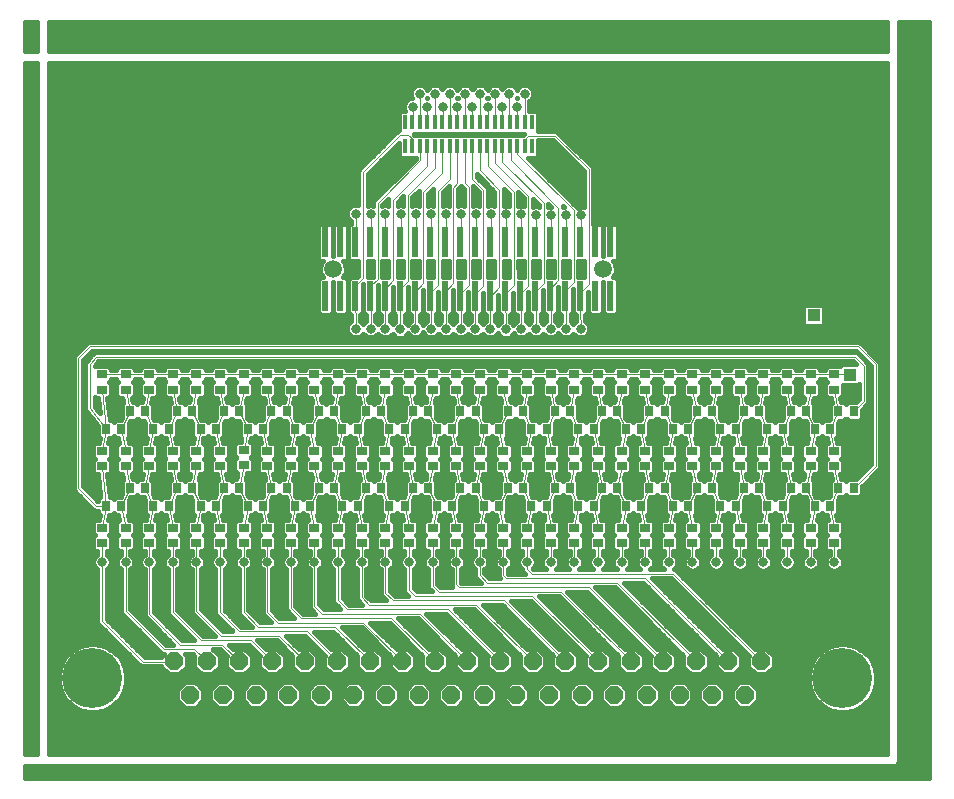
<source format=gtl>
G75*
%MOIN*%
%OFA0B0*%
%FSLAX25Y25*%
%IPPOS*%
%LPD*%
%AMOC8*
5,1,8,0,0,1.08239X$1,22.5*
%
%ADD10OC8,0.06000*%
%ADD11C,0.20000*%
%ADD12R,0.03543X0.02756*%
%ADD13R,0.02756X0.03543*%
%ADD14R,0.01500X0.05000*%
%ADD15R,0.02362X0.09843*%
%ADD16C,0.05937*%
%ADD17C,0.00492*%
%ADD18C,0.03181*%
%ADD19R,0.04362X0.04362*%
%ADD20C,0.01600*%
D10*
X0107800Y0042467D03*
X0118700Y0042467D03*
X0129500Y0042467D03*
X0140400Y0042467D03*
X0151300Y0042467D03*
X0162100Y0042467D03*
X0173000Y0042467D03*
X0183900Y0042467D03*
X0194700Y0042467D03*
X0205600Y0042467D03*
X0216500Y0042467D03*
X0227300Y0042467D03*
X0238200Y0042467D03*
X0249100Y0042467D03*
X0260000Y0042467D03*
X0270800Y0042467D03*
X0281700Y0042467D03*
X0292600Y0042467D03*
X0303400Y0042467D03*
X0298000Y0031267D03*
X0287100Y0031267D03*
X0276300Y0031267D03*
X0265400Y0031267D03*
X0254500Y0031267D03*
X0243700Y0031267D03*
X0232800Y0031267D03*
X0221900Y0031267D03*
X0211000Y0031267D03*
X0200200Y0031267D03*
X0189300Y0031267D03*
X0178400Y0031267D03*
X0167600Y0031267D03*
X0156700Y0031267D03*
X0145800Y0031267D03*
X0135000Y0031267D03*
X0124100Y0031267D03*
X0113200Y0031267D03*
D11*
X0080600Y0036867D03*
X0330600Y0036867D03*
D12*
X0327831Y0081918D03*
X0327831Y0087036D03*
X0319957Y0087036D03*
X0319957Y0081918D03*
X0312083Y0081918D03*
X0312083Y0087036D03*
X0304209Y0087036D03*
X0304209Y0081918D03*
X0296335Y0081918D03*
X0296335Y0087036D03*
X0288461Y0087036D03*
X0288461Y0081918D03*
X0280587Y0081918D03*
X0280587Y0087036D03*
X0272713Y0087036D03*
X0272713Y0081918D03*
X0264839Y0081918D03*
X0264839Y0087036D03*
X0256965Y0087036D03*
X0256965Y0081918D03*
X0249091Y0081918D03*
X0249091Y0087036D03*
X0241217Y0087036D03*
X0241217Y0081918D03*
X0233343Y0081918D03*
X0233343Y0087036D03*
X0225469Y0087036D03*
X0225469Y0081918D03*
X0217594Y0081918D03*
X0217594Y0087036D03*
X0209720Y0087036D03*
X0209720Y0081918D03*
X0201846Y0081918D03*
X0201846Y0087036D03*
X0193972Y0087036D03*
X0193972Y0081918D03*
X0186098Y0081918D03*
X0186098Y0087036D03*
X0178224Y0087036D03*
X0178224Y0081918D03*
X0170350Y0081918D03*
X0170350Y0087036D03*
X0162476Y0087036D03*
X0162476Y0081918D03*
X0154602Y0081918D03*
X0154602Y0087036D03*
X0146728Y0087036D03*
X0146728Y0081918D03*
X0138854Y0081918D03*
X0138854Y0087036D03*
X0130980Y0087036D03*
X0130980Y0081918D03*
X0123106Y0081918D03*
X0123106Y0087036D03*
X0115232Y0087036D03*
X0115232Y0081918D03*
X0107358Y0081918D03*
X0107358Y0087036D03*
X0099484Y0087036D03*
X0099484Y0081918D03*
X0091610Y0081918D03*
X0091610Y0087036D03*
X0083736Y0087036D03*
X0083736Y0081918D03*
X0083736Y0107509D03*
X0083736Y0112627D03*
X0091610Y0112627D03*
X0091610Y0107509D03*
X0099484Y0107509D03*
X0099484Y0112627D03*
X0107358Y0112627D03*
X0107358Y0107509D03*
X0115232Y0107509D03*
X0115232Y0112627D03*
X0123106Y0112627D03*
X0123106Y0107509D03*
X0130980Y0107902D03*
X0130980Y0113020D03*
X0138854Y0112627D03*
X0138854Y0107509D03*
X0146728Y0107509D03*
X0146728Y0112627D03*
X0154602Y0112627D03*
X0154602Y0107509D03*
X0162476Y0107509D03*
X0162476Y0112627D03*
X0170350Y0112627D03*
X0170350Y0107509D03*
X0178224Y0107509D03*
X0178224Y0112627D03*
X0186098Y0112627D03*
X0186098Y0107509D03*
X0193972Y0107509D03*
X0193972Y0112627D03*
X0201846Y0112627D03*
X0201846Y0107509D03*
X0209720Y0107509D03*
X0209720Y0112627D03*
X0217594Y0112627D03*
X0217594Y0107509D03*
X0225469Y0107509D03*
X0225469Y0112627D03*
X0233343Y0112627D03*
X0233343Y0107509D03*
X0241217Y0107509D03*
X0241217Y0112627D03*
X0249091Y0112627D03*
X0249091Y0107509D03*
X0256965Y0107509D03*
X0256965Y0112627D03*
X0264839Y0112627D03*
X0264839Y0107509D03*
X0272713Y0107509D03*
X0272713Y0112627D03*
X0280587Y0112627D03*
X0280587Y0107509D03*
X0288461Y0107509D03*
X0288461Y0112627D03*
X0296335Y0112627D03*
X0296335Y0107509D03*
X0304209Y0107509D03*
X0304209Y0112627D03*
X0312083Y0112627D03*
X0312083Y0107509D03*
X0319957Y0107509D03*
X0319957Y0112627D03*
X0327831Y0112627D03*
X0327831Y0107509D03*
X0327831Y0133099D03*
X0327831Y0138217D03*
X0319957Y0138217D03*
X0319957Y0133099D03*
X0312083Y0133099D03*
X0312083Y0138217D03*
X0304209Y0138217D03*
X0304209Y0133099D03*
X0296335Y0133099D03*
X0296335Y0138217D03*
X0288461Y0138217D03*
X0288461Y0133099D03*
X0280587Y0133099D03*
X0280587Y0138217D03*
X0272713Y0138217D03*
X0272713Y0133099D03*
X0264839Y0133099D03*
X0264839Y0138217D03*
X0256965Y0138217D03*
X0256965Y0133099D03*
X0249091Y0133099D03*
X0249091Y0138217D03*
X0241217Y0138217D03*
X0241217Y0133099D03*
X0233343Y0133099D03*
X0233343Y0138217D03*
X0225469Y0138217D03*
X0225469Y0133099D03*
X0217594Y0133099D03*
X0217594Y0138217D03*
X0209720Y0138217D03*
X0209720Y0133099D03*
X0201846Y0133099D03*
X0201846Y0138217D03*
X0193972Y0138217D03*
X0193972Y0133099D03*
X0186098Y0133099D03*
X0186098Y0138217D03*
X0178224Y0138217D03*
X0178224Y0133099D03*
X0170350Y0133099D03*
X0170350Y0138217D03*
X0162476Y0138217D03*
X0162476Y0133099D03*
X0154602Y0133099D03*
X0154602Y0138217D03*
X0146728Y0138217D03*
X0146728Y0133099D03*
X0138854Y0133099D03*
X0138854Y0138217D03*
X0130980Y0138217D03*
X0130980Y0133099D03*
X0123106Y0133099D03*
X0123106Y0138217D03*
X0115232Y0138217D03*
X0115232Y0133099D03*
X0107358Y0133099D03*
X0107358Y0138217D03*
X0099484Y0138217D03*
X0099484Y0133099D03*
X0091610Y0133099D03*
X0091610Y0138217D03*
X0083736Y0138217D03*
X0083736Y0133099D03*
D13*
X0092988Y0125816D03*
X0098106Y0125816D03*
X0100862Y0119910D03*
X0105980Y0119910D03*
X0108736Y0125816D03*
X0113854Y0125816D03*
X0116610Y0119910D03*
X0121728Y0119910D03*
X0124484Y0125816D03*
X0129602Y0125816D03*
X0132358Y0119910D03*
X0137476Y0119910D03*
X0140232Y0125816D03*
X0145350Y0125816D03*
X0148106Y0119910D03*
X0153224Y0119910D03*
X0155980Y0125816D03*
X0161098Y0125816D03*
X0163854Y0119910D03*
X0168972Y0119910D03*
X0171728Y0125816D03*
X0176846Y0125816D03*
X0179602Y0119910D03*
X0184720Y0119910D03*
X0187476Y0125816D03*
X0192594Y0125816D03*
X0195350Y0119910D03*
X0200469Y0119910D03*
X0203224Y0125816D03*
X0208343Y0125816D03*
X0211098Y0119910D03*
X0216217Y0119910D03*
X0218972Y0125816D03*
X0224091Y0125816D03*
X0226846Y0119910D03*
X0231965Y0119910D03*
X0234720Y0125816D03*
X0239839Y0125816D03*
X0242594Y0119910D03*
X0247713Y0119910D03*
X0250469Y0125816D03*
X0255587Y0125816D03*
X0258343Y0119910D03*
X0263461Y0119910D03*
X0266217Y0125816D03*
X0271335Y0125816D03*
X0274091Y0119910D03*
X0279209Y0119910D03*
X0281965Y0125816D03*
X0287083Y0125816D03*
X0289839Y0119910D03*
X0294957Y0119910D03*
X0297713Y0125816D03*
X0302831Y0125816D03*
X0305587Y0119910D03*
X0310705Y0119910D03*
X0313461Y0125816D03*
X0318579Y0125816D03*
X0321335Y0119910D03*
X0326453Y0119910D03*
X0329209Y0125816D03*
X0334327Y0125816D03*
X0334327Y0100225D03*
X0329209Y0100225D03*
X0326453Y0094320D03*
X0321335Y0094320D03*
X0318579Y0100225D03*
X0313461Y0100225D03*
X0310705Y0094320D03*
X0305587Y0094320D03*
X0302831Y0100225D03*
X0297713Y0100225D03*
X0294957Y0094320D03*
X0289839Y0094320D03*
X0287083Y0100225D03*
X0281965Y0100225D03*
X0279209Y0094320D03*
X0274091Y0094320D03*
X0271335Y0100225D03*
X0266217Y0100225D03*
X0263461Y0094320D03*
X0258343Y0094320D03*
X0255587Y0100225D03*
X0250469Y0100225D03*
X0247713Y0094320D03*
X0242594Y0094320D03*
X0239839Y0100225D03*
X0234720Y0100225D03*
X0231965Y0094320D03*
X0226846Y0094320D03*
X0224091Y0100225D03*
X0218972Y0100225D03*
X0216217Y0094320D03*
X0211098Y0094320D03*
X0208343Y0100225D03*
X0203224Y0100225D03*
X0200469Y0094320D03*
X0195350Y0094320D03*
X0192594Y0100225D03*
X0187476Y0100225D03*
X0184720Y0094320D03*
X0179602Y0094320D03*
X0176846Y0100225D03*
X0171728Y0100225D03*
X0168972Y0094320D03*
X0163854Y0094320D03*
X0161098Y0100225D03*
X0155980Y0100225D03*
X0153224Y0094320D03*
X0148106Y0094320D03*
X0145350Y0100225D03*
X0140232Y0100225D03*
X0137476Y0094320D03*
X0132358Y0094320D03*
X0129602Y0100225D03*
X0124484Y0100225D03*
X0121728Y0094320D03*
X0116610Y0094320D03*
X0113854Y0100225D03*
X0108736Y0100225D03*
X0105980Y0094320D03*
X0100862Y0094320D03*
X0098106Y0100225D03*
X0092988Y0100225D03*
X0090232Y0094320D03*
X0085114Y0094320D03*
X0085114Y0119910D03*
X0090232Y0119910D03*
D14*
X0184730Y0214139D03*
X0187230Y0214139D03*
X0189730Y0214139D03*
X0192230Y0214139D03*
X0194730Y0214139D03*
X0197230Y0214139D03*
X0199730Y0214139D03*
X0202230Y0214139D03*
X0204730Y0214139D03*
X0207230Y0214139D03*
X0209730Y0214139D03*
X0212230Y0214139D03*
X0214730Y0214139D03*
X0217230Y0214139D03*
X0219730Y0214139D03*
X0222230Y0214139D03*
X0224730Y0214139D03*
X0227230Y0214139D03*
X0227230Y0222139D03*
X0224730Y0222139D03*
X0222230Y0222139D03*
X0219730Y0222139D03*
X0217230Y0222139D03*
X0214730Y0222139D03*
X0212230Y0222139D03*
X0209730Y0222139D03*
X0207230Y0222139D03*
X0204730Y0222139D03*
X0202230Y0222139D03*
X0199730Y0222139D03*
X0197230Y0222139D03*
X0194730Y0222139D03*
X0192230Y0222139D03*
X0189730Y0222139D03*
X0187230Y0222139D03*
X0184730Y0222139D03*
D15*
X0183244Y0182213D03*
X0178244Y0182213D03*
X0173244Y0182213D03*
X0168244Y0182213D03*
X0163244Y0182213D03*
X0158244Y0182213D03*
X0158244Y0164300D03*
X0163244Y0164300D03*
X0168244Y0164300D03*
X0173244Y0164300D03*
X0178244Y0164300D03*
X0183244Y0164300D03*
X0188244Y0164300D03*
X0193244Y0164300D03*
X0198244Y0164300D03*
X0203244Y0164300D03*
X0208244Y0164300D03*
X0213244Y0164300D03*
X0218244Y0164300D03*
X0223244Y0164300D03*
X0228244Y0164300D03*
X0233244Y0164300D03*
X0238244Y0164300D03*
X0243244Y0164300D03*
X0248244Y0164300D03*
X0253244Y0164300D03*
X0253244Y0182213D03*
X0248244Y0182213D03*
X0243244Y0182213D03*
X0238244Y0182213D03*
X0233244Y0182213D03*
X0228244Y0182213D03*
X0223244Y0182213D03*
X0218244Y0182213D03*
X0213244Y0182213D03*
X0208244Y0182213D03*
X0203244Y0182213D03*
X0198244Y0182213D03*
X0193244Y0182213D03*
X0188244Y0182213D03*
D16*
X0160744Y0173257D03*
X0250744Y0173257D03*
D17*
X0245941Y0168139D02*
X0245941Y0206524D01*
X0234720Y0217745D01*
X0225862Y0217745D01*
X0224681Y0216564D01*
X0224681Y0214188D01*
X0224730Y0214139D01*
X0222230Y0214139D02*
X0222122Y0214030D01*
X0222122Y0211741D01*
X0241020Y0192843D01*
X0241020Y0168926D01*
X0238382Y0166288D01*
X0238244Y0164300D01*
X0238461Y0160186D01*
X0238461Y0153375D01*
X0233343Y0153375D02*
X0233343Y0160225D01*
X0233244Y0164300D01*
X0233382Y0166997D01*
X0235902Y0169517D01*
X0235902Y0193729D01*
X0219957Y0209674D01*
X0219957Y0213912D01*
X0219730Y0214139D01*
X0219760Y0214109D01*
X0217230Y0214139D02*
X0217201Y0214109D01*
X0217201Y0209083D01*
X0230980Y0195304D01*
X0230980Y0168729D01*
X0228382Y0165934D01*
X0228244Y0164300D01*
X0228421Y0160225D01*
X0228421Y0153375D01*
X0223500Y0153375D02*
X0223500Y0160146D01*
X0223244Y0164300D01*
X0223382Y0165265D01*
X0225862Y0167745D01*
X0225862Y0197666D01*
X0214839Y0208690D01*
X0214839Y0214030D01*
X0214730Y0214139D01*
X0214642Y0214227D01*
X0212280Y0214089D02*
X0212230Y0214139D01*
X0212280Y0213499D01*
X0212280Y0214089D02*
X0212280Y0207509D01*
X0220941Y0198847D01*
X0220941Y0183788D01*
X0221138Y0167942D01*
X0218382Y0165186D01*
X0218244Y0164300D01*
X0218382Y0153178D01*
X0213165Y0153375D02*
X0213165Y0160048D01*
X0213244Y0164300D01*
X0213382Y0164418D01*
X0216118Y0167154D01*
X0216118Y0199733D01*
X0209720Y0206131D01*
X0209720Y0214129D01*
X0209730Y0214139D01*
X0209720Y0213952D01*
X0207230Y0214139D02*
X0207161Y0214070D01*
X0207161Y0203375D01*
X0210902Y0199635D01*
X0210902Y0167745D01*
X0208382Y0165225D01*
X0208244Y0164300D01*
X0208244Y0153375D01*
X0203323Y0153375D02*
X0203323Y0160206D01*
X0203244Y0164300D01*
X0203382Y0165343D01*
X0205980Y0167942D01*
X0205980Y0200619D01*
X0204799Y0201800D01*
X0204799Y0214070D01*
X0204730Y0214139D01*
X0202240Y0214129D02*
X0202230Y0214139D01*
X0202240Y0214129D02*
X0202240Y0201800D01*
X0200862Y0200422D01*
X0200862Y0168532D01*
X0198382Y0166052D01*
X0198244Y0164300D01*
X0198402Y0160245D01*
X0198402Y0153375D01*
X0193480Y0153375D02*
X0193480Y0160166D01*
X0193244Y0164300D01*
X0193382Y0165580D01*
X0195744Y0167942D01*
X0195744Y0199438D01*
X0199681Y0203375D01*
X0199681Y0214089D01*
X0199730Y0214139D01*
X0197319Y0214050D02*
X0197230Y0214139D01*
X0197122Y0214030D01*
X0197122Y0205146D01*
X0190823Y0198847D01*
X0190823Y0168532D01*
X0188382Y0166091D01*
X0188244Y0164300D01*
X0188264Y0160146D01*
X0188264Y0153375D01*
X0183146Y0153178D02*
X0183146Y0158729D01*
X0183244Y0164300D01*
X0183382Y0166997D01*
X0185705Y0169320D01*
X0185705Y0197863D01*
X0194760Y0206918D01*
X0194760Y0214109D01*
X0194730Y0214139D01*
X0192230Y0214139D02*
X0192201Y0214109D01*
X0192201Y0207706D01*
X0180783Y0196288D01*
X0180783Y0169517D01*
X0178382Y0167115D01*
X0178244Y0164300D01*
X0178224Y0160107D01*
X0178224Y0153375D01*
X0173303Y0153375D02*
X0173303Y0160186D01*
X0173244Y0164300D01*
X0173382Y0167824D01*
X0175665Y0170107D01*
X0175665Y0195304D01*
X0189839Y0209477D01*
X0189839Y0214030D01*
X0189730Y0214139D01*
X0187280Y0214188D02*
X0187280Y0216564D01*
X0185902Y0217942D01*
X0183146Y0217942D01*
X0170744Y0205540D01*
X0170744Y0170304D01*
X0168382Y0167942D01*
X0168244Y0164300D01*
X0168382Y0153375D01*
X0170350Y0138217D02*
X0162476Y0138217D01*
X0154602Y0138217D01*
X0146728Y0138217D01*
X0138854Y0138217D01*
X0130980Y0138217D01*
X0123106Y0138217D01*
X0115232Y0138217D01*
X0107358Y0138217D01*
X0099484Y0138217D01*
X0091610Y0138217D01*
X0083736Y0138217D01*
X0083736Y0133099D02*
X0085114Y0119910D01*
X0079799Y0126800D01*
X0079799Y0141564D01*
X0081768Y0144024D01*
X0334720Y0144024D01*
X0337673Y0141072D01*
X0337673Y0129162D01*
X0334327Y0125816D01*
X0329209Y0125816D02*
X0327831Y0133099D01*
X0333146Y0138217D02*
X0333244Y0138119D01*
X0333146Y0138217D02*
X0327831Y0138217D01*
X0319957Y0138217D01*
X0312083Y0138217D01*
X0304209Y0138217D01*
X0296335Y0138217D01*
X0288461Y0138217D01*
X0280587Y0138217D01*
X0272713Y0138217D01*
X0264839Y0138217D01*
X0256965Y0138217D01*
X0249091Y0138217D01*
X0241217Y0138217D01*
X0233343Y0138217D01*
X0225469Y0138217D01*
X0217594Y0138217D01*
X0209720Y0138217D01*
X0201846Y0138217D01*
X0193972Y0138217D01*
X0186098Y0138217D01*
X0178224Y0138217D01*
X0170350Y0138217D01*
X0170350Y0133099D02*
X0171728Y0125816D01*
X0168972Y0119910D01*
X0170350Y0112627D01*
X0170350Y0107509D02*
X0171728Y0100225D01*
X0168972Y0094320D01*
X0170350Y0087036D01*
X0170350Y0081918D02*
X0170350Y0075619D01*
X0170350Y0063808D01*
X0172811Y0061347D01*
X0208420Y0061347D01*
X0227300Y0042467D01*
X0216500Y0042467D02*
X0199096Y0059871D01*
X0165429Y0059871D01*
X0162476Y0062824D01*
X0162476Y0075619D01*
X0162476Y0081918D01*
X0162476Y0087036D02*
X0163854Y0094320D01*
X0161098Y0100225D01*
X0162476Y0107509D01*
X0162476Y0112627D02*
X0163854Y0119910D01*
X0161098Y0125816D01*
X0162476Y0133099D01*
X0154602Y0133099D02*
X0155980Y0125816D01*
X0153224Y0119910D01*
X0154602Y0112627D01*
X0154602Y0107509D02*
X0155980Y0100225D01*
X0153224Y0094320D01*
X0154602Y0087036D01*
X0154602Y0081918D02*
X0154602Y0075619D01*
X0154602Y0060855D01*
X0157063Y0058394D01*
X0189672Y0058394D01*
X0205600Y0042467D01*
X0194700Y0042467D02*
X0180249Y0056918D01*
X0150173Y0056918D01*
X0146728Y0060363D01*
X0146728Y0075619D01*
X0146728Y0081918D01*
X0146728Y0087036D02*
X0148106Y0094320D01*
X0145350Y0100225D01*
X0146728Y0107509D01*
X0146728Y0112627D02*
X0148106Y0119910D01*
X0145350Y0125816D01*
X0146728Y0133099D01*
X0138854Y0133099D02*
X0140232Y0125816D01*
X0137476Y0119910D01*
X0138854Y0112627D01*
X0138854Y0107509D02*
X0140232Y0100225D01*
X0137476Y0094320D01*
X0138854Y0087036D01*
X0138854Y0081918D02*
X0138854Y0075619D01*
X0138854Y0058887D01*
X0142299Y0055442D01*
X0170925Y0055442D01*
X0183900Y0042467D01*
X0173000Y0042467D02*
X0161502Y0053965D01*
X0135902Y0053965D01*
X0130980Y0058887D01*
X0130980Y0075619D01*
X0130980Y0081918D01*
X0130980Y0087036D02*
X0132358Y0094320D01*
X0129602Y0100225D01*
X0130980Y0107902D01*
X0130980Y0113020D02*
X0132358Y0119910D01*
X0129602Y0125816D01*
X0130980Y0133099D01*
X0123106Y0133099D02*
X0124484Y0125816D01*
X0121728Y0119910D01*
X0123106Y0112627D01*
X0123106Y0107509D02*
X0124484Y0100225D01*
X0121728Y0094320D01*
X0123106Y0087036D01*
X0123106Y0081918D02*
X0123106Y0075619D01*
X0123106Y0058887D01*
X0129504Y0052489D01*
X0152078Y0052489D01*
X0162100Y0042467D01*
X0151300Y0042467D02*
X0142754Y0051013D01*
X0123598Y0051013D01*
X0115232Y0059379D01*
X0115232Y0075619D01*
X0115232Y0081918D01*
X0115232Y0087036D02*
X0116610Y0094320D01*
X0113854Y0100225D01*
X0115232Y0107509D01*
X0115232Y0112627D02*
X0116610Y0119910D01*
X0113854Y0125816D01*
X0115232Y0133099D01*
X0107358Y0133099D02*
X0108736Y0125816D01*
X0105980Y0119910D01*
X0107358Y0112627D01*
X0107358Y0107509D02*
X0108736Y0100225D01*
X0105980Y0094320D01*
X0107358Y0087036D01*
X0107358Y0081918D02*
X0107358Y0075619D01*
X0107358Y0058887D01*
X0116709Y0049536D01*
X0133331Y0049536D01*
X0140400Y0042467D01*
X0129500Y0042467D02*
X0123907Y0048060D01*
X0109819Y0048060D01*
X0099484Y0058394D01*
X0099484Y0075619D01*
X0099484Y0081918D01*
X0099484Y0087036D02*
X0100862Y0094320D01*
X0098106Y0100225D01*
X0099484Y0107509D01*
X0099484Y0112627D02*
X0100862Y0119910D01*
X0098106Y0125816D01*
X0099484Y0133099D01*
X0091610Y0133099D02*
X0092988Y0125816D01*
X0090232Y0119910D01*
X0091610Y0112627D01*
X0091610Y0107509D02*
X0092988Y0100225D01*
X0090232Y0094320D01*
X0091610Y0087036D01*
X0091610Y0081918D02*
X0091610Y0075619D01*
X0091610Y0059379D01*
X0104406Y0046583D01*
X0114583Y0046583D01*
X0118700Y0042467D01*
X0107800Y0042467D02*
X0107684Y0042351D01*
X0097319Y0042351D01*
X0083736Y0055934D01*
X0083736Y0075619D01*
X0083736Y0081918D01*
X0083736Y0087036D02*
X0085114Y0094320D01*
X0081768Y0094320D01*
X0075862Y0100225D01*
X0075862Y0143532D01*
X0079799Y0147469D01*
X0335705Y0147469D01*
X0341610Y0141564D01*
X0341610Y0107509D01*
X0334327Y0100225D01*
X0329209Y0100225D02*
X0327831Y0107509D01*
X0327831Y0112627D02*
X0326453Y0119910D01*
X0329209Y0125816D01*
X0321335Y0119910D02*
X0319957Y0112627D01*
X0319957Y0107509D02*
X0318579Y0100225D01*
X0321335Y0094320D01*
X0319957Y0087036D01*
X0319957Y0081918D02*
X0319957Y0075619D01*
X0327831Y0075619D02*
X0327831Y0081918D01*
X0327831Y0087036D02*
X0326453Y0094320D01*
X0329209Y0100225D01*
X0313461Y0100225D02*
X0312083Y0107509D01*
X0312083Y0112627D02*
X0310705Y0119910D01*
X0313461Y0125816D01*
X0312083Y0133099D01*
X0304209Y0133099D02*
X0302831Y0125816D01*
X0305587Y0119910D01*
X0304209Y0112627D01*
X0304209Y0107509D02*
X0302831Y0100225D01*
X0305587Y0094320D01*
X0304209Y0087036D01*
X0304209Y0081918D02*
X0304209Y0075619D01*
X0312083Y0075619D02*
X0312083Y0081918D01*
X0312083Y0087036D02*
X0310705Y0094320D01*
X0313461Y0100225D01*
X0297713Y0100225D02*
X0294957Y0094320D01*
X0296335Y0087036D01*
X0296335Y0081918D02*
X0296335Y0075619D01*
X0288461Y0075619D02*
X0288461Y0081918D01*
X0288461Y0087036D02*
X0289839Y0094320D01*
X0287083Y0100225D01*
X0288461Y0107509D01*
X0288461Y0112627D02*
X0289839Y0119910D01*
X0287083Y0125816D01*
X0288461Y0133099D01*
X0296335Y0133099D02*
X0297713Y0125816D01*
X0294957Y0119910D01*
X0296335Y0112627D01*
X0296335Y0107509D02*
X0297713Y0100225D01*
X0281965Y0100225D02*
X0280587Y0107509D01*
X0280587Y0112627D02*
X0279209Y0119910D01*
X0281965Y0125816D01*
X0280587Y0133099D01*
X0272713Y0133099D02*
X0271335Y0125816D01*
X0274091Y0119910D01*
X0272713Y0112627D01*
X0272713Y0107509D02*
X0271335Y0100225D01*
X0274091Y0094320D01*
X0272713Y0087036D01*
X0272713Y0081918D02*
X0272713Y0075619D01*
X0274185Y0071682D02*
X0303400Y0042467D01*
X0292600Y0042467D02*
X0264861Y0070206D01*
X0218579Y0070206D01*
X0217594Y0071190D01*
X0217594Y0075619D01*
X0217594Y0081918D01*
X0217594Y0087036D02*
X0216217Y0094320D01*
X0218972Y0100225D01*
X0217594Y0107509D01*
X0217594Y0112627D02*
X0216217Y0119910D01*
X0218972Y0125816D01*
X0217594Y0133099D01*
X0209720Y0133099D02*
X0208343Y0125816D01*
X0211098Y0119910D01*
X0209720Y0112627D01*
X0209720Y0107509D02*
X0208343Y0100225D01*
X0211098Y0094320D01*
X0209720Y0087036D01*
X0209720Y0081918D02*
X0209720Y0075619D01*
X0209720Y0071190D01*
X0212181Y0068729D01*
X0255438Y0068729D01*
X0281700Y0042467D01*
X0270800Y0042467D02*
X0246014Y0067253D01*
X0202831Y0067253D01*
X0201846Y0068237D01*
X0201846Y0075619D01*
X0201846Y0081918D01*
X0201846Y0087036D02*
X0200469Y0094320D01*
X0203224Y0100225D01*
X0201846Y0107509D01*
X0201846Y0112627D02*
X0200469Y0119910D01*
X0203224Y0125816D01*
X0201846Y0133099D01*
X0193972Y0133099D02*
X0192594Y0125816D01*
X0195350Y0119910D01*
X0193972Y0112627D01*
X0193972Y0107509D02*
X0192594Y0100225D01*
X0195350Y0094320D01*
X0193972Y0087036D01*
X0193972Y0081918D02*
X0193972Y0075619D01*
X0193972Y0067745D01*
X0195941Y0065776D01*
X0236691Y0065776D01*
X0260000Y0042467D01*
X0249100Y0042467D02*
X0227267Y0064300D01*
X0188067Y0064300D01*
X0186098Y0066269D01*
X0186098Y0075619D01*
X0186098Y0081918D01*
X0186098Y0087036D02*
X0184720Y0094320D01*
X0187476Y0100225D01*
X0186098Y0107509D01*
X0186098Y0112627D02*
X0184720Y0119910D01*
X0187476Y0125816D01*
X0186098Y0133099D01*
X0178224Y0133099D02*
X0176846Y0125816D01*
X0179602Y0119910D01*
X0178224Y0112627D01*
X0178224Y0107509D02*
X0176846Y0100225D01*
X0179602Y0094320D01*
X0178224Y0087036D01*
X0178224Y0081918D02*
X0178224Y0075619D01*
X0178224Y0065284D01*
X0180685Y0062824D01*
X0217843Y0062824D01*
X0238200Y0042467D01*
X0226945Y0071682D02*
X0274185Y0071682D01*
X0280587Y0075619D02*
X0280587Y0081918D01*
X0280587Y0087036D02*
X0279209Y0094320D01*
X0281965Y0100225D01*
X0266217Y0100225D02*
X0264839Y0107509D01*
X0264839Y0112627D02*
X0263461Y0119910D01*
X0266217Y0125816D01*
X0264839Y0133099D01*
X0256965Y0133099D02*
X0255587Y0125816D01*
X0258343Y0119910D01*
X0256965Y0112627D01*
X0256965Y0107509D02*
X0255587Y0100225D01*
X0258343Y0094320D01*
X0256965Y0087036D01*
X0256965Y0081918D02*
X0256965Y0075619D01*
X0264839Y0075619D02*
X0264839Y0081918D01*
X0264839Y0087036D02*
X0263461Y0094320D01*
X0266217Y0100225D01*
X0250469Y0100225D02*
X0247713Y0094320D01*
X0249091Y0087036D01*
X0249091Y0081918D02*
X0249091Y0075619D01*
X0241217Y0075619D02*
X0241217Y0081918D01*
X0241217Y0087036D02*
X0242594Y0094320D01*
X0239839Y0100225D01*
X0241217Y0107509D01*
X0241217Y0112627D02*
X0242594Y0119910D01*
X0239839Y0125816D01*
X0241217Y0133099D01*
X0249091Y0133099D02*
X0250469Y0125816D01*
X0247713Y0119910D01*
X0249091Y0112627D01*
X0249091Y0107509D02*
X0250469Y0100225D01*
X0234720Y0100225D02*
X0233343Y0107509D01*
X0233343Y0112627D02*
X0231965Y0119910D01*
X0234720Y0125816D01*
X0233343Y0133099D01*
X0225469Y0133099D02*
X0224091Y0125816D01*
X0226846Y0119910D01*
X0225469Y0112627D01*
X0225469Y0107509D02*
X0224091Y0100225D01*
X0226846Y0094320D01*
X0225469Y0087036D01*
X0225469Y0081918D02*
X0225469Y0075619D01*
X0225469Y0073158D01*
X0226945Y0071682D01*
X0233343Y0075619D02*
X0233343Y0081918D01*
X0233343Y0087036D02*
X0231965Y0094320D01*
X0234720Y0100225D01*
X0243382Y0153375D02*
X0243185Y0160068D01*
X0243244Y0164300D01*
X0243382Y0165580D01*
X0245941Y0168139D01*
X0233382Y0181091D02*
X0233343Y0191170D01*
X0238461Y0191170D02*
X0238382Y0182233D01*
X0238244Y0182213D01*
X0233382Y0181091D02*
X0233244Y0182213D01*
X0228244Y0182213D02*
X0228382Y0180894D01*
X0228421Y0191367D01*
X0223303Y0191564D02*
X0223382Y0182194D01*
X0223244Y0182213D01*
X0218244Y0182213D02*
X0218579Y0191564D01*
X0213461Y0191662D02*
X0213382Y0182233D01*
X0213244Y0182213D01*
X0208244Y0182213D02*
X0208343Y0191662D01*
X0203421Y0191662D02*
X0203382Y0182272D01*
X0203244Y0182213D01*
X0198382Y0182233D02*
X0198303Y0191662D01*
X0193382Y0191662D02*
X0193244Y0182213D01*
X0198244Y0182213D02*
X0198382Y0182233D01*
X0188382Y0182233D02*
X0188461Y0191662D01*
X0183343Y0191662D02*
X0183382Y0182272D01*
X0183244Y0182213D01*
X0178244Y0182213D02*
X0178185Y0182154D01*
X0178224Y0191662D01*
X0173303Y0191662D02*
X0173382Y0182233D01*
X0173244Y0182213D01*
X0168244Y0182213D02*
X0168382Y0191761D01*
X0188244Y0182213D02*
X0188382Y0182233D01*
X0187230Y0214139D02*
X0187280Y0214188D01*
X0187230Y0222139D02*
X0187280Y0222188D01*
X0187280Y0227391D01*
X0189730Y0231633D02*
X0189642Y0231721D01*
X0189730Y0231633D02*
X0189730Y0222139D01*
X0189642Y0222227D01*
X0192230Y0222139D02*
X0192398Y0222306D01*
X0192201Y0227391D01*
X0194760Y0231721D02*
X0194760Y0222168D01*
X0194730Y0222139D01*
X0197230Y0222139D02*
X0197319Y0222227D01*
X0197319Y0227391D01*
X0202240Y0227391D02*
X0202240Y0222148D01*
X0202230Y0222139D01*
X0199730Y0222139D02*
X0199681Y0222188D01*
X0199681Y0231721D01*
X0204799Y0231721D02*
X0204730Y0222139D01*
X0207161Y0222207D02*
X0207230Y0222139D01*
X0207161Y0222207D02*
X0207161Y0227391D01*
X0209720Y0231721D02*
X0209720Y0222542D01*
X0209730Y0222139D01*
X0212230Y0222139D02*
X0212280Y0222188D01*
X0212280Y0227391D01*
X0217201Y0227391D02*
X0217201Y0222168D01*
X0217230Y0222139D01*
X0219563Y0222306D02*
X0219730Y0222139D01*
X0219563Y0222306D02*
X0219563Y0231721D01*
X0214839Y0231721D02*
X0214642Y0222227D01*
X0214730Y0222139D01*
X0222122Y0222247D02*
X0222122Y0227391D01*
X0224681Y0231721D02*
X0224681Y0222188D01*
X0224730Y0222139D01*
X0222230Y0222139D02*
X0222122Y0222247D01*
X0243579Y0191170D02*
X0243579Y0190973D01*
X0243244Y0182213D01*
X0319957Y0133099D02*
X0318579Y0125816D01*
X0321335Y0119910D01*
X0085114Y0119910D02*
X0083736Y0112627D01*
X0083736Y0107509D02*
X0085114Y0094320D01*
D18*
X0083736Y0075619D03*
X0091610Y0075619D03*
X0099484Y0075619D03*
X0107358Y0075619D03*
X0115232Y0075619D03*
X0123106Y0075619D03*
X0130980Y0075619D03*
X0138854Y0075619D03*
X0146728Y0075619D03*
X0154602Y0075619D03*
X0162476Y0075619D03*
X0170350Y0075619D03*
X0178224Y0075619D03*
X0186098Y0075619D03*
X0193972Y0075619D03*
X0201846Y0075619D03*
X0209720Y0075619D03*
X0217594Y0075619D03*
X0225469Y0075619D03*
X0233343Y0075619D03*
X0241217Y0075619D03*
X0249091Y0075619D03*
X0256965Y0075619D03*
X0264839Y0075619D03*
X0272713Y0075619D03*
X0280587Y0075619D03*
X0288461Y0075619D03*
X0296335Y0075619D03*
X0304209Y0075619D03*
X0312083Y0075619D03*
X0319957Y0075619D03*
X0327831Y0075619D03*
X0243382Y0153375D03*
X0238461Y0153375D03*
X0233343Y0153375D03*
X0228421Y0153375D03*
X0223500Y0153375D03*
X0218382Y0153178D03*
X0213165Y0153375D03*
X0208244Y0153375D03*
X0203323Y0153375D03*
X0198402Y0153375D03*
X0193480Y0153375D03*
X0188264Y0153375D03*
X0183146Y0153178D03*
X0178224Y0153375D03*
X0173303Y0153375D03*
X0168382Y0153375D03*
X0168382Y0191761D03*
X0173303Y0191662D03*
X0178224Y0191662D03*
X0183343Y0191662D03*
X0188461Y0191662D03*
X0193382Y0191662D03*
X0198303Y0191662D03*
X0203421Y0191662D03*
X0208343Y0191662D03*
X0213461Y0191662D03*
X0218579Y0191564D03*
X0223303Y0191564D03*
X0228421Y0191367D03*
X0233343Y0191170D03*
X0238461Y0191170D03*
X0243579Y0191170D03*
X0222122Y0227391D03*
X0219563Y0231721D03*
X0214839Y0231721D03*
X0217201Y0227391D03*
X0212280Y0227391D03*
X0209720Y0231721D03*
X0204799Y0231721D03*
X0207161Y0227391D03*
X0202240Y0227391D03*
X0197319Y0227391D03*
X0199681Y0231721D03*
X0194760Y0231721D03*
X0192201Y0227391D03*
X0187280Y0227391D03*
X0189642Y0231721D03*
X0224681Y0231721D03*
D19*
X0320941Y0157804D03*
X0333244Y0138119D03*
D20*
X0058146Y0007634D02*
X0058146Y0003769D01*
X0359327Y0003769D01*
X0359327Y0255737D01*
X0349556Y0255737D01*
X0349556Y0243081D01*
X0349546Y0243071D01*
X0349546Y0008833D01*
X0348357Y0007644D01*
X0064906Y0007644D01*
X0064896Y0007634D01*
X0058146Y0007634D01*
X0058146Y0006495D02*
X0359327Y0006495D01*
X0359327Y0008093D02*
X0348806Y0008093D01*
X0349546Y0009692D02*
X0359327Y0009692D01*
X0359327Y0011290D02*
X0349546Y0011290D01*
X0349546Y0012889D02*
X0359327Y0012889D01*
X0359327Y0014487D02*
X0349546Y0014487D01*
X0349546Y0016086D02*
X0359327Y0016086D01*
X0359327Y0017685D02*
X0349546Y0017685D01*
X0349546Y0019283D02*
X0359327Y0019283D01*
X0359327Y0020882D02*
X0349546Y0020882D01*
X0349546Y0022480D02*
X0359327Y0022480D01*
X0359327Y0024079D02*
X0349546Y0024079D01*
X0349546Y0025677D02*
X0359327Y0025677D01*
X0359327Y0027276D02*
X0349546Y0027276D01*
X0349546Y0028874D02*
X0359327Y0028874D01*
X0359327Y0030473D02*
X0349546Y0030473D01*
X0349546Y0032071D02*
X0359327Y0032071D01*
X0359327Y0033670D02*
X0349546Y0033670D01*
X0349546Y0035268D02*
X0359327Y0035268D01*
X0359327Y0036867D02*
X0349546Y0036867D01*
X0349546Y0038465D02*
X0359327Y0038465D01*
X0359327Y0040064D02*
X0349546Y0040064D01*
X0349546Y0041662D02*
X0359327Y0041662D01*
X0359327Y0043261D02*
X0349546Y0043261D01*
X0349546Y0044859D02*
X0359327Y0044859D01*
X0359327Y0046458D02*
X0349546Y0046458D01*
X0349546Y0048056D02*
X0359327Y0048056D01*
X0359327Y0049655D02*
X0349546Y0049655D01*
X0349546Y0051253D02*
X0359327Y0051253D01*
X0359327Y0052852D02*
X0349546Y0052852D01*
X0349546Y0054450D02*
X0359327Y0054450D01*
X0359327Y0056049D02*
X0349546Y0056049D01*
X0349546Y0057647D02*
X0359327Y0057647D01*
X0359327Y0059246D02*
X0349546Y0059246D01*
X0349546Y0060844D02*
X0359327Y0060844D01*
X0359327Y0062443D02*
X0349546Y0062443D01*
X0349546Y0064041D02*
X0359327Y0064041D01*
X0359327Y0065640D02*
X0349546Y0065640D01*
X0349546Y0067238D02*
X0359327Y0067238D01*
X0359327Y0068837D02*
X0349546Y0068837D01*
X0349546Y0070435D02*
X0359327Y0070435D01*
X0359327Y0072034D02*
X0349546Y0072034D01*
X0349546Y0073632D02*
X0359327Y0073632D01*
X0359327Y0075231D02*
X0349546Y0075231D01*
X0349546Y0076829D02*
X0359327Y0076829D01*
X0359327Y0078428D02*
X0349546Y0078428D01*
X0349546Y0080026D02*
X0359327Y0080026D01*
X0359327Y0081625D02*
X0349546Y0081625D01*
X0349546Y0083223D02*
X0359327Y0083223D01*
X0359327Y0084822D02*
X0349546Y0084822D01*
X0349546Y0086421D02*
X0359327Y0086421D01*
X0359327Y0088019D02*
X0349546Y0088019D01*
X0349546Y0089618D02*
X0359327Y0089618D01*
X0359327Y0091216D02*
X0349546Y0091216D01*
X0349546Y0092815D02*
X0359327Y0092815D01*
X0359327Y0094413D02*
X0349546Y0094413D01*
X0349546Y0096012D02*
X0359327Y0096012D01*
X0359327Y0097610D02*
X0349546Y0097610D01*
X0349546Y0099209D02*
X0359327Y0099209D01*
X0359327Y0100807D02*
X0349546Y0100807D01*
X0349546Y0102406D02*
X0359327Y0102406D01*
X0359327Y0104004D02*
X0349546Y0104004D01*
X0349546Y0105603D02*
X0359327Y0105603D01*
X0359327Y0107201D02*
X0349546Y0107201D01*
X0349546Y0108800D02*
X0359327Y0108800D01*
X0359327Y0110398D02*
X0349546Y0110398D01*
X0349546Y0111997D02*
X0359327Y0111997D01*
X0359327Y0113595D02*
X0349546Y0113595D01*
X0349546Y0115194D02*
X0359327Y0115194D01*
X0359327Y0116792D02*
X0349546Y0116792D01*
X0349546Y0118391D02*
X0359327Y0118391D01*
X0359327Y0119989D02*
X0349546Y0119989D01*
X0349546Y0121588D02*
X0359327Y0121588D01*
X0359327Y0123186D02*
X0349546Y0123186D01*
X0349546Y0124785D02*
X0359327Y0124785D01*
X0359327Y0126383D02*
X0349546Y0126383D01*
X0349546Y0127982D02*
X0359327Y0127982D01*
X0359327Y0129580D02*
X0349546Y0129580D01*
X0349546Y0131179D02*
X0359327Y0131179D01*
X0359327Y0132777D02*
X0349546Y0132777D01*
X0349546Y0134376D02*
X0359327Y0134376D01*
X0359327Y0135974D02*
X0349546Y0135974D01*
X0349546Y0137573D02*
X0359327Y0137573D01*
X0359327Y0139171D02*
X0349546Y0139171D01*
X0349546Y0140770D02*
X0359327Y0140770D01*
X0359327Y0142368D02*
X0349546Y0142368D01*
X0349546Y0143967D02*
X0359327Y0143967D01*
X0359327Y0145565D02*
X0349546Y0145565D01*
X0349546Y0147164D02*
X0359327Y0147164D01*
X0359327Y0148762D02*
X0349546Y0148762D01*
X0349546Y0150361D02*
X0359327Y0150361D01*
X0359327Y0151959D02*
X0349546Y0151959D01*
X0349546Y0153558D02*
X0359327Y0153558D01*
X0359327Y0155156D02*
X0349546Y0155156D01*
X0349546Y0156755D02*
X0359327Y0156755D01*
X0359327Y0158354D02*
X0349546Y0158354D01*
X0349546Y0159952D02*
X0359327Y0159952D01*
X0359327Y0161551D02*
X0349546Y0161551D01*
X0349546Y0163149D02*
X0359327Y0163149D01*
X0359327Y0164748D02*
X0349546Y0164748D01*
X0349546Y0166346D02*
X0359327Y0166346D01*
X0359327Y0167945D02*
X0349546Y0167945D01*
X0349546Y0169543D02*
X0359327Y0169543D01*
X0359327Y0171142D02*
X0349546Y0171142D01*
X0349546Y0172740D02*
X0359327Y0172740D01*
X0359327Y0174339D02*
X0349546Y0174339D01*
X0349546Y0175937D02*
X0359327Y0175937D01*
X0359327Y0177536D02*
X0349546Y0177536D01*
X0349546Y0179134D02*
X0359327Y0179134D01*
X0359327Y0180733D02*
X0349546Y0180733D01*
X0349546Y0182331D02*
X0359327Y0182331D01*
X0359327Y0183930D02*
X0349546Y0183930D01*
X0349546Y0185528D02*
X0359327Y0185528D01*
X0359327Y0187127D02*
X0349546Y0187127D01*
X0349546Y0188725D02*
X0359327Y0188725D01*
X0359327Y0190324D02*
X0349546Y0190324D01*
X0349546Y0191922D02*
X0359327Y0191922D01*
X0359327Y0193521D02*
X0349546Y0193521D01*
X0349546Y0195119D02*
X0359327Y0195119D01*
X0359327Y0196718D02*
X0349546Y0196718D01*
X0349546Y0198316D02*
X0359327Y0198316D01*
X0359327Y0199915D02*
X0349546Y0199915D01*
X0349546Y0201513D02*
X0359327Y0201513D01*
X0359327Y0203112D02*
X0349546Y0203112D01*
X0349546Y0204710D02*
X0359327Y0204710D01*
X0359327Y0206309D02*
X0349546Y0206309D01*
X0349546Y0207907D02*
X0359327Y0207907D01*
X0359327Y0209506D02*
X0349546Y0209506D01*
X0349546Y0211104D02*
X0359327Y0211104D01*
X0359327Y0212703D02*
X0349546Y0212703D01*
X0349546Y0214301D02*
X0359327Y0214301D01*
X0359327Y0215900D02*
X0349546Y0215900D01*
X0349546Y0217498D02*
X0359327Y0217498D01*
X0359327Y0219097D02*
X0349546Y0219097D01*
X0349546Y0220695D02*
X0359327Y0220695D01*
X0359327Y0222294D02*
X0349546Y0222294D01*
X0349546Y0223892D02*
X0359327Y0223892D01*
X0359327Y0225491D02*
X0349546Y0225491D01*
X0349546Y0227090D02*
X0359327Y0227090D01*
X0359327Y0228688D02*
X0349546Y0228688D01*
X0349546Y0230287D02*
X0359327Y0230287D01*
X0359327Y0231885D02*
X0349546Y0231885D01*
X0349546Y0233484D02*
X0359327Y0233484D01*
X0359327Y0235082D02*
X0349546Y0235082D01*
X0349546Y0236681D02*
X0359327Y0236681D01*
X0359327Y0238279D02*
X0349546Y0238279D01*
X0349546Y0239878D02*
X0359327Y0239878D01*
X0359327Y0241476D02*
X0349546Y0241476D01*
X0349550Y0243075D02*
X0359327Y0243075D01*
X0359327Y0244673D02*
X0349556Y0244673D01*
X0349556Y0246272D02*
X0359327Y0246272D01*
X0359327Y0247870D02*
X0349556Y0247870D01*
X0349556Y0249469D02*
X0359327Y0249469D01*
X0359327Y0251067D02*
X0349556Y0251067D01*
X0349556Y0252666D02*
X0359327Y0252666D01*
X0359327Y0254264D02*
X0349556Y0254264D01*
X0345476Y0254264D02*
X0066091Y0254264D01*
X0066091Y0255737D02*
X0345476Y0255737D01*
X0345476Y0245956D01*
X0066091Y0245956D01*
X0066091Y0255737D01*
X0066091Y0252666D02*
X0345476Y0252666D01*
X0345476Y0251067D02*
X0066091Y0251067D01*
X0066091Y0249469D02*
X0345476Y0249469D01*
X0345476Y0247870D02*
X0066091Y0247870D01*
X0066091Y0246272D02*
X0345476Y0246272D01*
X0345485Y0241896D02*
X0345485Y0011704D01*
X0066081Y0011704D01*
X0066081Y0241896D01*
X0345485Y0241896D01*
X0345485Y0241476D02*
X0066081Y0241476D01*
X0066081Y0239878D02*
X0345485Y0239878D01*
X0345485Y0238279D02*
X0066081Y0238279D01*
X0066081Y0236681D02*
X0345485Y0236681D01*
X0345485Y0235082D02*
X0066081Y0235082D01*
X0066081Y0233484D02*
X0187327Y0233484D01*
X0187198Y0233354D02*
X0186759Y0232295D01*
X0186759Y0231148D01*
X0187121Y0230273D01*
X0186706Y0230273D01*
X0185647Y0229834D01*
X0184836Y0229023D01*
X0184397Y0227964D01*
X0184397Y0226817D01*
X0184764Y0225931D01*
X0183445Y0225931D01*
X0182688Y0225174D01*
X0182688Y0219480D01*
X0182509Y0219480D01*
X0181607Y0218579D01*
X0169206Y0206177D01*
X0169206Y0194539D01*
X0168955Y0194643D01*
X0167808Y0194643D01*
X0166749Y0194204D01*
X0165938Y0193394D01*
X0165499Y0192334D01*
X0165499Y0191187D01*
X0165938Y0190128D01*
X0166749Y0189317D01*
X0166808Y0189292D01*
X0166795Y0188427D01*
X0166528Y0188427D01*
X0165771Y0187670D01*
X0165771Y0176757D01*
X0166528Y0176000D01*
X0169206Y0176000D01*
X0169206Y0170941D01*
X0168778Y0170513D01*
X0166528Y0170513D01*
X0165771Y0169756D01*
X0165771Y0158844D01*
X0166528Y0158087D01*
X0166784Y0158087D01*
X0166812Y0155845D01*
X0166749Y0155819D01*
X0165938Y0155008D01*
X0165499Y0153948D01*
X0165499Y0152801D01*
X0165938Y0151742D01*
X0166749Y0150931D01*
X0167808Y0150492D01*
X0168955Y0150492D01*
X0170015Y0150931D01*
X0170826Y0151742D01*
X0170843Y0151783D01*
X0170859Y0151742D01*
X0171670Y0150931D01*
X0172730Y0150492D01*
X0173877Y0150492D01*
X0174936Y0150931D01*
X0175747Y0151742D01*
X0175764Y0151783D01*
X0175781Y0151742D01*
X0176591Y0150931D01*
X0177651Y0150492D01*
X0178798Y0150492D01*
X0179857Y0150931D01*
X0180634Y0151708D01*
X0180702Y0151545D01*
X0181513Y0150734D01*
X0182572Y0150295D01*
X0183719Y0150295D01*
X0184779Y0150734D01*
X0185589Y0151545D01*
X0185745Y0151922D01*
X0185820Y0151742D01*
X0186631Y0150931D01*
X0187690Y0150492D01*
X0188837Y0150492D01*
X0189897Y0150931D01*
X0190708Y0151742D01*
X0190872Y0152139D01*
X0191037Y0151742D01*
X0191847Y0150931D01*
X0192907Y0150492D01*
X0194054Y0150492D01*
X0195113Y0150931D01*
X0195924Y0151742D01*
X0195941Y0151783D01*
X0195958Y0151742D01*
X0196769Y0150931D01*
X0197828Y0150492D01*
X0198975Y0150492D01*
X0200034Y0150931D01*
X0200845Y0151742D01*
X0200862Y0151783D01*
X0200879Y0151742D01*
X0201690Y0150931D01*
X0202749Y0150492D01*
X0203896Y0150492D01*
X0204956Y0150931D01*
X0205767Y0151742D01*
X0205783Y0151783D01*
X0205800Y0151742D01*
X0206611Y0150931D01*
X0207671Y0150492D01*
X0208817Y0150492D01*
X0209877Y0150931D01*
X0210688Y0151742D01*
X0210705Y0151783D01*
X0210722Y0151742D01*
X0211532Y0150931D01*
X0212592Y0150492D01*
X0213739Y0150492D01*
X0214798Y0150931D01*
X0215609Y0151742D01*
X0215733Y0152041D01*
X0215938Y0151545D01*
X0216749Y0150734D01*
X0217808Y0150295D01*
X0218955Y0150295D01*
X0220015Y0150734D01*
X0220826Y0151545D01*
X0220982Y0151922D01*
X0221056Y0151742D01*
X0221867Y0150931D01*
X0222927Y0150492D01*
X0224073Y0150492D01*
X0225133Y0150931D01*
X0225944Y0151742D01*
X0225961Y0151783D01*
X0225977Y0151742D01*
X0226788Y0150931D01*
X0227848Y0150492D01*
X0228995Y0150492D01*
X0230054Y0150931D01*
X0230865Y0151742D01*
X0230882Y0151783D01*
X0230899Y0151742D01*
X0231710Y0150931D01*
X0232769Y0150492D01*
X0233916Y0150492D01*
X0234975Y0150931D01*
X0235786Y0151742D01*
X0235902Y0152020D01*
X0236017Y0151742D01*
X0236828Y0150931D01*
X0237887Y0150492D01*
X0239034Y0150492D01*
X0240094Y0150931D01*
X0240904Y0151742D01*
X0240921Y0151783D01*
X0240938Y0151742D01*
X0241749Y0150931D01*
X0242808Y0150492D01*
X0243955Y0150492D01*
X0245015Y0150931D01*
X0245826Y0151742D01*
X0246265Y0152801D01*
X0246265Y0153948D01*
X0245826Y0155008D01*
X0245015Y0155819D01*
X0244847Y0155888D01*
X0244782Y0158087D01*
X0244960Y0158087D01*
X0245717Y0158844D01*
X0245717Y0165740D01*
X0245771Y0165793D01*
X0245771Y0158844D01*
X0246528Y0158087D01*
X0249960Y0158087D01*
X0250717Y0158844D01*
X0250717Y0168996D01*
X0250771Y0168996D01*
X0250771Y0158844D01*
X0251528Y0158087D01*
X0254960Y0158087D01*
X0255717Y0158844D01*
X0255717Y0169756D01*
X0254960Y0170513D01*
X0254026Y0170513D01*
X0254356Y0170843D01*
X0255005Y0172409D01*
X0255005Y0174104D01*
X0254356Y0175670D01*
X0254026Y0176000D01*
X0254960Y0176000D01*
X0255717Y0176757D01*
X0255717Y0187670D01*
X0254960Y0188427D01*
X0251528Y0188427D01*
X0250771Y0187670D01*
X0250771Y0177517D01*
X0250717Y0177517D01*
X0250717Y0187670D01*
X0249960Y0188427D01*
X0247479Y0188427D01*
X0247479Y0207162D01*
X0236259Y0218382D01*
X0235358Y0219283D01*
X0229272Y0219283D01*
X0229272Y0225174D01*
X0228516Y0225931D01*
X0226219Y0225931D01*
X0226219Y0229238D01*
X0226314Y0229277D01*
X0227125Y0230088D01*
X0227564Y0231148D01*
X0227564Y0232295D01*
X0227125Y0233354D01*
X0226314Y0234165D01*
X0225255Y0234604D01*
X0224108Y0234604D01*
X0223048Y0234165D01*
X0222237Y0233354D01*
X0222122Y0233076D01*
X0222007Y0233354D01*
X0221196Y0234165D01*
X0220136Y0234604D01*
X0218990Y0234604D01*
X0217930Y0234165D01*
X0217201Y0233436D01*
X0216471Y0234165D01*
X0215412Y0234604D01*
X0214265Y0234604D01*
X0213206Y0234165D01*
X0212395Y0233354D01*
X0212280Y0233076D01*
X0212164Y0233354D01*
X0211353Y0234165D01*
X0210294Y0234604D01*
X0209147Y0234604D01*
X0208088Y0234165D01*
X0207277Y0233354D01*
X0207260Y0233314D01*
X0207243Y0233354D01*
X0206432Y0234165D01*
X0205373Y0234604D01*
X0204226Y0234604D01*
X0203166Y0234165D01*
X0202355Y0233354D01*
X0202240Y0233076D01*
X0202125Y0233354D01*
X0201314Y0234165D01*
X0200255Y0234604D01*
X0199108Y0234604D01*
X0198048Y0234165D01*
X0197237Y0233354D01*
X0197220Y0233314D01*
X0197204Y0233354D01*
X0196393Y0234165D01*
X0195333Y0234604D01*
X0194186Y0234604D01*
X0193127Y0234165D01*
X0192316Y0233354D01*
X0192201Y0233076D01*
X0192086Y0233354D01*
X0191275Y0234165D01*
X0190215Y0234604D01*
X0189068Y0234604D01*
X0188009Y0234165D01*
X0187198Y0233354D01*
X0186759Y0231885D02*
X0066081Y0231885D01*
X0066081Y0230287D02*
X0187116Y0230287D01*
X0184697Y0228688D02*
X0066081Y0228688D01*
X0066081Y0227090D02*
X0184397Y0227090D01*
X0183005Y0225491D02*
X0066081Y0225491D01*
X0066081Y0223892D02*
X0182688Y0223892D01*
X0182688Y0222294D02*
X0066081Y0222294D01*
X0066081Y0220695D02*
X0182688Y0220695D01*
X0182126Y0219097D02*
X0066081Y0219097D01*
X0066081Y0217498D02*
X0180527Y0217498D01*
X0178929Y0215900D02*
X0066081Y0215900D01*
X0066081Y0214301D02*
X0177330Y0214301D01*
X0175732Y0212703D02*
X0066081Y0212703D01*
X0066081Y0211104D02*
X0174133Y0211104D01*
X0172534Y0209506D02*
X0066081Y0209506D01*
X0066081Y0207907D02*
X0170936Y0207907D01*
X0169337Y0206309D02*
X0066081Y0206309D01*
X0066081Y0204710D02*
X0169206Y0204710D01*
X0169206Y0203112D02*
X0066081Y0203112D01*
X0066081Y0201513D02*
X0169206Y0201513D01*
X0169206Y0199915D02*
X0066081Y0199915D01*
X0066081Y0198316D02*
X0169206Y0198316D01*
X0169206Y0196718D02*
X0066081Y0196718D01*
X0066081Y0195119D02*
X0169206Y0195119D01*
X0172282Y0195119D02*
X0174127Y0195119D01*
X0174127Y0194667D02*
X0174127Y0194441D01*
X0173877Y0194545D01*
X0172730Y0194545D01*
X0172282Y0194360D01*
X0172282Y0204903D01*
X0182688Y0215309D01*
X0182688Y0211103D01*
X0183445Y0210346D01*
X0188300Y0210346D01*
X0188300Y0210114D01*
X0174127Y0195941D01*
X0174127Y0194667D01*
X0174904Y0196718D02*
X0172282Y0196718D01*
X0172282Y0198316D02*
X0176502Y0198316D01*
X0178101Y0199915D02*
X0172282Y0199915D01*
X0172282Y0201513D02*
X0179699Y0201513D01*
X0181298Y0203112D02*
X0172282Y0203112D01*
X0172282Y0204710D02*
X0182896Y0204710D01*
X0184495Y0206309D02*
X0173688Y0206309D01*
X0175287Y0207907D02*
X0186093Y0207907D01*
X0187692Y0209506D02*
X0176885Y0209506D01*
X0178484Y0211104D02*
X0182688Y0211104D01*
X0182688Y0212703D02*
X0180082Y0212703D01*
X0181681Y0214301D02*
X0182688Y0214301D01*
X0187672Y0218346D02*
X0224288Y0218346D01*
X0224044Y0218102D01*
X0223873Y0217931D01*
X0223445Y0217931D01*
X0188088Y0217931D01*
X0187917Y0218102D01*
X0187672Y0218346D01*
X0192162Y0230273D02*
X0192239Y0230273D01*
X0192201Y0230367D01*
X0192162Y0230273D01*
X0192168Y0230287D02*
X0192234Y0230287D01*
X0192445Y0233484D02*
X0191956Y0233484D01*
X0197074Y0233484D02*
X0197367Y0233484D01*
X0201996Y0233484D02*
X0202485Y0233484D01*
X0202240Y0230367D02*
X0202279Y0230273D01*
X0202201Y0230273D01*
X0202240Y0230367D01*
X0202207Y0230287D02*
X0202273Y0230287D01*
X0207114Y0233484D02*
X0207406Y0233484D01*
X0212035Y0233484D02*
X0212524Y0233484D01*
X0212280Y0230367D02*
X0212318Y0230273D01*
X0212241Y0230273D01*
X0212280Y0230367D01*
X0212246Y0230287D02*
X0212313Y0230287D01*
X0217153Y0233484D02*
X0217249Y0233484D01*
X0221877Y0233484D02*
X0222367Y0233484D01*
X0222122Y0230367D02*
X0222161Y0230273D01*
X0222083Y0230273D01*
X0222122Y0230367D01*
X0222089Y0230287D02*
X0222155Y0230287D01*
X0226219Y0228688D02*
X0345485Y0228688D01*
X0345485Y0227090D02*
X0226219Y0227090D01*
X0228955Y0225491D02*
X0345485Y0225491D01*
X0345485Y0223892D02*
X0229272Y0223892D01*
X0229272Y0222294D02*
X0345485Y0222294D01*
X0345485Y0220695D02*
X0229272Y0220695D01*
X0229272Y0216207D02*
X0234083Y0216207D01*
X0244403Y0205887D01*
X0244403Y0193949D01*
X0244152Y0194053D01*
X0243005Y0194053D01*
X0242284Y0193754D01*
X0225692Y0210346D01*
X0228516Y0210346D01*
X0229272Y0211103D01*
X0229272Y0216207D01*
X0229272Y0215900D02*
X0234390Y0215900D01*
X0235989Y0214301D02*
X0229272Y0214301D01*
X0229272Y0212703D02*
X0237587Y0212703D01*
X0239186Y0211104D02*
X0229272Y0211104D01*
X0226532Y0209506D02*
X0240784Y0209506D01*
X0242383Y0207907D02*
X0228131Y0207907D01*
X0229729Y0206309D02*
X0243981Y0206309D01*
X0244403Y0204710D02*
X0231328Y0204710D01*
X0232926Y0203112D02*
X0244403Y0203112D01*
X0244403Y0201513D02*
X0234525Y0201513D01*
X0236123Y0199915D02*
X0244403Y0199915D01*
X0244403Y0198316D02*
X0237722Y0198316D01*
X0239320Y0196718D02*
X0244403Y0196718D01*
X0244403Y0195119D02*
X0240919Y0195119D01*
X0237709Y0193979D02*
X0237440Y0193867D01*
X0237440Y0194248D01*
X0237709Y0193979D01*
X0233403Y0194053D02*
X0232769Y0194053D01*
X0232518Y0193949D01*
X0232518Y0194937D01*
X0233403Y0194053D01*
X0229442Y0194064D02*
X0229442Y0194667D01*
X0227400Y0196709D01*
X0227400Y0194064D01*
X0227848Y0194250D01*
X0228995Y0194250D01*
X0229442Y0194064D01*
X0228990Y0195119D02*
X0227400Y0195119D01*
X0224324Y0195119D02*
X0222479Y0195119D01*
X0222730Y0194446D02*
X0222479Y0194343D01*
X0222479Y0198874D01*
X0224324Y0197029D01*
X0224324Y0194261D01*
X0223877Y0194446D01*
X0222730Y0194446D01*
X0222479Y0196718D02*
X0224324Y0196718D01*
X0223037Y0198316D02*
X0222479Y0198316D01*
X0219403Y0198210D02*
X0219403Y0194343D01*
X0219152Y0194446D01*
X0218005Y0194446D01*
X0217656Y0194302D01*
X0217656Y0199957D01*
X0219403Y0198210D01*
X0219297Y0198316D02*
X0217656Y0198316D01*
X0217656Y0196718D02*
X0219403Y0196718D01*
X0219403Y0195119D02*
X0217656Y0195119D01*
X0214580Y0195119D02*
X0212440Y0195119D01*
X0212887Y0194545D02*
X0212440Y0194360D01*
X0212440Y0200272D01*
X0208700Y0204012D01*
X0208700Y0204976D01*
X0209083Y0204593D01*
X0214580Y0199096D01*
X0214580Y0194319D01*
X0214034Y0194545D01*
X0212887Y0194545D01*
X0212440Y0196718D02*
X0214580Y0196718D01*
X0214580Y0198316D02*
X0212440Y0198316D01*
X0212440Y0199915D02*
X0213761Y0199915D01*
X0212163Y0201513D02*
X0211198Y0201513D01*
X0210564Y0203112D02*
X0209600Y0203112D01*
X0208966Y0204710D02*
X0208700Y0204710D01*
X0207518Y0200842D02*
X0209363Y0198998D01*
X0209363Y0194360D01*
X0208916Y0194545D01*
X0207769Y0194545D01*
X0207518Y0194441D01*
X0207518Y0200842D01*
X0207518Y0199915D02*
X0208446Y0199915D01*
X0209363Y0198316D02*
X0207518Y0198316D01*
X0207518Y0196718D02*
X0209363Y0196718D01*
X0209363Y0195119D02*
X0207518Y0195119D01*
X0204442Y0195119D02*
X0202400Y0195119D01*
X0202848Y0194545D02*
X0202400Y0194360D01*
X0202400Y0199785D01*
X0202877Y0200262D01*
X0203520Y0200904D01*
X0204162Y0200262D01*
X0204442Y0199982D01*
X0204442Y0194360D01*
X0203995Y0194545D01*
X0202848Y0194545D01*
X0202400Y0196718D02*
X0204442Y0196718D01*
X0204442Y0198316D02*
X0202400Y0198316D01*
X0202530Y0199915D02*
X0204442Y0199915D01*
X0199324Y0199915D02*
X0198396Y0199915D01*
X0199324Y0200842D02*
X0199324Y0194360D01*
X0198877Y0194545D01*
X0197730Y0194545D01*
X0197282Y0194360D01*
X0197282Y0198801D01*
X0199324Y0200842D01*
X0199324Y0198316D02*
X0197282Y0198316D01*
X0197282Y0196718D02*
X0199324Y0196718D01*
X0199324Y0195119D02*
X0197282Y0195119D01*
X0194206Y0195119D02*
X0192361Y0195119D01*
X0192808Y0194545D02*
X0192361Y0194360D01*
X0192361Y0198210D01*
X0194206Y0200055D01*
X0194206Y0194441D01*
X0193955Y0194545D01*
X0192808Y0194545D01*
X0192361Y0196718D02*
X0194206Y0196718D01*
X0194206Y0198316D02*
X0192467Y0198316D01*
X0194066Y0199915D02*
X0194206Y0199915D01*
X0189285Y0199268D02*
X0189285Y0194441D01*
X0189034Y0194545D01*
X0187887Y0194545D01*
X0187243Y0194278D01*
X0187243Y0197226D01*
X0189285Y0199268D01*
X0189285Y0198316D02*
X0188333Y0198316D01*
X0189285Y0196718D02*
X0187243Y0196718D01*
X0187243Y0195119D02*
X0189285Y0195119D01*
X0184167Y0195119D02*
X0182322Y0195119D01*
X0182322Y0195651D02*
X0184167Y0197496D01*
X0184167Y0194441D01*
X0183916Y0194545D01*
X0182769Y0194545D01*
X0182322Y0194360D01*
X0182322Y0195651D01*
X0183388Y0196718D02*
X0184167Y0196718D01*
X0179245Y0196709D02*
X0179245Y0194360D01*
X0178798Y0194545D01*
X0177651Y0194545D01*
X0177204Y0194360D01*
X0177204Y0194667D01*
X0179245Y0196709D01*
X0179245Y0195119D02*
X0177656Y0195119D01*
X0166065Y0193521D02*
X0066081Y0193521D01*
X0066081Y0191922D02*
X0165499Y0191922D01*
X0165857Y0190324D02*
X0066081Y0190324D01*
X0066081Y0188725D02*
X0166800Y0188725D01*
X0165717Y0187670D02*
X0164960Y0188427D01*
X0161528Y0188427D01*
X0160771Y0187670D01*
X0160771Y0177517D01*
X0160717Y0177517D01*
X0160717Y0187670D01*
X0159960Y0188427D01*
X0156528Y0188427D01*
X0155771Y0187670D01*
X0155771Y0176757D01*
X0156528Y0176000D01*
X0157462Y0176000D01*
X0157132Y0175670D01*
X0156483Y0174104D01*
X0156483Y0172409D01*
X0157132Y0170843D01*
X0157462Y0170513D01*
X0156528Y0170513D01*
X0155771Y0169756D01*
X0155771Y0158844D01*
X0156528Y0158087D01*
X0159960Y0158087D01*
X0160717Y0158844D01*
X0160717Y0168996D01*
X0160771Y0168996D01*
X0160771Y0158844D01*
X0161528Y0158087D01*
X0164960Y0158087D01*
X0165717Y0158844D01*
X0165717Y0169756D01*
X0164960Y0170513D01*
X0164026Y0170513D01*
X0164356Y0170843D01*
X0165005Y0172409D01*
X0165005Y0174104D01*
X0164356Y0175670D01*
X0164026Y0176000D01*
X0164960Y0176000D01*
X0165717Y0176757D01*
X0165717Y0187670D01*
X0165717Y0187127D02*
X0165771Y0187127D01*
X0165717Y0185528D02*
X0165771Y0185528D01*
X0165717Y0183930D02*
X0165771Y0183930D01*
X0165717Y0182331D02*
X0165771Y0182331D01*
X0165717Y0180733D02*
X0165771Y0180733D01*
X0165717Y0179134D02*
X0165771Y0179134D01*
X0165717Y0177536D02*
X0165771Y0177536D01*
X0164089Y0175937D02*
X0169206Y0175937D01*
X0169206Y0174339D02*
X0164908Y0174339D01*
X0165005Y0172740D02*
X0169206Y0172740D01*
X0169206Y0171142D02*
X0164480Y0171142D01*
X0165717Y0169543D02*
X0165771Y0169543D01*
X0165717Y0167945D02*
X0165771Y0167945D01*
X0165717Y0166346D02*
X0165771Y0166346D01*
X0165717Y0164748D02*
X0165771Y0164748D01*
X0165717Y0163149D02*
X0165771Y0163149D01*
X0165717Y0161551D02*
X0165771Y0161551D01*
X0165717Y0159952D02*
X0165771Y0159952D01*
X0166261Y0158354D02*
X0165227Y0158354D01*
X0166801Y0156755D02*
X0066081Y0156755D01*
X0066081Y0155156D02*
X0166087Y0155156D01*
X0165499Y0153558D02*
X0066081Y0153558D01*
X0066081Y0151959D02*
X0165848Y0151959D01*
X0169889Y0155871D02*
X0169861Y0158087D01*
X0169960Y0158087D01*
X0170717Y0158844D01*
X0170717Y0168102D01*
X0170771Y0168155D01*
X0170771Y0158844D01*
X0171528Y0158087D01*
X0171765Y0158087D01*
X0171765Y0155858D01*
X0171670Y0155819D01*
X0170859Y0155008D01*
X0170843Y0154967D01*
X0170826Y0155008D01*
X0170015Y0155819D01*
X0169889Y0155871D01*
X0169878Y0156755D02*
X0171765Y0156755D01*
X0171261Y0158354D02*
X0170227Y0158354D01*
X0170717Y0159952D02*
X0170771Y0159952D01*
X0170717Y0161551D02*
X0170771Y0161551D01*
X0170717Y0163149D02*
X0170771Y0163149D01*
X0170717Y0164748D02*
X0170771Y0164748D01*
X0170717Y0166346D02*
X0170771Y0166346D01*
X0170717Y0167945D02*
X0170771Y0167945D01*
X0172282Y0170513D02*
X0172282Y0176000D01*
X0174127Y0176000D01*
X0174127Y0170744D01*
X0173896Y0170513D01*
X0172282Y0170513D01*
X0172282Y0171142D02*
X0174127Y0171142D01*
X0174127Y0172740D02*
X0172282Y0172740D01*
X0172282Y0174339D02*
X0174127Y0174339D01*
X0174127Y0175937D02*
X0172282Y0175937D01*
X0177204Y0175937D02*
X0179245Y0175937D01*
X0179245Y0176000D02*
X0179245Y0170513D01*
X0177204Y0170513D01*
X0177204Y0176000D01*
X0179245Y0176000D01*
X0179245Y0174339D02*
X0177204Y0174339D01*
X0177204Y0172740D02*
X0179245Y0172740D01*
X0179245Y0171142D02*
X0177204Y0171142D01*
X0175771Y0168037D02*
X0175771Y0158844D01*
X0176528Y0158087D01*
X0176686Y0158087D01*
X0176686Y0155858D01*
X0176591Y0155819D01*
X0175781Y0155008D01*
X0175764Y0154967D01*
X0175747Y0155008D01*
X0174936Y0155819D01*
X0174841Y0155858D01*
X0174841Y0158087D01*
X0174960Y0158087D01*
X0175717Y0158844D01*
X0175717Y0167984D01*
X0175771Y0168037D01*
X0175771Y0167945D02*
X0175717Y0167945D01*
X0175717Y0166346D02*
X0175771Y0166346D01*
X0175717Y0164748D02*
X0175771Y0164748D01*
X0175717Y0163149D02*
X0175771Y0163149D01*
X0175717Y0161551D02*
X0175771Y0161551D01*
X0175717Y0159952D02*
X0175771Y0159952D01*
X0176261Y0158354D02*
X0175227Y0158354D01*
X0174841Y0156755D02*
X0176686Y0156755D01*
X0175929Y0155156D02*
X0175598Y0155156D01*
X0179763Y0155858D02*
X0179763Y0158087D01*
X0179960Y0158087D01*
X0180717Y0158844D01*
X0180717Y0167275D01*
X0180771Y0167329D01*
X0180771Y0158844D01*
X0181528Y0158087D01*
X0181607Y0158087D01*
X0181607Y0155661D01*
X0181513Y0155622D01*
X0180736Y0154845D01*
X0180668Y0155008D01*
X0179857Y0155819D01*
X0179763Y0155858D01*
X0179763Y0156755D02*
X0181607Y0156755D01*
X0181261Y0158354D02*
X0180227Y0158354D01*
X0180717Y0159952D02*
X0180771Y0159952D01*
X0180717Y0161551D02*
X0180771Y0161551D01*
X0180717Y0163149D02*
X0180771Y0163149D01*
X0180717Y0164748D02*
X0180771Y0164748D01*
X0180717Y0166346D02*
X0180771Y0166346D01*
X0182322Y0170513D02*
X0184167Y0170513D01*
X0184167Y0176000D01*
X0182322Y0176000D01*
X0182322Y0170513D01*
X0182322Y0171142D02*
X0184167Y0171142D01*
X0184167Y0172740D02*
X0182322Y0172740D01*
X0182322Y0174339D02*
X0184167Y0174339D01*
X0184167Y0175937D02*
X0182322Y0175937D01*
X0187243Y0175937D02*
X0189285Y0175937D01*
X0189285Y0176000D02*
X0189285Y0170513D01*
X0187243Y0170513D01*
X0187243Y0176000D01*
X0189285Y0176000D01*
X0189285Y0174339D02*
X0187243Y0174339D01*
X0187243Y0172740D02*
X0189285Y0172740D01*
X0189285Y0171142D02*
X0187243Y0171142D01*
X0185771Y0167211D02*
X0185771Y0158844D01*
X0186528Y0158087D01*
X0186726Y0158087D01*
X0186726Y0155858D01*
X0186631Y0155819D01*
X0185820Y0155008D01*
X0185664Y0154631D01*
X0185589Y0154811D01*
X0184779Y0155622D01*
X0184684Y0155661D01*
X0184684Y0158087D01*
X0184960Y0158087D01*
X0185717Y0158844D01*
X0185717Y0167157D01*
X0185771Y0167211D01*
X0185771Y0166346D02*
X0185717Y0166346D01*
X0185717Y0164748D02*
X0185771Y0164748D01*
X0185717Y0163149D02*
X0185771Y0163149D01*
X0185717Y0161551D02*
X0185771Y0161551D01*
X0185717Y0159952D02*
X0185771Y0159952D01*
X0186261Y0158354D02*
X0185227Y0158354D01*
X0184684Y0156755D02*
X0186726Y0156755D01*
X0185969Y0155156D02*
X0185244Y0155156D01*
X0189802Y0155858D02*
X0189802Y0158087D01*
X0189960Y0158087D01*
X0190717Y0158844D01*
X0190717Y0166251D01*
X0190771Y0166305D01*
X0190771Y0158844D01*
X0191528Y0158087D01*
X0191942Y0158087D01*
X0191942Y0155858D01*
X0191847Y0155819D01*
X0191037Y0155008D01*
X0190872Y0154611D01*
X0190708Y0155008D01*
X0189897Y0155819D01*
X0189802Y0155858D01*
X0189802Y0156755D02*
X0191942Y0156755D01*
X0191261Y0158354D02*
X0190227Y0158354D01*
X0190717Y0159952D02*
X0190771Y0159952D01*
X0190717Y0161551D02*
X0190771Y0161551D01*
X0190717Y0163149D02*
X0190771Y0163149D01*
X0190717Y0164748D02*
X0190771Y0164748D01*
X0195717Y0164748D02*
X0195771Y0164748D01*
X0195717Y0165740D02*
X0195771Y0165793D01*
X0195771Y0158844D01*
X0196528Y0158087D01*
X0196863Y0158087D01*
X0196863Y0155858D01*
X0196769Y0155819D01*
X0195958Y0155008D01*
X0195941Y0154967D01*
X0195924Y0155008D01*
X0195113Y0155819D01*
X0195018Y0155858D01*
X0195018Y0158145D01*
X0195717Y0158844D01*
X0195717Y0165740D01*
X0195717Y0163149D02*
X0195771Y0163149D01*
X0195717Y0161551D02*
X0195771Y0161551D01*
X0195717Y0159952D02*
X0195771Y0159952D01*
X0196261Y0158354D02*
X0195227Y0158354D01*
X0195018Y0156755D02*
X0196863Y0156755D01*
X0196107Y0155156D02*
X0195775Y0155156D01*
X0191185Y0155156D02*
X0190559Y0155156D01*
X0190798Y0151959D02*
X0190946Y0151959D01*
X0183878Y0150361D02*
X0217650Y0150361D01*
X0219114Y0150361D02*
X0345485Y0150361D01*
X0345485Y0151959D02*
X0245916Y0151959D01*
X0246265Y0153558D02*
X0345485Y0153558D01*
X0345485Y0155156D02*
X0324414Y0155156D01*
X0324414Y0155088D02*
X0323657Y0154331D01*
X0318225Y0154331D01*
X0317468Y0155088D01*
X0317468Y0160520D01*
X0318225Y0161277D01*
X0323657Y0161277D01*
X0324414Y0160520D01*
X0324414Y0155088D01*
X0324414Y0156755D02*
X0345485Y0156755D01*
X0345485Y0158354D02*
X0324414Y0158354D01*
X0324414Y0159952D02*
X0345485Y0159952D01*
X0345485Y0161551D02*
X0255717Y0161551D01*
X0255717Y0163149D02*
X0345485Y0163149D01*
X0345485Y0164748D02*
X0255717Y0164748D01*
X0255717Y0166346D02*
X0345485Y0166346D01*
X0345485Y0167945D02*
X0255717Y0167945D01*
X0255717Y0169543D02*
X0345485Y0169543D01*
X0345485Y0171142D02*
X0254480Y0171142D01*
X0255005Y0172740D02*
X0345485Y0172740D01*
X0345485Y0174339D02*
X0254908Y0174339D01*
X0254089Y0175937D02*
X0345485Y0175937D01*
X0345485Y0177536D02*
X0255717Y0177536D01*
X0255717Y0179134D02*
X0345485Y0179134D01*
X0345485Y0180733D02*
X0255717Y0180733D01*
X0255717Y0182331D02*
X0345485Y0182331D01*
X0345485Y0183930D02*
X0255717Y0183930D01*
X0255717Y0185528D02*
X0345485Y0185528D01*
X0345485Y0187127D02*
X0255717Y0187127D01*
X0250771Y0187127D02*
X0250717Y0187127D01*
X0250717Y0185528D02*
X0250771Y0185528D01*
X0250717Y0183930D02*
X0250771Y0183930D01*
X0250717Y0182331D02*
X0250771Y0182331D01*
X0250717Y0180733D02*
X0250771Y0180733D01*
X0250717Y0179134D02*
X0250771Y0179134D01*
X0250717Y0177536D02*
X0250771Y0177536D01*
X0244403Y0176000D02*
X0244403Y0170513D01*
X0242558Y0170513D01*
X0242558Y0176000D01*
X0244403Y0176000D01*
X0244403Y0175937D02*
X0242558Y0175937D01*
X0242558Y0174339D02*
X0244403Y0174339D01*
X0244403Y0172740D02*
X0242558Y0172740D01*
X0242558Y0171142D02*
X0244403Y0171142D01*
X0239481Y0171142D02*
X0237440Y0171142D01*
X0237440Y0170513D02*
X0239481Y0170513D01*
X0239481Y0176000D01*
X0237440Y0176000D01*
X0237440Y0170513D01*
X0237440Y0172740D02*
X0239481Y0172740D01*
X0239481Y0174339D02*
X0237440Y0174339D01*
X0237440Y0175937D02*
X0239481Y0175937D01*
X0234363Y0175937D02*
X0232518Y0175937D01*
X0232518Y0176000D02*
X0234363Y0176000D01*
X0234363Y0170513D01*
X0232518Y0170513D01*
X0232518Y0176000D01*
X0232518Y0174339D02*
X0234363Y0174339D01*
X0234363Y0172740D02*
X0232518Y0172740D01*
X0232518Y0171142D02*
X0234363Y0171142D01*
X0235771Y0167211D02*
X0235771Y0158844D01*
X0236528Y0158087D01*
X0236922Y0158087D01*
X0236922Y0155858D01*
X0236828Y0155819D01*
X0236017Y0155008D01*
X0235902Y0154729D01*
X0235786Y0155008D01*
X0234975Y0155819D01*
X0234881Y0155858D01*
X0234881Y0158087D01*
X0234960Y0158087D01*
X0235717Y0158844D01*
X0235717Y0167157D01*
X0235771Y0167211D01*
X0235771Y0166346D02*
X0235717Y0166346D01*
X0235717Y0164748D02*
X0235771Y0164748D01*
X0235717Y0163149D02*
X0235771Y0163149D01*
X0235717Y0161551D02*
X0235771Y0161551D01*
X0235717Y0159952D02*
X0235771Y0159952D01*
X0236261Y0158354D02*
X0235227Y0158354D01*
X0234881Y0156755D02*
X0236922Y0156755D01*
X0236166Y0155156D02*
X0235638Y0155156D01*
X0235876Y0151959D02*
X0235927Y0151959D01*
X0231710Y0155819D02*
X0230899Y0155008D01*
X0230882Y0154967D01*
X0230865Y0155008D01*
X0230054Y0155819D01*
X0229959Y0155858D01*
X0229959Y0158087D01*
X0229960Y0158087D01*
X0230717Y0158844D01*
X0230717Y0166187D01*
X0230771Y0166245D01*
X0230771Y0158844D01*
X0231528Y0158087D01*
X0231804Y0158087D01*
X0231804Y0155858D01*
X0231710Y0155819D01*
X0231048Y0155156D02*
X0230716Y0155156D01*
X0229959Y0156755D02*
X0231804Y0156755D01*
X0231261Y0158354D02*
X0230227Y0158354D01*
X0230717Y0159952D02*
X0230771Y0159952D01*
X0230717Y0161551D02*
X0230771Y0161551D01*
X0230717Y0163149D02*
X0230771Y0163149D01*
X0230717Y0164748D02*
X0230771Y0164748D01*
X0225771Y0164748D02*
X0225717Y0164748D01*
X0225717Y0165425D02*
X0225771Y0165478D01*
X0225771Y0158844D01*
X0226528Y0158087D01*
X0226883Y0158087D01*
X0226883Y0155858D01*
X0226788Y0155819D01*
X0225977Y0155008D01*
X0225961Y0154967D01*
X0225944Y0155008D01*
X0225133Y0155819D01*
X0225038Y0155858D01*
X0225038Y0158164D01*
X0225717Y0158844D01*
X0225717Y0165425D01*
X0225717Y0163149D02*
X0225771Y0163149D01*
X0225717Y0161551D02*
X0225771Y0161551D01*
X0225717Y0159952D02*
X0225771Y0159952D01*
X0226261Y0158354D02*
X0225227Y0158354D01*
X0225038Y0156755D02*
X0226883Y0156755D01*
X0226126Y0155156D02*
X0225795Y0155156D01*
X0221962Y0155858D02*
X0221867Y0155819D01*
X0221056Y0155008D01*
X0220900Y0154631D01*
X0220826Y0154811D01*
X0220015Y0155622D01*
X0219889Y0155674D01*
X0219859Y0158087D01*
X0219960Y0158087D01*
X0220717Y0158844D01*
X0220717Y0165346D01*
X0220771Y0165399D01*
X0220771Y0158844D01*
X0221528Y0158087D01*
X0221962Y0158087D01*
X0221962Y0155858D01*
X0221962Y0156755D02*
X0219876Y0156755D01*
X0220227Y0158354D02*
X0221261Y0158354D01*
X0220771Y0159952D02*
X0220717Y0159952D01*
X0220717Y0161551D02*
X0220771Y0161551D01*
X0220717Y0163149D02*
X0220771Y0163149D01*
X0220717Y0164748D02*
X0220771Y0164748D01*
X0215771Y0164632D02*
X0215771Y0158844D01*
X0216528Y0158087D01*
X0216783Y0158087D01*
X0216813Y0155648D01*
X0216749Y0155622D01*
X0215938Y0154811D01*
X0215814Y0154512D01*
X0215609Y0155008D01*
X0214798Y0155819D01*
X0214704Y0155858D01*
X0214704Y0158087D01*
X0214960Y0158087D01*
X0215717Y0158844D01*
X0215717Y0164578D01*
X0215771Y0164632D01*
X0215717Y0163149D02*
X0215771Y0163149D01*
X0215717Y0161551D02*
X0215771Y0161551D01*
X0215717Y0159952D02*
X0215771Y0159952D01*
X0216261Y0158354D02*
X0215227Y0158354D01*
X0214704Y0156755D02*
X0216799Y0156755D01*
X0216284Y0155156D02*
X0215460Y0155156D01*
X0215699Y0151959D02*
X0215766Y0151959D01*
X0220480Y0155156D02*
X0221205Y0155156D01*
X0211627Y0155858D02*
X0211532Y0155819D01*
X0210722Y0155008D01*
X0210705Y0154967D01*
X0210688Y0155008D01*
X0209877Y0155819D01*
X0209782Y0155858D01*
X0209782Y0158087D01*
X0209960Y0158087D01*
X0210717Y0158844D01*
X0210717Y0165385D01*
X0210771Y0165439D01*
X0210771Y0158844D01*
X0211528Y0158087D01*
X0211627Y0158087D01*
X0211627Y0155858D01*
X0211627Y0156755D02*
X0209782Y0156755D01*
X0210227Y0158354D02*
X0211261Y0158354D01*
X0210771Y0159952D02*
X0210717Y0159952D01*
X0210717Y0161551D02*
X0210771Y0161551D01*
X0210717Y0163149D02*
X0210771Y0163149D01*
X0210717Y0164748D02*
X0210771Y0164748D01*
X0205771Y0164748D02*
X0205717Y0164748D01*
X0205717Y0165503D02*
X0205771Y0165557D01*
X0205771Y0158844D01*
X0206528Y0158087D01*
X0206706Y0158087D01*
X0206706Y0155858D01*
X0206611Y0155819D01*
X0205800Y0155008D01*
X0205783Y0154967D01*
X0205767Y0155008D01*
X0204956Y0155819D01*
X0204861Y0155858D01*
X0204861Y0158087D01*
X0204960Y0158087D01*
X0205717Y0158844D01*
X0205717Y0165503D01*
X0205717Y0163149D02*
X0205771Y0163149D01*
X0205717Y0161551D02*
X0205771Y0161551D01*
X0205717Y0159952D02*
X0205771Y0159952D01*
X0206261Y0158354D02*
X0205227Y0158354D01*
X0204861Y0156755D02*
X0206706Y0156755D01*
X0205949Y0155156D02*
X0205618Y0155156D01*
X0201785Y0155858D02*
X0201690Y0155819D01*
X0200879Y0155008D01*
X0200862Y0154967D01*
X0200845Y0155008D01*
X0200034Y0155819D01*
X0199940Y0155858D01*
X0199940Y0158087D01*
X0199960Y0158087D01*
X0200717Y0158844D01*
X0200717Y0166212D01*
X0200771Y0166266D01*
X0200771Y0158844D01*
X0201528Y0158087D01*
X0201785Y0158087D01*
X0201785Y0155858D01*
X0201785Y0156755D02*
X0199940Y0156755D01*
X0200227Y0158354D02*
X0201261Y0158354D01*
X0200771Y0159952D02*
X0200717Y0159952D01*
X0200717Y0161551D02*
X0200771Y0161551D01*
X0200717Y0163149D02*
X0200771Y0163149D01*
X0200717Y0164748D02*
X0200771Y0164748D01*
X0199324Y0170513D02*
X0197282Y0170513D01*
X0197282Y0176000D01*
X0199324Y0176000D01*
X0199324Y0170513D01*
X0199324Y0171142D02*
X0197282Y0171142D01*
X0197282Y0172740D02*
X0199324Y0172740D01*
X0199324Y0174339D02*
X0197282Y0174339D01*
X0197282Y0175937D02*
X0199324Y0175937D01*
X0202400Y0175937D02*
X0204442Y0175937D01*
X0204442Y0176000D02*
X0204442Y0170513D01*
X0202400Y0170513D01*
X0202400Y0176000D01*
X0204442Y0176000D01*
X0204442Y0174339D02*
X0202400Y0174339D01*
X0202400Y0172740D02*
X0204442Y0172740D01*
X0204442Y0171142D02*
X0202400Y0171142D01*
X0207518Y0171142D02*
X0209363Y0171142D01*
X0209363Y0170513D02*
X0207518Y0170513D01*
X0207518Y0176000D01*
X0209363Y0176000D01*
X0209363Y0170513D01*
X0209363Y0172740D02*
X0207518Y0172740D01*
X0207518Y0174339D02*
X0209363Y0174339D01*
X0209363Y0175937D02*
X0207518Y0175937D01*
X0212440Y0175937D02*
X0214580Y0175937D01*
X0214580Y0176000D02*
X0214580Y0170513D01*
X0212440Y0170513D01*
X0212440Y0176000D01*
X0214580Y0176000D01*
X0214580Y0174339D02*
X0212440Y0174339D01*
X0212440Y0172740D02*
X0214580Y0172740D01*
X0214580Y0171142D02*
X0212440Y0171142D01*
X0217656Y0171142D02*
X0219560Y0171142D01*
X0219568Y0170513D02*
X0217656Y0170513D01*
X0217656Y0176000D01*
X0219499Y0176000D01*
X0219568Y0170513D01*
X0219540Y0172740D02*
X0217656Y0172740D01*
X0217656Y0174339D02*
X0219520Y0174339D01*
X0219500Y0175937D02*
X0217656Y0175937D01*
X0222576Y0176000D02*
X0222644Y0170513D01*
X0224324Y0170513D01*
X0224324Y0176000D01*
X0222576Y0176000D01*
X0222577Y0175937D02*
X0224324Y0175937D01*
X0224324Y0174339D02*
X0222597Y0174339D01*
X0222616Y0172740D02*
X0224324Y0172740D01*
X0224324Y0171142D02*
X0222636Y0171142D01*
X0227400Y0171142D02*
X0229442Y0171142D01*
X0229442Y0170513D02*
X0227400Y0170513D01*
X0227400Y0176000D01*
X0229442Y0176000D01*
X0229442Y0170513D01*
X0229442Y0172740D02*
X0227400Y0172740D01*
X0227400Y0174339D02*
X0229442Y0174339D01*
X0229442Y0175937D02*
X0227400Y0175937D01*
X0240717Y0166448D02*
X0240771Y0166502D01*
X0240771Y0158844D01*
X0241528Y0158087D01*
X0241704Y0158087D01*
X0241771Y0155828D01*
X0241749Y0155819D01*
X0240938Y0155008D01*
X0240921Y0154967D01*
X0240904Y0155008D01*
X0240094Y0155819D01*
X0239999Y0155858D01*
X0239999Y0158125D01*
X0240717Y0158844D01*
X0240717Y0166448D01*
X0240717Y0166346D02*
X0240771Y0166346D01*
X0240717Y0164748D02*
X0240771Y0164748D01*
X0240717Y0163149D02*
X0240771Y0163149D01*
X0240717Y0161551D02*
X0240771Y0161551D01*
X0240717Y0159952D02*
X0240771Y0159952D01*
X0241261Y0158354D02*
X0240227Y0158354D01*
X0239999Y0156755D02*
X0241744Y0156755D01*
X0241087Y0155156D02*
X0240756Y0155156D01*
X0244821Y0156755D02*
X0317468Y0156755D01*
X0317468Y0155156D02*
X0245677Y0155156D01*
X0245227Y0158354D02*
X0246261Y0158354D01*
X0245771Y0159952D02*
X0245717Y0159952D01*
X0245717Y0161551D02*
X0245771Y0161551D01*
X0245717Y0163149D02*
X0245771Y0163149D01*
X0245717Y0164748D02*
X0245771Y0164748D01*
X0250717Y0164748D02*
X0250771Y0164748D01*
X0250717Y0166346D02*
X0250771Y0166346D01*
X0250717Y0167945D02*
X0250771Y0167945D01*
X0250717Y0163149D02*
X0250771Y0163149D01*
X0250717Y0161551D02*
X0250771Y0161551D01*
X0250717Y0159952D02*
X0250771Y0159952D01*
X0251261Y0158354D02*
X0250227Y0158354D01*
X0255227Y0158354D02*
X0317468Y0158354D01*
X0317468Y0159952D02*
X0255717Y0159952D01*
X0254658Y0140887D02*
X0253901Y0140130D01*
X0253901Y0139755D01*
X0252154Y0139755D01*
X0252154Y0140130D01*
X0251397Y0140887D01*
X0246784Y0140887D01*
X0246027Y0140130D01*
X0246027Y0139755D01*
X0244280Y0139755D01*
X0244280Y0140130D01*
X0243523Y0140887D01*
X0238910Y0140887D01*
X0238153Y0140130D01*
X0238153Y0139755D01*
X0236406Y0139755D01*
X0236406Y0140130D01*
X0235649Y0140887D01*
X0231036Y0140887D01*
X0230279Y0140130D01*
X0230279Y0139755D01*
X0228532Y0139755D01*
X0228532Y0140130D01*
X0227775Y0140887D01*
X0223162Y0140887D01*
X0222405Y0140130D01*
X0222405Y0139755D01*
X0220658Y0139755D01*
X0220658Y0140130D01*
X0219901Y0140887D01*
X0215288Y0140887D01*
X0214531Y0140130D01*
X0214531Y0139755D01*
X0212784Y0139755D01*
X0212784Y0140130D01*
X0212027Y0140887D01*
X0207414Y0140887D01*
X0206657Y0140130D01*
X0206657Y0139755D01*
X0204910Y0139755D01*
X0204910Y0140130D01*
X0204153Y0140887D01*
X0199540Y0140887D01*
X0198783Y0140130D01*
X0198783Y0139755D01*
X0197036Y0139755D01*
X0197036Y0140130D01*
X0196279Y0140887D01*
X0191666Y0140887D01*
X0190909Y0140130D01*
X0190909Y0139755D01*
X0189162Y0139755D01*
X0189162Y0140130D01*
X0188405Y0140887D01*
X0183792Y0140887D01*
X0183035Y0140130D01*
X0183035Y0139755D01*
X0181288Y0139755D01*
X0181288Y0140130D01*
X0180531Y0140887D01*
X0175918Y0140887D01*
X0175161Y0140130D01*
X0175161Y0139755D01*
X0173414Y0139755D01*
X0173414Y0140130D01*
X0172657Y0140887D01*
X0168044Y0140887D01*
X0167287Y0140130D01*
X0167287Y0139755D01*
X0165540Y0139755D01*
X0165540Y0140130D01*
X0164783Y0140887D01*
X0160170Y0140887D01*
X0159413Y0140130D01*
X0159413Y0139755D01*
X0157666Y0139755D01*
X0157666Y0140130D01*
X0156909Y0140887D01*
X0152295Y0140887D01*
X0151539Y0140130D01*
X0151539Y0139755D01*
X0149792Y0139755D01*
X0149792Y0140130D01*
X0149035Y0140887D01*
X0144421Y0140887D01*
X0143665Y0140130D01*
X0143665Y0139755D01*
X0141918Y0139755D01*
X0141918Y0140130D01*
X0141161Y0140887D01*
X0136547Y0140887D01*
X0135791Y0140130D01*
X0135791Y0139755D01*
X0134044Y0139755D01*
X0134044Y0140130D01*
X0133287Y0140887D01*
X0128673Y0140887D01*
X0127917Y0140130D01*
X0127917Y0139755D01*
X0126170Y0139755D01*
X0126170Y0140130D01*
X0125413Y0140887D01*
X0120799Y0140887D01*
X0120043Y0140130D01*
X0120043Y0139755D01*
X0118296Y0139755D01*
X0118296Y0140130D01*
X0117539Y0140887D01*
X0112925Y0140887D01*
X0112169Y0140130D01*
X0112169Y0139755D01*
X0110422Y0139755D01*
X0110422Y0140130D01*
X0109665Y0140887D01*
X0105051Y0140887D01*
X0104294Y0140130D01*
X0104294Y0139755D01*
X0102548Y0139755D01*
X0102548Y0140130D01*
X0101791Y0140887D01*
X0097177Y0140887D01*
X0096420Y0140130D01*
X0096420Y0139755D01*
X0094674Y0139755D01*
X0094674Y0140130D01*
X0093917Y0140887D01*
X0089303Y0140887D01*
X0088546Y0140130D01*
X0088546Y0139755D01*
X0086800Y0139755D01*
X0086800Y0140130D01*
X0086043Y0140887D01*
X0081429Y0140887D01*
X0081337Y0140795D01*
X0081337Y0141024D01*
X0082507Y0142486D01*
X0334083Y0142486D01*
X0334977Y0141592D01*
X0330528Y0141592D01*
X0329823Y0140887D01*
X0325524Y0140887D01*
X0324767Y0140130D01*
X0324767Y0139755D01*
X0323020Y0139755D01*
X0323020Y0140130D01*
X0322264Y0140887D01*
X0317650Y0140887D01*
X0316893Y0140130D01*
X0316893Y0139755D01*
X0315146Y0139755D01*
X0315146Y0140130D01*
X0314390Y0140887D01*
X0309776Y0140887D01*
X0309019Y0140130D01*
X0309019Y0139755D01*
X0307272Y0139755D01*
X0307272Y0140130D01*
X0306516Y0140887D01*
X0301902Y0140887D01*
X0301145Y0140130D01*
X0301145Y0139755D01*
X0299398Y0139755D01*
X0299398Y0140130D01*
X0298642Y0140887D01*
X0294028Y0140887D01*
X0293271Y0140130D01*
X0293271Y0139755D01*
X0291524Y0139755D01*
X0291524Y0140130D01*
X0290767Y0140887D01*
X0286154Y0140887D01*
X0285397Y0140130D01*
X0285397Y0139755D01*
X0283650Y0139755D01*
X0283650Y0140130D01*
X0282893Y0140887D01*
X0278280Y0140887D01*
X0277523Y0140130D01*
X0277523Y0139755D01*
X0275776Y0139755D01*
X0275776Y0140130D01*
X0275019Y0140887D01*
X0270406Y0140887D01*
X0269649Y0140130D01*
X0269649Y0139755D01*
X0267902Y0139755D01*
X0267902Y0140130D01*
X0267145Y0140887D01*
X0262532Y0140887D01*
X0261775Y0140130D01*
X0261775Y0139755D01*
X0260028Y0139755D01*
X0260028Y0140130D01*
X0259271Y0140887D01*
X0254658Y0140887D01*
X0254540Y0140770D02*
X0251515Y0140770D01*
X0252154Y0136679D02*
X0253901Y0136679D01*
X0253901Y0136304D01*
X0254547Y0135658D01*
X0253901Y0135012D01*
X0253901Y0131186D01*
X0254658Y0130429D01*
X0254894Y0130429D01*
X0254601Y0128880D01*
X0253673Y0128880D01*
X0253028Y0128234D01*
X0252382Y0128880D01*
X0251454Y0128880D01*
X0251161Y0130429D01*
X0251397Y0130429D01*
X0252154Y0131186D01*
X0252154Y0135012D01*
X0251508Y0135658D01*
X0252154Y0136304D01*
X0252154Y0136679D01*
X0251825Y0135974D02*
X0254231Y0135974D01*
X0253901Y0134376D02*
X0252154Y0134376D01*
X0252154Y0132777D02*
X0253901Y0132777D01*
X0253908Y0131179D02*
X0252147Y0131179D01*
X0251322Y0129580D02*
X0254733Y0129580D01*
X0257695Y0128684D02*
X0258025Y0130429D01*
X0259271Y0130429D01*
X0260028Y0131186D01*
X0260028Y0135012D01*
X0259382Y0135658D01*
X0260028Y0136304D01*
X0260028Y0136679D01*
X0261775Y0136679D01*
X0261775Y0136304D01*
X0262421Y0135658D01*
X0261775Y0135012D01*
X0261775Y0131186D01*
X0262532Y0130429D01*
X0263778Y0130429D01*
X0264108Y0128684D01*
X0263546Y0128123D01*
X0263546Y0123731D01*
X0263193Y0122974D01*
X0261547Y0122974D01*
X0260902Y0122328D01*
X0260256Y0122974D01*
X0258610Y0122974D01*
X0258257Y0123731D01*
X0258257Y0128123D01*
X0257695Y0128684D01*
X0258257Y0127982D02*
X0263546Y0127982D01*
X0263546Y0126383D02*
X0258257Y0126383D01*
X0258257Y0124785D02*
X0263546Y0124785D01*
X0263292Y0123186D02*
X0258511Y0123186D01*
X0255672Y0121994D02*
X0255672Y0117603D01*
X0256234Y0117041D01*
X0255904Y0115297D01*
X0254658Y0115297D01*
X0253901Y0114540D01*
X0253901Y0110714D01*
X0254547Y0110068D01*
X0253901Y0109422D01*
X0253901Y0105595D01*
X0254658Y0104839D01*
X0254894Y0104839D01*
X0254601Y0103289D01*
X0253673Y0103289D01*
X0253028Y0102643D01*
X0252382Y0103289D01*
X0251454Y0103289D01*
X0251161Y0104839D01*
X0251397Y0104839D01*
X0252154Y0105595D01*
X0252154Y0109422D01*
X0251508Y0110068D01*
X0252154Y0110714D01*
X0252154Y0114540D01*
X0251397Y0115297D01*
X0250151Y0115297D01*
X0249821Y0117041D01*
X0250383Y0117603D01*
X0250383Y0121994D01*
X0250736Y0122752D01*
X0252382Y0122752D01*
X0253028Y0123398D01*
X0253673Y0122752D01*
X0255319Y0122752D01*
X0255672Y0121994D01*
X0255672Y0121588D02*
X0250383Y0121588D01*
X0250383Y0119989D02*
X0255672Y0119989D01*
X0255672Y0118391D02*
X0250383Y0118391D01*
X0249868Y0116792D02*
X0256187Y0116792D01*
X0254555Y0115194D02*
X0251501Y0115194D01*
X0252154Y0113595D02*
X0253901Y0113595D01*
X0253901Y0111997D02*
X0252154Y0111997D01*
X0251839Y0110398D02*
X0254216Y0110398D01*
X0253901Y0108800D02*
X0252154Y0108800D01*
X0252154Y0107201D02*
X0253901Y0107201D01*
X0253901Y0105603D02*
X0252154Y0105603D01*
X0251319Y0104004D02*
X0254736Y0104004D01*
X0257695Y0103094D02*
X0258025Y0104839D01*
X0259271Y0104839D01*
X0260028Y0105595D01*
X0260028Y0109422D01*
X0259382Y0110068D01*
X0260028Y0110714D01*
X0260028Y0114540D01*
X0259271Y0115297D01*
X0259035Y0115297D01*
X0259328Y0116846D01*
X0260256Y0116846D01*
X0260902Y0117492D01*
X0261547Y0116846D01*
X0262475Y0116846D01*
X0262768Y0115297D01*
X0262532Y0115297D01*
X0261775Y0114540D01*
X0261775Y0110714D01*
X0262421Y0110068D01*
X0261775Y0109422D01*
X0261775Y0105595D01*
X0262532Y0104839D01*
X0263778Y0104839D01*
X0264108Y0103094D01*
X0263546Y0102532D01*
X0263546Y0098141D01*
X0263193Y0097383D01*
X0261547Y0097383D01*
X0260902Y0096738D01*
X0260256Y0097383D01*
X0258610Y0097383D01*
X0258257Y0098141D01*
X0258257Y0102532D01*
X0257695Y0103094D01*
X0258257Y0102406D02*
X0263546Y0102406D01*
X0263546Y0100807D02*
X0258257Y0100807D01*
X0258257Y0099209D02*
X0263546Y0099209D01*
X0263299Y0097610D02*
X0258504Y0097610D01*
X0255672Y0096404D02*
X0255672Y0092013D01*
X0256234Y0091451D01*
X0255904Y0089706D01*
X0254658Y0089706D01*
X0253901Y0088949D01*
X0253901Y0085123D01*
X0254547Y0084477D01*
X0253901Y0083831D01*
X0253901Y0080005D01*
X0254658Y0079248D01*
X0255426Y0079248D01*
X0255426Y0078102D01*
X0255332Y0078063D01*
X0254521Y0077252D01*
X0254082Y0076192D01*
X0254082Y0075045D01*
X0254521Y0073986D01*
X0255287Y0073220D01*
X0250768Y0073220D01*
X0251534Y0073986D01*
X0251973Y0075045D01*
X0251973Y0076192D01*
X0251534Y0077252D01*
X0250723Y0078063D01*
X0250629Y0078102D01*
X0250629Y0079248D01*
X0251397Y0079248D01*
X0252154Y0080005D01*
X0252154Y0083831D01*
X0251508Y0084477D01*
X0252154Y0085123D01*
X0252154Y0088949D01*
X0251397Y0089706D01*
X0250151Y0089706D01*
X0249821Y0091451D01*
X0250383Y0092013D01*
X0250383Y0096404D01*
X0250736Y0097161D01*
X0252382Y0097161D01*
X0253028Y0097807D01*
X0253673Y0097161D01*
X0255319Y0097161D01*
X0255672Y0096404D01*
X0255672Y0096012D02*
X0250383Y0096012D01*
X0250383Y0094413D02*
X0255672Y0094413D01*
X0255672Y0092815D02*
X0250383Y0092815D01*
X0249865Y0091216D02*
X0256190Y0091216D01*
X0254569Y0089618D02*
X0251486Y0089618D01*
X0252154Y0088019D02*
X0253901Y0088019D01*
X0253901Y0086421D02*
X0252154Y0086421D01*
X0251853Y0084822D02*
X0254202Y0084822D01*
X0253901Y0083223D02*
X0252154Y0083223D01*
X0252154Y0081625D02*
X0253901Y0081625D01*
X0253901Y0080026D02*
X0252154Y0080026D01*
X0250629Y0078428D02*
X0255426Y0078428D01*
X0254346Y0076829D02*
X0251709Y0076829D01*
X0251973Y0075231D02*
X0254082Y0075231D01*
X0254874Y0073632D02*
X0251181Y0073632D01*
X0247413Y0073220D02*
X0242894Y0073220D01*
X0243660Y0073986D01*
X0244099Y0075045D01*
X0244099Y0076192D01*
X0243660Y0077252D01*
X0242849Y0078063D01*
X0242755Y0078102D01*
X0242755Y0079248D01*
X0243523Y0079248D01*
X0244280Y0080005D01*
X0244280Y0083831D01*
X0243634Y0084477D01*
X0244280Y0085123D01*
X0244280Y0088949D01*
X0243523Y0089706D01*
X0243287Y0089706D01*
X0243580Y0091256D01*
X0244508Y0091256D01*
X0245154Y0091902D01*
X0245799Y0091256D01*
X0246727Y0091256D01*
X0247020Y0089706D01*
X0246784Y0089706D01*
X0246027Y0088949D01*
X0246027Y0085123D01*
X0246673Y0084477D01*
X0246027Y0083831D01*
X0246027Y0080005D01*
X0246784Y0079248D01*
X0247552Y0079248D01*
X0247552Y0078102D01*
X0247458Y0078063D01*
X0246647Y0077252D01*
X0246208Y0076192D01*
X0246208Y0075045D01*
X0246647Y0073986D01*
X0247413Y0073220D01*
X0247000Y0073632D02*
X0243307Y0073632D01*
X0244099Y0075231D02*
X0246208Y0075231D01*
X0246472Y0076829D02*
X0243835Y0076829D01*
X0242755Y0078428D02*
X0247552Y0078428D01*
X0246027Y0080026D02*
X0244280Y0080026D01*
X0244280Y0081625D02*
X0246027Y0081625D01*
X0246027Y0083223D02*
X0244280Y0083223D01*
X0243979Y0084822D02*
X0246328Y0084822D01*
X0246027Y0086421D02*
X0244280Y0086421D01*
X0244280Y0088019D02*
X0246027Y0088019D01*
X0246695Y0089618D02*
X0243612Y0089618D01*
X0243573Y0091216D02*
X0246734Y0091216D01*
X0240486Y0091451D02*
X0240156Y0089706D01*
X0238910Y0089706D01*
X0238153Y0088949D01*
X0238153Y0085123D01*
X0238799Y0084477D01*
X0238153Y0083831D01*
X0238153Y0080005D01*
X0238910Y0079248D01*
X0239678Y0079248D01*
X0239678Y0078102D01*
X0239584Y0078063D01*
X0238773Y0077252D01*
X0238334Y0076192D01*
X0238334Y0075045D01*
X0238773Y0073986D01*
X0239539Y0073220D01*
X0235020Y0073220D01*
X0235786Y0073986D01*
X0236225Y0075045D01*
X0236225Y0076192D01*
X0235786Y0077252D01*
X0234975Y0078063D01*
X0234881Y0078102D01*
X0234881Y0079248D01*
X0235649Y0079248D01*
X0236406Y0080005D01*
X0236406Y0083831D01*
X0235760Y0084477D01*
X0236406Y0085123D01*
X0236406Y0088949D01*
X0235649Y0089706D01*
X0234403Y0089706D01*
X0234073Y0091451D01*
X0234635Y0092013D01*
X0234635Y0096404D01*
X0234988Y0097161D01*
X0236634Y0097161D01*
X0237280Y0097807D01*
X0237925Y0097161D01*
X0239571Y0097161D01*
X0239924Y0096404D01*
X0239924Y0092013D01*
X0240486Y0091451D01*
X0240442Y0091216D02*
X0234117Y0091216D01*
X0234635Y0092815D02*
X0239924Y0092815D01*
X0239924Y0094413D02*
X0234635Y0094413D01*
X0234635Y0096012D02*
X0239924Y0096012D01*
X0237477Y0097610D02*
X0237082Y0097610D01*
X0242509Y0098141D02*
X0242509Y0102532D01*
X0241947Y0103094D01*
X0242277Y0104839D01*
X0243523Y0104839D01*
X0244280Y0105595D01*
X0244280Y0109422D01*
X0243634Y0110068D01*
X0244280Y0110714D01*
X0244280Y0114540D01*
X0243523Y0115297D01*
X0243287Y0115297D01*
X0243580Y0116846D01*
X0244508Y0116846D01*
X0245154Y0117492D01*
X0245799Y0116846D01*
X0246727Y0116846D01*
X0247020Y0115297D01*
X0246784Y0115297D01*
X0246027Y0114540D01*
X0246027Y0110714D01*
X0246673Y0110068D01*
X0246027Y0109422D01*
X0246027Y0105595D01*
X0246784Y0104839D01*
X0248030Y0104839D01*
X0248360Y0103094D01*
X0247798Y0102532D01*
X0247798Y0098141D01*
X0247445Y0097383D01*
X0245799Y0097383D01*
X0245154Y0096738D01*
X0244508Y0097383D01*
X0242862Y0097383D01*
X0242509Y0098141D01*
X0242756Y0097610D02*
X0247551Y0097610D01*
X0247798Y0099209D02*
X0242509Y0099209D01*
X0242509Y0100807D02*
X0247798Y0100807D01*
X0247798Y0102406D02*
X0242509Y0102406D01*
X0242119Y0104004D02*
X0248188Y0104004D01*
X0246027Y0105603D02*
X0244280Y0105603D01*
X0244280Y0107201D02*
X0246027Y0107201D01*
X0246027Y0108800D02*
X0244280Y0108800D01*
X0243965Y0110398D02*
X0246342Y0110398D01*
X0246027Y0111997D02*
X0244280Y0111997D01*
X0244280Y0113595D02*
X0246027Y0113595D01*
X0246681Y0115194D02*
X0243627Y0115194D01*
X0243570Y0116792D02*
X0246737Y0116792D01*
X0240486Y0117041D02*
X0240156Y0115297D01*
X0238910Y0115297D01*
X0238153Y0114540D01*
X0238153Y0110714D01*
X0238799Y0110068D01*
X0238153Y0109422D01*
X0238153Y0105595D01*
X0238910Y0104839D01*
X0239146Y0104839D01*
X0238853Y0103289D01*
X0237925Y0103289D01*
X0237280Y0102643D01*
X0236634Y0103289D01*
X0235706Y0103289D01*
X0235413Y0104839D01*
X0235649Y0104839D01*
X0236406Y0105595D01*
X0236406Y0109422D01*
X0235760Y0110068D01*
X0236406Y0110714D01*
X0236406Y0114540D01*
X0235649Y0115297D01*
X0234403Y0115297D01*
X0234073Y0117041D01*
X0234635Y0117603D01*
X0234635Y0121994D01*
X0234988Y0122752D01*
X0236634Y0122752D01*
X0237280Y0123398D01*
X0237925Y0122752D01*
X0239571Y0122752D01*
X0239924Y0121994D01*
X0239924Y0117603D01*
X0240486Y0117041D01*
X0240439Y0116792D02*
X0234120Y0116792D01*
X0234635Y0118391D02*
X0239924Y0118391D01*
X0239924Y0119989D02*
X0234635Y0119989D01*
X0234635Y0121588D02*
X0239924Y0121588D01*
X0237491Y0123186D02*
X0237068Y0123186D01*
X0242509Y0123731D02*
X0242509Y0128123D01*
X0241947Y0128684D01*
X0242277Y0130429D01*
X0243523Y0130429D01*
X0244280Y0131186D01*
X0244280Y0135012D01*
X0243634Y0135658D01*
X0244280Y0136304D01*
X0244280Y0136679D01*
X0246027Y0136679D01*
X0246027Y0136304D01*
X0246673Y0135658D01*
X0246027Y0135012D01*
X0246027Y0131186D01*
X0246784Y0130429D01*
X0248030Y0130429D01*
X0248360Y0128684D01*
X0247798Y0128123D01*
X0247798Y0123731D01*
X0247445Y0122974D01*
X0245799Y0122974D01*
X0245154Y0122328D01*
X0244508Y0122974D01*
X0242862Y0122974D01*
X0242509Y0123731D01*
X0242763Y0123186D02*
X0247544Y0123186D01*
X0247798Y0124785D02*
X0242509Y0124785D01*
X0242509Y0126383D02*
X0247798Y0126383D01*
X0247798Y0127982D02*
X0242509Y0127982D01*
X0242116Y0129580D02*
X0248191Y0129580D01*
X0246034Y0131179D02*
X0244273Y0131179D01*
X0244280Y0132777D02*
X0246027Y0132777D01*
X0246027Y0134376D02*
X0244280Y0134376D01*
X0243951Y0135974D02*
X0246357Y0135974D01*
X0246666Y0140770D02*
X0243641Y0140770D01*
X0238792Y0140770D02*
X0235767Y0140770D01*
X0236406Y0136679D02*
X0238153Y0136679D01*
X0238153Y0136304D01*
X0238799Y0135658D01*
X0238153Y0135012D01*
X0238153Y0131186D01*
X0238910Y0130429D01*
X0239146Y0130429D01*
X0238853Y0128880D01*
X0237925Y0128880D01*
X0237280Y0128234D01*
X0236634Y0128880D01*
X0235706Y0128880D01*
X0235413Y0130429D01*
X0235649Y0130429D01*
X0236406Y0131186D01*
X0236406Y0135012D01*
X0235760Y0135658D01*
X0236406Y0136304D01*
X0236406Y0136679D01*
X0236077Y0135974D02*
X0238483Y0135974D01*
X0238153Y0134376D02*
X0236406Y0134376D01*
X0236406Y0132777D02*
X0238153Y0132777D01*
X0238160Y0131179D02*
X0236399Y0131179D01*
X0235574Y0129580D02*
X0238985Y0129580D01*
X0232612Y0128684D02*
X0232050Y0128123D01*
X0232050Y0123731D01*
X0231697Y0122974D01*
X0230051Y0122974D01*
X0229405Y0122328D01*
X0228760Y0122974D01*
X0227114Y0122974D01*
X0226761Y0123731D01*
X0226761Y0128123D01*
X0226199Y0128684D01*
X0226529Y0130429D01*
X0227775Y0130429D01*
X0228532Y0131186D01*
X0228532Y0135012D01*
X0227886Y0135658D01*
X0228532Y0136304D01*
X0228532Y0136679D01*
X0230279Y0136679D01*
X0230279Y0136304D01*
X0230925Y0135658D01*
X0230279Y0135012D01*
X0230279Y0131186D01*
X0231036Y0130429D01*
X0232282Y0130429D01*
X0232612Y0128684D01*
X0232050Y0127982D02*
X0226761Y0127982D01*
X0226761Y0126383D02*
X0232050Y0126383D01*
X0232050Y0124785D02*
X0226761Y0124785D01*
X0227015Y0123186D02*
X0231796Y0123186D01*
X0229405Y0117492D02*
X0230051Y0116846D01*
X0230979Y0116846D01*
X0231272Y0115297D01*
X0231036Y0115297D01*
X0230279Y0114540D01*
X0230279Y0110714D01*
X0230925Y0110068D01*
X0230279Y0109422D01*
X0230279Y0105595D01*
X0231036Y0104839D01*
X0232282Y0104839D01*
X0232612Y0103094D01*
X0232050Y0102532D01*
X0232050Y0098141D01*
X0231697Y0097383D01*
X0230051Y0097383D01*
X0229405Y0096738D01*
X0228760Y0097383D01*
X0227114Y0097383D01*
X0226761Y0098141D01*
X0226761Y0102532D01*
X0226199Y0103094D01*
X0226529Y0104839D01*
X0227775Y0104839D01*
X0228532Y0105595D01*
X0228532Y0109422D01*
X0227886Y0110068D01*
X0228532Y0110714D01*
X0228532Y0114540D01*
X0227775Y0115297D01*
X0227539Y0115297D01*
X0227832Y0116846D01*
X0228760Y0116846D01*
X0229405Y0117492D01*
X0227822Y0116792D02*
X0230989Y0116792D01*
X0230933Y0115194D02*
X0227878Y0115194D01*
X0228532Y0113595D02*
X0230279Y0113595D01*
X0230279Y0111997D02*
X0228532Y0111997D01*
X0228217Y0110398D02*
X0230594Y0110398D01*
X0230279Y0108800D02*
X0228532Y0108800D01*
X0228532Y0107201D02*
X0230279Y0107201D01*
X0230279Y0105603D02*
X0228532Y0105603D01*
X0226371Y0104004D02*
X0232440Y0104004D01*
X0232050Y0102406D02*
X0226761Y0102406D01*
X0226761Y0100807D02*
X0232050Y0100807D01*
X0232050Y0099209D02*
X0226761Y0099209D01*
X0227008Y0097610D02*
X0231803Y0097610D01*
X0229405Y0091902D02*
X0230051Y0091256D01*
X0230979Y0091256D01*
X0231272Y0089706D01*
X0231036Y0089706D01*
X0230279Y0088949D01*
X0230279Y0085123D01*
X0230925Y0084477D01*
X0230279Y0083831D01*
X0230279Y0080005D01*
X0231036Y0079248D01*
X0231804Y0079248D01*
X0231804Y0078102D01*
X0231710Y0078063D01*
X0230899Y0077252D01*
X0230460Y0076192D01*
X0230460Y0075045D01*
X0230899Y0073986D01*
X0231665Y0073220D01*
X0227582Y0073220D01*
X0227364Y0073438D01*
X0227912Y0073986D01*
X0228351Y0075045D01*
X0228351Y0076192D01*
X0227912Y0077252D01*
X0227101Y0078063D01*
X0227007Y0078102D01*
X0227007Y0079248D01*
X0227775Y0079248D01*
X0228532Y0080005D01*
X0228532Y0083831D01*
X0227886Y0084477D01*
X0228532Y0085123D01*
X0228532Y0088949D01*
X0227775Y0089706D01*
X0227539Y0089706D01*
X0227832Y0091256D01*
X0228760Y0091256D01*
X0229405Y0091902D01*
X0227825Y0091216D02*
X0230986Y0091216D01*
X0230947Y0089618D02*
X0227864Y0089618D01*
X0228532Y0088019D02*
X0230279Y0088019D01*
X0230279Y0086421D02*
X0228532Y0086421D01*
X0228231Y0084822D02*
X0230580Y0084822D01*
X0230279Y0083223D02*
X0228532Y0083223D01*
X0228532Y0081625D02*
X0230279Y0081625D01*
X0230279Y0080026D02*
X0228532Y0080026D01*
X0227007Y0078428D02*
X0231804Y0078428D01*
X0230724Y0076829D02*
X0228087Y0076829D01*
X0228351Y0075231D02*
X0230460Y0075231D01*
X0231252Y0073632D02*
X0227559Y0073632D01*
X0224708Y0071744D02*
X0219216Y0071744D01*
X0219133Y0071827D01*
X0219133Y0073136D01*
X0219227Y0073175D01*
X0220038Y0073986D01*
X0220477Y0075045D01*
X0220477Y0076192D01*
X0220038Y0077252D01*
X0219227Y0078063D01*
X0219133Y0078102D01*
X0219133Y0079248D01*
X0219901Y0079248D01*
X0220658Y0080005D01*
X0220658Y0083831D01*
X0220012Y0084477D01*
X0220658Y0085123D01*
X0220658Y0088949D01*
X0219901Y0089706D01*
X0218655Y0089706D01*
X0218325Y0091451D01*
X0218887Y0092013D01*
X0218887Y0096404D01*
X0219240Y0097161D01*
X0220886Y0097161D01*
X0221531Y0097807D01*
X0222177Y0097161D01*
X0223823Y0097161D01*
X0224176Y0096404D01*
X0224176Y0092013D01*
X0224738Y0091451D01*
X0224408Y0089706D01*
X0223162Y0089706D01*
X0222405Y0088949D01*
X0222405Y0085123D01*
X0223051Y0084477D01*
X0222405Y0083831D01*
X0222405Y0080005D01*
X0223162Y0079248D01*
X0223930Y0079248D01*
X0223930Y0078102D01*
X0223836Y0078063D01*
X0223025Y0077252D01*
X0222586Y0076192D01*
X0222586Y0075045D01*
X0223025Y0073986D01*
X0223836Y0073175D01*
X0223930Y0073136D01*
X0223930Y0072521D01*
X0224708Y0071744D01*
X0224418Y0072034D02*
X0219133Y0072034D01*
X0219685Y0073632D02*
X0223378Y0073632D01*
X0222586Y0075231D02*
X0220477Y0075231D01*
X0220213Y0076829D02*
X0222850Y0076829D01*
X0223930Y0078428D02*
X0219133Y0078428D01*
X0220658Y0080026D02*
X0222405Y0080026D01*
X0222405Y0081625D02*
X0220658Y0081625D01*
X0220658Y0083223D02*
X0222405Y0083223D01*
X0222706Y0084822D02*
X0220357Y0084822D01*
X0220658Y0086421D02*
X0222405Y0086421D01*
X0222405Y0088019D02*
X0220658Y0088019D01*
X0219990Y0089618D02*
X0223073Y0089618D01*
X0224694Y0091216D02*
X0218369Y0091216D01*
X0218887Y0092815D02*
X0224176Y0092815D01*
X0224176Y0094413D02*
X0218887Y0094413D01*
X0218887Y0096012D02*
X0224176Y0096012D01*
X0221729Y0097610D02*
X0221334Y0097610D01*
X0216302Y0098141D02*
X0215949Y0097383D01*
X0214303Y0097383D01*
X0213657Y0096738D01*
X0213012Y0097383D01*
X0211366Y0097383D01*
X0211013Y0098141D01*
X0211013Y0102532D01*
X0210451Y0103094D01*
X0210781Y0104839D01*
X0212027Y0104839D01*
X0212784Y0105595D01*
X0212784Y0109422D01*
X0212138Y0110068D01*
X0212784Y0110714D01*
X0212784Y0114540D01*
X0212027Y0115297D01*
X0211791Y0115297D01*
X0212084Y0116846D01*
X0213012Y0116846D01*
X0213657Y0117492D01*
X0214303Y0116846D01*
X0215231Y0116846D01*
X0215524Y0115297D01*
X0215288Y0115297D01*
X0214531Y0114540D01*
X0214531Y0110714D01*
X0215177Y0110068D01*
X0214531Y0109422D01*
X0214531Y0105595D01*
X0215288Y0104839D01*
X0216534Y0104839D01*
X0216864Y0103094D01*
X0216302Y0102532D01*
X0216302Y0098141D01*
X0216055Y0097610D02*
X0211260Y0097610D01*
X0211013Y0099209D02*
X0216302Y0099209D01*
X0216302Y0100807D02*
X0211013Y0100807D01*
X0211013Y0102406D02*
X0216302Y0102406D01*
X0216692Y0104004D02*
X0210623Y0104004D01*
X0212784Y0105603D02*
X0214531Y0105603D01*
X0214531Y0107201D02*
X0212784Y0107201D01*
X0212784Y0108800D02*
X0214531Y0108800D01*
X0214846Y0110398D02*
X0212469Y0110398D01*
X0212784Y0111997D02*
X0214531Y0111997D01*
X0214531Y0113595D02*
X0212784Y0113595D01*
X0212130Y0115194D02*
X0215184Y0115194D01*
X0215241Y0116792D02*
X0212074Y0116792D01*
X0208990Y0117041D02*
X0208660Y0115297D01*
X0207414Y0115297D01*
X0206657Y0114540D01*
X0206657Y0110714D01*
X0207303Y0110068D01*
X0206657Y0109422D01*
X0206657Y0105595D01*
X0207414Y0104839D01*
X0207650Y0104839D01*
X0207357Y0103289D01*
X0206429Y0103289D01*
X0205783Y0102643D01*
X0205138Y0103289D01*
X0204210Y0103289D01*
X0203917Y0104839D01*
X0204153Y0104839D01*
X0204910Y0105595D01*
X0204910Y0109422D01*
X0204264Y0110068D01*
X0204910Y0110714D01*
X0204910Y0114540D01*
X0204153Y0115297D01*
X0202907Y0115297D01*
X0202577Y0117041D01*
X0203139Y0117603D01*
X0203139Y0121994D01*
X0203492Y0122752D01*
X0205138Y0122752D01*
X0205783Y0123398D01*
X0206429Y0122752D01*
X0208075Y0122752D01*
X0208428Y0121994D01*
X0208428Y0117603D01*
X0208990Y0117041D01*
X0208943Y0116792D02*
X0202624Y0116792D01*
X0203139Y0118391D02*
X0208428Y0118391D01*
X0208428Y0119989D02*
X0203139Y0119989D01*
X0203139Y0121588D02*
X0208428Y0121588D01*
X0205995Y0123186D02*
X0205572Y0123186D01*
X0200554Y0123732D02*
X0200201Y0122974D01*
X0198555Y0122974D01*
X0197909Y0122328D01*
X0197264Y0122974D01*
X0195618Y0122974D01*
X0195265Y0123732D01*
X0195265Y0128123D01*
X0194703Y0128684D01*
X0195033Y0130429D01*
X0196279Y0130429D01*
X0197036Y0131186D01*
X0197036Y0135012D01*
X0196390Y0135658D01*
X0197036Y0136304D01*
X0197036Y0136679D01*
X0198783Y0136679D01*
X0198783Y0136304D01*
X0199429Y0135658D01*
X0198783Y0135012D01*
X0198783Y0131186D01*
X0199540Y0130429D01*
X0200786Y0130429D01*
X0201116Y0128684D01*
X0200554Y0128123D01*
X0200554Y0123732D01*
X0200300Y0123186D02*
X0195519Y0123186D01*
X0195265Y0124785D02*
X0200554Y0124785D01*
X0200554Y0126383D02*
X0195265Y0126383D01*
X0195265Y0127982D02*
X0200554Y0127982D01*
X0200947Y0129580D02*
X0194872Y0129580D01*
X0197029Y0131179D02*
X0198790Y0131179D01*
X0198783Y0132777D02*
X0197036Y0132777D01*
X0197036Y0134376D02*
X0198783Y0134376D01*
X0199112Y0135974D02*
X0196706Y0135974D01*
X0196397Y0140770D02*
X0199422Y0140770D01*
X0204271Y0140770D02*
X0207296Y0140770D01*
X0206657Y0136679D02*
X0206657Y0136304D01*
X0207303Y0135658D01*
X0206657Y0135012D01*
X0206657Y0131186D01*
X0207414Y0130429D01*
X0207650Y0130429D01*
X0207357Y0128880D01*
X0206429Y0128880D01*
X0205783Y0128234D01*
X0205138Y0128880D01*
X0204210Y0128880D01*
X0203917Y0130429D01*
X0204153Y0130429D01*
X0204910Y0131186D01*
X0204910Y0135012D01*
X0204264Y0135658D01*
X0204910Y0136304D01*
X0204910Y0136679D01*
X0206657Y0136679D01*
X0206986Y0135974D02*
X0204580Y0135974D01*
X0204910Y0134376D02*
X0206657Y0134376D01*
X0206657Y0132777D02*
X0204910Y0132777D01*
X0204903Y0131179D02*
X0206664Y0131179D01*
X0207489Y0129580D02*
X0204078Y0129580D01*
X0210451Y0128684D02*
X0210781Y0130429D01*
X0212027Y0130429D01*
X0212784Y0131186D01*
X0212784Y0135012D01*
X0212138Y0135658D01*
X0212784Y0136304D01*
X0212784Y0136679D01*
X0214531Y0136679D01*
X0214531Y0136304D01*
X0215177Y0135658D01*
X0214531Y0135012D01*
X0214531Y0131186D01*
X0215288Y0130429D01*
X0216534Y0130429D01*
X0216864Y0128684D01*
X0216302Y0128123D01*
X0216302Y0123731D01*
X0215949Y0122974D01*
X0214303Y0122974D01*
X0213657Y0122328D01*
X0213012Y0122974D01*
X0211366Y0122974D01*
X0211013Y0123731D01*
X0211013Y0128123D01*
X0210451Y0128684D01*
X0211013Y0127982D02*
X0216302Y0127982D01*
X0216302Y0126383D02*
X0211013Y0126383D01*
X0211013Y0124785D02*
X0216302Y0124785D01*
X0216048Y0123186D02*
X0211267Y0123186D01*
X0218887Y0121994D02*
X0218887Y0117603D01*
X0218325Y0117041D01*
X0218655Y0115297D01*
X0219901Y0115297D01*
X0220658Y0114540D01*
X0220658Y0110714D01*
X0220012Y0110068D01*
X0220658Y0109422D01*
X0220658Y0105595D01*
X0219901Y0104839D01*
X0219665Y0104839D01*
X0219958Y0103289D01*
X0220886Y0103289D01*
X0221531Y0102643D01*
X0222177Y0103289D01*
X0223105Y0103289D01*
X0223398Y0104839D01*
X0223162Y0104839D01*
X0222405Y0105595D01*
X0222405Y0109422D01*
X0223051Y0110068D01*
X0222405Y0110714D01*
X0222405Y0114540D01*
X0223162Y0115297D01*
X0224408Y0115297D01*
X0224738Y0117041D01*
X0224176Y0117603D01*
X0224176Y0121994D01*
X0223823Y0122752D01*
X0222177Y0122752D01*
X0221531Y0123398D01*
X0220886Y0122752D01*
X0219240Y0122752D01*
X0218887Y0121994D01*
X0218887Y0121588D02*
X0224176Y0121588D01*
X0224176Y0119989D02*
X0218887Y0119989D01*
X0218887Y0118391D02*
X0224176Y0118391D01*
X0224691Y0116792D02*
X0218372Y0116792D01*
X0220004Y0115194D02*
X0223059Y0115194D01*
X0222405Y0113595D02*
X0220658Y0113595D01*
X0220658Y0111997D02*
X0222405Y0111997D01*
X0222720Y0110398D02*
X0220343Y0110398D01*
X0220658Y0108800D02*
X0222405Y0108800D01*
X0222405Y0107201D02*
X0220658Y0107201D01*
X0220658Y0105603D02*
X0222405Y0105603D01*
X0223240Y0104004D02*
X0219823Y0104004D01*
X0207492Y0104004D02*
X0204075Y0104004D01*
X0204910Y0105603D02*
X0206657Y0105603D01*
X0206657Y0107201D02*
X0204910Y0107201D01*
X0204910Y0108800D02*
X0206657Y0108800D01*
X0206972Y0110398D02*
X0204595Y0110398D01*
X0204910Y0111997D02*
X0206657Y0111997D01*
X0206657Y0113595D02*
X0204910Y0113595D01*
X0204256Y0115194D02*
X0207310Y0115194D01*
X0199776Y0115297D02*
X0199540Y0115297D01*
X0198783Y0114540D01*
X0198783Y0110714D01*
X0199429Y0110068D01*
X0198783Y0109422D01*
X0198783Y0105595D01*
X0199540Y0104839D01*
X0200786Y0104839D01*
X0201116Y0103094D01*
X0200554Y0102532D01*
X0200554Y0098141D01*
X0200201Y0097383D01*
X0198555Y0097383D01*
X0197909Y0096738D01*
X0197264Y0097383D01*
X0195618Y0097383D01*
X0195265Y0098141D01*
X0195265Y0102532D01*
X0194703Y0103094D01*
X0195033Y0104839D01*
X0196279Y0104839D01*
X0197036Y0105595D01*
X0197036Y0109422D01*
X0196390Y0110068D01*
X0197036Y0110714D01*
X0197036Y0114540D01*
X0196279Y0115297D01*
X0196043Y0115297D01*
X0196336Y0116846D01*
X0197264Y0116846D01*
X0197909Y0117492D01*
X0198555Y0116846D01*
X0199483Y0116846D01*
X0199776Y0115297D01*
X0199436Y0115194D02*
X0196382Y0115194D01*
X0196326Y0116792D02*
X0199493Y0116792D01*
X0198783Y0113595D02*
X0197036Y0113595D01*
X0197036Y0111997D02*
X0198783Y0111997D01*
X0199098Y0110398D02*
X0196721Y0110398D01*
X0197036Y0108800D02*
X0198783Y0108800D01*
X0198783Y0107201D02*
X0197036Y0107201D01*
X0197036Y0105603D02*
X0198783Y0105603D01*
X0200944Y0104004D02*
X0194875Y0104004D01*
X0195265Y0102406D02*
X0200554Y0102406D01*
X0200554Y0100807D02*
X0195265Y0100807D01*
X0195265Y0099209D02*
X0200554Y0099209D01*
X0200307Y0097610D02*
X0195512Y0097610D01*
X0192680Y0096404D02*
X0192680Y0092013D01*
X0193242Y0091451D01*
X0192912Y0089706D01*
X0191666Y0089706D01*
X0190909Y0088949D01*
X0190909Y0085123D01*
X0191555Y0084477D01*
X0190909Y0083831D01*
X0190909Y0080005D01*
X0191666Y0079248D01*
X0192434Y0079248D01*
X0192434Y0078102D01*
X0192340Y0078063D01*
X0191529Y0077252D01*
X0191090Y0076192D01*
X0191090Y0075045D01*
X0191529Y0073986D01*
X0192340Y0073175D01*
X0192434Y0073136D01*
X0192434Y0067108D01*
X0193704Y0065838D01*
X0188704Y0065838D01*
X0187637Y0066906D01*
X0187637Y0073136D01*
X0187731Y0073175D01*
X0188542Y0073986D01*
X0188981Y0075045D01*
X0188981Y0076192D01*
X0188542Y0077252D01*
X0187731Y0078063D01*
X0187637Y0078102D01*
X0187637Y0079248D01*
X0188405Y0079248D01*
X0189162Y0080005D01*
X0189162Y0083831D01*
X0188516Y0084477D01*
X0189162Y0085123D01*
X0189162Y0088949D01*
X0188405Y0089706D01*
X0187159Y0089706D01*
X0186829Y0091451D01*
X0187391Y0092013D01*
X0187391Y0096404D01*
X0187744Y0097161D01*
X0189390Y0097161D01*
X0190035Y0097807D01*
X0190681Y0097161D01*
X0192327Y0097161D01*
X0192680Y0096404D01*
X0192680Y0096012D02*
X0187391Y0096012D01*
X0187391Y0094413D02*
X0192680Y0094413D01*
X0192680Y0092815D02*
X0187391Y0092815D01*
X0186873Y0091216D02*
X0193198Y0091216D01*
X0191577Y0089618D02*
X0188494Y0089618D01*
X0189162Y0088019D02*
X0190909Y0088019D01*
X0190909Y0086421D02*
X0189162Y0086421D01*
X0188861Y0084822D02*
X0191210Y0084822D01*
X0190909Y0083223D02*
X0189162Y0083223D01*
X0189162Y0081625D02*
X0190909Y0081625D01*
X0190909Y0080026D02*
X0189162Y0080026D01*
X0187637Y0078428D02*
X0192434Y0078428D01*
X0191354Y0076829D02*
X0188717Y0076829D01*
X0188981Y0075231D02*
X0191090Y0075231D01*
X0191882Y0073632D02*
X0188189Y0073632D01*
X0187637Y0072034D02*
X0192434Y0072034D01*
X0192434Y0070435D02*
X0187637Y0070435D01*
X0187637Y0068837D02*
X0192434Y0068837D01*
X0192434Y0067238D02*
X0187637Y0067238D01*
X0184560Y0067238D02*
X0179763Y0067238D01*
X0179763Y0065921D02*
X0179763Y0073136D01*
X0179857Y0073175D01*
X0180668Y0073986D01*
X0181107Y0075045D01*
X0181107Y0076192D01*
X0180668Y0077252D01*
X0179857Y0078063D01*
X0179763Y0078102D01*
X0179763Y0079248D01*
X0180531Y0079248D01*
X0181288Y0080005D01*
X0181288Y0083831D01*
X0180642Y0084477D01*
X0181288Y0085123D01*
X0181288Y0088949D01*
X0180531Y0089706D01*
X0180295Y0089706D01*
X0180588Y0091256D01*
X0181516Y0091256D01*
X0182161Y0091902D01*
X0182807Y0091256D01*
X0183735Y0091256D01*
X0184028Y0089706D01*
X0183792Y0089706D01*
X0183035Y0088949D01*
X0183035Y0085123D01*
X0183681Y0084477D01*
X0183035Y0083831D01*
X0183035Y0080005D01*
X0183792Y0079248D01*
X0184560Y0079248D01*
X0184560Y0078102D01*
X0184466Y0078063D01*
X0183655Y0077252D01*
X0183216Y0076192D01*
X0183216Y0075045D01*
X0183655Y0073986D01*
X0184466Y0073175D01*
X0184560Y0073136D01*
X0184560Y0065631D01*
X0185830Y0064362D01*
X0181322Y0064362D01*
X0179763Y0065921D01*
X0180044Y0065640D02*
X0184560Y0065640D01*
X0184560Y0068837D02*
X0179763Y0068837D01*
X0179763Y0070435D02*
X0184560Y0070435D01*
X0184560Y0072034D02*
X0179763Y0072034D01*
X0180315Y0073632D02*
X0184008Y0073632D01*
X0183216Y0075231D02*
X0181107Y0075231D01*
X0180843Y0076829D02*
X0183480Y0076829D01*
X0184560Y0078428D02*
X0179763Y0078428D01*
X0181288Y0080026D02*
X0183035Y0080026D01*
X0183035Y0081625D02*
X0181288Y0081625D01*
X0181288Y0083223D02*
X0183035Y0083223D01*
X0183336Y0084822D02*
X0180987Y0084822D01*
X0181288Y0086421D02*
X0183035Y0086421D01*
X0183035Y0088019D02*
X0181288Y0088019D01*
X0180620Y0089618D02*
X0183703Y0089618D01*
X0183742Y0091216D02*
X0180581Y0091216D01*
X0177494Y0091451D02*
X0177164Y0089706D01*
X0175918Y0089706D01*
X0175161Y0088949D01*
X0175161Y0085123D01*
X0175807Y0084477D01*
X0175161Y0083831D01*
X0175161Y0080005D01*
X0175918Y0079248D01*
X0176686Y0079248D01*
X0176686Y0078102D01*
X0176591Y0078063D01*
X0175781Y0077252D01*
X0175342Y0076192D01*
X0175342Y0075045D01*
X0175781Y0073986D01*
X0176591Y0073175D01*
X0176686Y0073136D01*
X0176686Y0064647D01*
X0177587Y0063746D01*
X0177587Y0063746D01*
X0178448Y0062885D01*
X0173448Y0062885D01*
X0171889Y0064445D01*
X0171889Y0073136D01*
X0171983Y0073175D01*
X0172794Y0073986D01*
X0173233Y0075045D01*
X0173233Y0076192D01*
X0172794Y0077252D01*
X0171983Y0078063D01*
X0171889Y0078102D01*
X0171889Y0079248D01*
X0172657Y0079248D01*
X0173414Y0080005D01*
X0173414Y0083831D01*
X0172768Y0084477D01*
X0173414Y0085123D01*
X0173414Y0088949D01*
X0172657Y0089706D01*
X0171411Y0089706D01*
X0171081Y0091451D01*
X0171643Y0092013D01*
X0171643Y0096404D01*
X0171996Y0097161D01*
X0173642Y0097161D01*
X0174287Y0097807D01*
X0174933Y0097161D01*
X0176579Y0097161D01*
X0176932Y0096404D01*
X0176932Y0092013D01*
X0177494Y0091451D01*
X0177450Y0091216D02*
X0171125Y0091216D01*
X0171643Y0092815D02*
X0176932Y0092815D01*
X0176932Y0094413D02*
X0171643Y0094413D01*
X0171643Y0096012D02*
X0176932Y0096012D01*
X0174485Y0097610D02*
X0174090Y0097610D01*
X0169058Y0098141D02*
X0168705Y0097383D01*
X0167059Y0097383D01*
X0166413Y0096738D01*
X0165767Y0097383D01*
X0164122Y0097383D01*
X0163768Y0098141D01*
X0163768Y0102532D01*
X0163207Y0103094D01*
X0163537Y0104839D01*
X0164783Y0104839D01*
X0165540Y0105595D01*
X0165540Y0109422D01*
X0164894Y0110068D01*
X0165540Y0110714D01*
X0165540Y0114540D01*
X0164783Y0115297D01*
X0164547Y0115297D01*
X0164840Y0116846D01*
X0165767Y0116846D01*
X0166413Y0117492D01*
X0167059Y0116846D01*
X0167987Y0116846D01*
X0168280Y0115297D01*
X0168044Y0115297D01*
X0167287Y0114540D01*
X0167287Y0110714D01*
X0167933Y0110068D01*
X0167287Y0109422D01*
X0167287Y0105595D01*
X0168044Y0104839D01*
X0169290Y0104839D01*
X0169620Y0103094D01*
X0169058Y0102532D01*
X0169058Y0098141D01*
X0168811Y0097610D02*
X0164016Y0097610D01*
X0163768Y0099209D02*
X0169058Y0099209D01*
X0169058Y0100807D02*
X0163768Y0100807D01*
X0163768Y0102406D02*
X0169058Y0102406D01*
X0169448Y0104004D02*
X0163379Y0104004D01*
X0165540Y0105603D02*
X0167287Y0105603D01*
X0167287Y0107201D02*
X0165540Y0107201D01*
X0165540Y0108800D02*
X0167287Y0108800D01*
X0167602Y0110398D02*
X0165225Y0110398D01*
X0165540Y0111997D02*
X0167287Y0111997D01*
X0167287Y0113595D02*
X0165540Y0113595D01*
X0164886Y0115194D02*
X0167940Y0115194D01*
X0167997Y0116792D02*
X0164830Y0116792D01*
X0161746Y0117041D02*
X0161416Y0115297D01*
X0160170Y0115297D01*
X0159413Y0114540D01*
X0159413Y0110714D01*
X0160058Y0110068D01*
X0159413Y0109422D01*
X0159413Y0105595D01*
X0160170Y0104839D01*
X0160406Y0104839D01*
X0160113Y0103289D01*
X0159185Y0103289D01*
X0158539Y0102643D01*
X0157893Y0103289D01*
X0156966Y0103289D01*
X0156673Y0104839D01*
X0156909Y0104839D01*
X0157666Y0105595D01*
X0157666Y0109422D01*
X0157020Y0110068D01*
X0157666Y0110714D01*
X0157666Y0114540D01*
X0156909Y0115297D01*
X0155663Y0115297D01*
X0155333Y0117041D01*
X0155894Y0117603D01*
X0155894Y0121994D01*
X0156248Y0122752D01*
X0157893Y0122752D01*
X0158539Y0123398D01*
X0159185Y0122752D01*
X0160831Y0122752D01*
X0161184Y0121994D01*
X0161184Y0117603D01*
X0161746Y0117041D01*
X0161699Y0116792D02*
X0155380Y0116792D01*
X0155894Y0118391D02*
X0161184Y0118391D01*
X0161184Y0119989D02*
X0155894Y0119989D01*
X0155894Y0121588D02*
X0161184Y0121588D01*
X0158751Y0123186D02*
X0158328Y0123186D01*
X0153310Y0123732D02*
X0152957Y0122974D01*
X0151311Y0122974D01*
X0150665Y0122328D01*
X0150019Y0122974D01*
X0148374Y0122974D01*
X0148020Y0123731D01*
X0148020Y0128123D01*
X0147459Y0128684D01*
X0147789Y0130429D01*
X0149035Y0130429D01*
X0149792Y0131186D01*
X0149792Y0135012D01*
X0149146Y0135658D01*
X0149792Y0136304D01*
X0149792Y0136679D01*
X0151539Y0136679D01*
X0151539Y0136304D01*
X0152184Y0135658D01*
X0151539Y0135012D01*
X0151539Y0131186D01*
X0152295Y0130429D01*
X0153542Y0130429D01*
X0153872Y0128684D01*
X0153310Y0128123D01*
X0153310Y0123732D01*
X0153056Y0123186D02*
X0148275Y0123186D01*
X0148020Y0124785D02*
X0153310Y0124785D01*
X0153310Y0126383D02*
X0148020Y0126383D01*
X0148020Y0127982D02*
X0153310Y0127982D01*
X0153703Y0129580D02*
X0147628Y0129580D01*
X0149785Y0131179D02*
X0151546Y0131179D01*
X0151539Y0132777D02*
X0149792Y0132777D01*
X0149792Y0134376D02*
X0151539Y0134376D01*
X0151868Y0135974D02*
X0149462Y0135974D01*
X0149153Y0140770D02*
X0152178Y0140770D01*
X0157027Y0140770D02*
X0160052Y0140770D01*
X0159413Y0136679D02*
X0159413Y0136304D01*
X0160058Y0135658D01*
X0159413Y0135012D01*
X0159413Y0131186D01*
X0160170Y0130429D01*
X0160406Y0130429D01*
X0160113Y0128880D01*
X0159185Y0128880D01*
X0158539Y0128234D01*
X0157893Y0128880D01*
X0156966Y0128880D01*
X0156673Y0130429D01*
X0156909Y0130429D01*
X0157666Y0131186D01*
X0157666Y0135012D01*
X0157020Y0135658D01*
X0157666Y0136304D01*
X0157666Y0136679D01*
X0159413Y0136679D01*
X0159742Y0135974D02*
X0157336Y0135974D01*
X0157666Y0134376D02*
X0159413Y0134376D01*
X0159413Y0132777D02*
X0157666Y0132777D01*
X0157659Y0131179D02*
X0159420Y0131179D01*
X0160245Y0129580D02*
X0156834Y0129580D01*
X0163207Y0128684D02*
X0163537Y0130429D01*
X0164783Y0130429D01*
X0165540Y0131186D01*
X0165540Y0135012D01*
X0164894Y0135658D01*
X0165540Y0136304D01*
X0165540Y0136679D01*
X0167287Y0136679D01*
X0167287Y0136304D01*
X0167933Y0135658D01*
X0167287Y0135012D01*
X0167287Y0131186D01*
X0168044Y0130429D01*
X0169290Y0130429D01*
X0169620Y0128684D01*
X0169058Y0128123D01*
X0169058Y0123732D01*
X0168705Y0122974D01*
X0167059Y0122974D01*
X0166413Y0122328D01*
X0165767Y0122974D01*
X0164122Y0122974D01*
X0163768Y0123732D01*
X0163768Y0128123D01*
X0163207Y0128684D01*
X0163768Y0127982D02*
X0169058Y0127982D01*
X0169058Y0126383D02*
X0163768Y0126383D01*
X0163768Y0124785D02*
X0169058Y0124785D01*
X0168804Y0123186D02*
X0164023Y0123186D01*
X0171643Y0121994D02*
X0171643Y0117603D01*
X0171081Y0117041D01*
X0171411Y0115297D01*
X0172657Y0115297D01*
X0173414Y0114540D01*
X0173414Y0110714D01*
X0172768Y0110068D01*
X0173414Y0109422D01*
X0173414Y0105595D01*
X0172657Y0104839D01*
X0172421Y0104839D01*
X0172714Y0103289D01*
X0173642Y0103289D01*
X0174287Y0102643D01*
X0174933Y0103289D01*
X0175861Y0103289D01*
X0176154Y0104839D01*
X0175918Y0104839D01*
X0175161Y0105595D01*
X0175161Y0109422D01*
X0175807Y0110068D01*
X0175161Y0110714D01*
X0175161Y0114540D01*
X0175918Y0115297D01*
X0177164Y0115297D01*
X0177494Y0117041D01*
X0176932Y0117603D01*
X0176932Y0121994D01*
X0176579Y0122752D01*
X0174933Y0122752D01*
X0174287Y0123398D01*
X0173642Y0122752D01*
X0171996Y0122752D01*
X0171643Y0121994D01*
X0171643Y0121588D02*
X0176932Y0121588D01*
X0176932Y0119989D02*
X0171643Y0119989D01*
X0171643Y0118391D02*
X0176932Y0118391D01*
X0177447Y0116792D02*
X0171128Y0116792D01*
X0172760Y0115194D02*
X0175814Y0115194D01*
X0175161Y0113595D02*
X0173414Y0113595D01*
X0173414Y0111997D02*
X0175161Y0111997D01*
X0175476Y0110398D02*
X0173099Y0110398D01*
X0173414Y0108800D02*
X0175161Y0108800D01*
X0175161Y0107201D02*
X0173414Y0107201D01*
X0173414Y0105603D02*
X0175161Y0105603D01*
X0175996Y0104004D02*
X0172579Y0104004D01*
X0178955Y0103094D02*
X0179285Y0104839D01*
X0180531Y0104839D01*
X0181288Y0105595D01*
X0181288Y0109422D01*
X0180642Y0110068D01*
X0181288Y0110714D01*
X0181288Y0114540D01*
X0180531Y0115297D01*
X0180295Y0115297D01*
X0180588Y0116846D01*
X0181516Y0116846D01*
X0182161Y0117492D01*
X0182807Y0116846D01*
X0183735Y0116846D01*
X0184028Y0115297D01*
X0183792Y0115297D01*
X0183035Y0114540D01*
X0183035Y0110714D01*
X0183681Y0110068D01*
X0183035Y0109422D01*
X0183035Y0105595D01*
X0183792Y0104839D01*
X0185038Y0104839D01*
X0185368Y0103094D01*
X0184806Y0102532D01*
X0184806Y0098141D01*
X0184453Y0097383D01*
X0182807Y0097383D01*
X0182161Y0096738D01*
X0181516Y0097383D01*
X0179870Y0097383D01*
X0179517Y0098141D01*
X0179517Y0102532D01*
X0178955Y0103094D01*
X0179517Y0102406D02*
X0184806Y0102406D01*
X0184806Y0100807D02*
X0179517Y0100807D01*
X0179517Y0099209D02*
X0184806Y0099209D01*
X0184559Y0097610D02*
X0179764Y0097610D01*
X0175829Y0089618D02*
X0172746Y0089618D01*
X0173414Y0088019D02*
X0175161Y0088019D01*
X0175161Y0086421D02*
X0173414Y0086421D01*
X0173113Y0084822D02*
X0175462Y0084822D01*
X0175161Y0083223D02*
X0173414Y0083223D01*
X0173414Y0081625D02*
X0175161Y0081625D01*
X0175161Y0080026D02*
X0173414Y0080026D01*
X0171889Y0078428D02*
X0176686Y0078428D01*
X0175606Y0076829D02*
X0172969Y0076829D01*
X0173233Y0075231D02*
X0175342Y0075231D01*
X0176134Y0073632D02*
X0172441Y0073632D01*
X0171889Y0072034D02*
X0176686Y0072034D01*
X0176686Y0070435D02*
X0171889Y0070435D01*
X0171889Y0068837D02*
X0176686Y0068837D01*
X0176686Y0067238D02*
X0171889Y0067238D01*
X0171889Y0065640D02*
X0176686Y0065640D01*
X0177292Y0064041D02*
X0172292Y0064041D01*
X0170574Y0061409D02*
X0166066Y0061409D01*
X0164015Y0063461D01*
X0164015Y0073136D01*
X0164109Y0073175D01*
X0164920Y0073986D01*
X0165359Y0075045D01*
X0165359Y0076192D01*
X0164920Y0077252D01*
X0164109Y0078063D01*
X0164015Y0078102D01*
X0164015Y0079248D01*
X0164783Y0079248D01*
X0165540Y0080005D01*
X0165540Y0083831D01*
X0164894Y0084477D01*
X0165540Y0085123D01*
X0165540Y0088949D01*
X0164783Y0089706D01*
X0164547Y0089706D01*
X0164840Y0091256D01*
X0165767Y0091256D01*
X0166413Y0091902D01*
X0167059Y0091256D01*
X0167987Y0091256D01*
X0168280Y0089706D01*
X0168044Y0089706D01*
X0167287Y0088949D01*
X0167287Y0085123D01*
X0167933Y0084477D01*
X0167287Y0083831D01*
X0167287Y0080005D01*
X0168044Y0079248D01*
X0168812Y0079248D01*
X0168812Y0078102D01*
X0168717Y0078063D01*
X0167907Y0077252D01*
X0167468Y0076192D01*
X0167468Y0075045D01*
X0167907Y0073986D01*
X0168717Y0073175D01*
X0168812Y0073136D01*
X0168812Y0063171D01*
X0170574Y0061409D01*
X0169540Y0062443D02*
X0165032Y0062443D01*
X0164015Y0064041D02*
X0168812Y0064041D01*
X0168812Y0065640D02*
X0164015Y0065640D01*
X0164015Y0067238D02*
X0168812Y0067238D01*
X0168812Y0068837D02*
X0164015Y0068837D01*
X0164015Y0070435D02*
X0168812Y0070435D01*
X0168812Y0072034D02*
X0164015Y0072034D01*
X0164567Y0073632D02*
X0168260Y0073632D01*
X0167468Y0075231D02*
X0165359Y0075231D01*
X0165095Y0076829D02*
X0167732Y0076829D01*
X0168812Y0078428D02*
X0164015Y0078428D01*
X0165540Y0080026D02*
X0167287Y0080026D01*
X0167287Y0081625D02*
X0165540Y0081625D01*
X0165540Y0083223D02*
X0167287Y0083223D01*
X0167588Y0084822D02*
X0165239Y0084822D01*
X0165540Y0086421D02*
X0167287Y0086421D01*
X0167287Y0088019D02*
X0165540Y0088019D01*
X0164872Y0089618D02*
X0167955Y0089618D01*
X0167994Y0091216D02*
X0164833Y0091216D01*
X0161746Y0091451D02*
X0161416Y0089706D01*
X0160170Y0089706D01*
X0159413Y0088949D01*
X0159413Y0085123D01*
X0160058Y0084477D01*
X0159413Y0083831D01*
X0159413Y0080005D01*
X0160170Y0079248D01*
X0160938Y0079248D01*
X0160938Y0078102D01*
X0160843Y0078063D01*
X0160033Y0077252D01*
X0159594Y0076192D01*
X0159594Y0075045D01*
X0160033Y0073986D01*
X0160843Y0073175D01*
X0160938Y0073136D01*
X0160938Y0062186D01*
X0163192Y0059933D01*
X0157700Y0059933D01*
X0156141Y0061492D01*
X0156141Y0073136D01*
X0156235Y0073175D01*
X0157046Y0073986D01*
X0157485Y0075045D01*
X0157485Y0076192D01*
X0157046Y0077252D01*
X0156235Y0078063D01*
X0156141Y0078102D01*
X0156141Y0079248D01*
X0156909Y0079248D01*
X0157666Y0080005D01*
X0157666Y0083831D01*
X0157020Y0084477D01*
X0157666Y0085123D01*
X0157666Y0088949D01*
X0156909Y0089706D01*
X0155663Y0089706D01*
X0155333Y0091451D01*
X0155894Y0092013D01*
X0155894Y0096404D01*
X0156248Y0097161D01*
X0157893Y0097161D01*
X0158539Y0097807D01*
X0159185Y0097161D01*
X0160831Y0097161D01*
X0161184Y0096404D01*
X0161184Y0092013D01*
X0161746Y0091451D01*
X0161702Y0091216D02*
X0155377Y0091216D01*
X0155894Y0092815D02*
X0161184Y0092815D01*
X0161184Y0094413D02*
X0155894Y0094413D01*
X0155894Y0096012D02*
X0161184Y0096012D01*
X0158737Y0097610D02*
X0158342Y0097610D01*
X0153310Y0098141D02*
X0152957Y0097383D01*
X0151311Y0097383D01*
X0150665Y0096738D01*
X0150019Y0097383D01*
X0148374Y0097383D01*
X0148020Y0098141D01*
X0148020Y0102532D01*
X0147459Y0103094D01*
X0147789Y0104839D01*
X0149035Y0104839D01*
X0149792Y0105595D01*
X0149792Y0109422D01*
X0149146Y0110068D01*
X0149792Y0110714D01*
X0149792Y0114540D01*
X0149035Y0115297D01*
X0148799Y0115297D01*
X0149092Y0116846D01*
X0150019Y0116846D01*
X0150665Y0117492D01*
X0151311Y0116846D01*
X0152239Y0116846D01*
X0152532Y0115297D01*
X0152295Y0115297D01*
X0151539Y0114540D01*
X0151539Y0110714D01*
X0152184Y0110068D01*
X0151539Y0109422D01*
X0151539Y0105595D01*
X0152295Y0104839D01*
X0153542Y0104839D01*
X0153872Y0103094D01*
X0153310Y0102532D01*
X0153310Y0098141D01*
X0153063Y0097610D02*
X0148268Y0097610D01*
X0148020Y0099209D02*
X0153310Y0099209D01*
X0153310Y0100807D02*
X0148020Y0100807D01*
X0148020Y0102406D02*
X0153310Y0102406D01*
X0153700Y0104004D02*
X0147631Y0104004D01*
X0149792Y0105603D02*
X0151539Y0105603D01*
X0151539Y0107201D02*
X0149792Y0107201D01*
X0149792Y0108800D02*
X0151539Y0108800D01*
X0151854Y0110398D02*
X0149477Y0110398D01*
X0149792Y0111997D02*
X0151539Y0111997D01*
X0151539Y0113595D02*
X0149792Y0113595D01*
X0149138Y0115194D02*
X0152192Y0115194D01*
X0152249Y0116792D02*
X0149082Y0116792D01*
X0145998Y0117041D02*
X0145668Y0115297D01*
X0144421Y0115297D01*
X0143665Y0114540D01*
X0143665Y0110714D01*
X0144310Y0110068D01*
X0143665Y0109422D01*
X0143665Y0105595D01*
X0144421Y0104839D01*
X0144658Y0104839D01*
X0144365Y0103289D01*
X0143437Y0103289D01*
X0142791Y0102643D01*
X0142145Y0103289D01*
X0141218Y0103289D01*
X0140925Y0104839D01*
X0141161Y0104839D01*
X0141918Y0105595D01*
X0141918Y0109422D01*
X0141272Y0110068D01*
X0141918Y0110714D01*
X0141918Y0114540D01*
X0141161Y0115297D01*
X0139915Y0115297D01*
X0139585Y0117041D01*
X0140146Y0117603D01*
X0140146Y0121994D01*
X0140500Y0122752D01*
X0142145Y0122752D01*
X0142791Y0123398D01*
X0143437Y0122752D01*
X0145083Y0122752D01*
X0145436Y0121994D01*
X0145436Y0117603D01*
X0145998Y0117041D01*
X0145951Y0116792D02*
X0139632Y0116792D01*
X0140146Y0118391D02*
X0145436Y0118391D01*
X0145436Y0119989D02*
X0140146Y0119989D01*
X0140146Y0121588D02*
X0145436Y0121588D01*
X0143003Y0123186D02*
X0142580Y0123186D01*
X0137562Y0123731D02*
X0137562Y0128123D01*
X0138124Y0128684D01*
X0137794Y0130429D01*
X0136547Y0130429D01*
X0135791Y0131186D01*
X0135791Y0135012D01*
X0136436Y0135658D01*
X0135791Y0136304D01*
X0135791Y0136679D01*
X0134044Y0136679D01*
X0134044Y0136304D01*
X0133398Y0135658D01*
X0134044Y0135012D01*
X0134044Y0131186D01*
X0133287Y0130429D01*
X0132041Y0130429D01*
X0131711Y0128684D01*
X0132272Y0128123D01*
X0132272Y0123731D01*
X0132626Y0122974D01*
X0134271Y0122974D01*
X0134917Y0122328D01*
X0135563Y0122974D01*
X0137209Y0122974D01*
X0137562Y0123731D01*
X0137308Y0123186D02*
X0132527Y0123186D01*
X0132272Y0124785D02*
X0137562Y0124785D01*
X0137562Y0126383D02*
X0132272Y0126383D01*
X0132272Y0127982D02*
X0137562Y0127982D01*
X0137955Y0129580D02*
X0131880Y0129580D01*
X0134037Y0131179D02*
X0135798Y0131179D01*
X0135791Y0132777D02*
X0134044Y0132777D01*
X0134044Y0134376D02*
X0135791Y0134376D01*
X0136120Y0135974D02*
X0133714Y0135974D01*
X0133405Y0140770D02*
X0136430Y0140770D01*
X0141279Y0140770D02*
X0144304Y0140770D01*
X0143665Y0136679D02*
X0143665Y0136304D01*
X0144310Y0135658D01*
X0143665Y0135012D01*
X0143665Y0131186D01*
X0144421Y0130429D01*
X0144658Y0130429D01*
X0144365Y0128880D01*
X0143437Y0128880D01*
X0142791Y0128234D01*
X0142145Y0128880D01*
X0141218Y0128880D01*
X0140925Y0130429D01*
X0141161Y0130429D01*
X0141918Y0131186D01*
X0141918Y0135012D01*
X0141272Y0135658D01*
X0141918Y0136304D01*
X0141918Y0136679D01*
X0143665Y0136679D01*
X0143994Y0135974D02*
X0141588Y0135974D01*
X0141918Y0134376D02*
X0143665Y0134376D01*
X0143665Y0132777D02*
X0141918Y0132777D01*
X0141911Y0131179D02*
X0143672Y0131179D01*
X0144497Y0129580D02*
X0141086Y0129580D01*
X0128910Y0130429D02*
X0128617Y0128880D01*
X0127689Y0128880D01*
X0127043Y0128234D01*
X0126397Y0128880D01*
X0125470Y0128880D01*
X0125177Y0130429D01*
X0125413Y0130429D01*
X0126170Y0131186D01*
X0126170Y0135012D01*
X0125524Y0135658D01*
X0126170Y0136304D01*
X0126170Y0136679D01*
X0127917Y0136679D01*
X0127917Y0136304D01*
X0128562Y0135658D01*
X0127917Y0135012D01*
X0127917Y0131186D01*
X0128673Y0130429D01*
X0128910Y0130429D01*
X0128749Y0129580D02*
X0125337Y0129580D01*
X0126163Y0131179D02*
X0127924Y0131179D01*
X0127917Y0132777D02*
X0126170Y0132777D01*
X0126170Y0134376D02*
X0127917Y0134376D01*
X0128246Y0135974D02*
X0125840Y0135974D01*
X0125531Y0140770D02*
X0128556Y0140770D01*
X0120682Y0140770D02*
X0117657Y0140770D01*
X0118296Y0136679D02*
X0120043Y0136679D01*
X0120043Y0136304D01*
X0120688Y0135658D01*
X0120043Y0135012D01*
X0120043Y0131186D01*
X0120799Y0130429D01*
X0122046Y0130429D01*
X0122376Y0128684D01*
X0121814Y0128123D01*
X0121814Y0123731D01*
X0121461Y0122974D01*
X0119815Y0122974D01*
X0119169Y0122328D01*
X0118523Y0122974D01*
X0116878Y0122974D01*
X0116524Y0123731D01*
X0116524Y0128123D01*
X0115963Y0128684D01*
X0116293Y0130429D01*
X0117539Y0130429D01*
X0118296Y0131186D01*
X0118296Y0135012D01*
X0117650Y0135658D01*
X0118296Y0136304D01*
X0118296Y0136679D01*
X0117966Y0135974D02*
X0120372Y0135974D01*
X0120043Y0134376D02*
X0118296Y0134376D01*
X0118296Y0132777D02*
X0120043Y0132777D01*
X0120050Y0131179D02*
X0118289Y0131179D01*
X0116132Y0129580D02*
X0122207Y0129580D01*
X0121814Y0127982D02*
X0116524Y0127982D01*
X0116524Y0126383D02*
X0121814Y0126383D01*
X0121814Y0124785D02*
X0116524Y0124785D01*
X0116779Y0123186D02*
X0121560Y0123186D01*
X0124398Y0121994D02*
X0124752Y0122752D01*
X0126397Y0122752D01*
X0127043Y0123398D01*
X0127689Y0122752D01*
X0129335Y0122752D01*
X0129688Y0121994D01*
X0129688Y0117603D01*
X0130222Y0117070D01*
X0129946Y0115691D01*
X0128673Y0115691D01*
X0127917Y0114934D01*
X0127917Y0111107D01*
X0128562Y0110461D01*
X0127917Y0109816D01*
X0127917Y0105989D01*
X0128673Y0105232D01*
X0128938Y0105232D01*
X0128590Y0103289D01*
X0127689Y0103289D01*
X0127043Y0102643D01*
X0126397Y0103289D01*
X0125470Y0103289D01*
X0125177Y0104839D01*
X0125413Y0104839D01*
X0126170Y0105595D01*
X0126170Y0109422D01*
X0125524Y0110068D01*
X0126170Y0110714D01*
X0126170Y0114540D01*
X0125413Y0115297D01*
X0124167Y0115297D01*
X0123837Y0117041D01*
X0124398Y0117603D01*
X0124398Y0121994D01*
X0124398Y0121588D02*
X0129688Y0121588D01*
X0129688Y0119989D02*
X0124398Y0119989D01*
X0124398Y0118391D02*
X0129688Y0118391D01*
X0130166Y0116792D02*
X0123884Y0116792D01*
X0125516Y0115194D02*
X0128177Y0115194D01*
X0127917Y0113595D02*
X0126170Y0113595D01*
X0126170Y0111997D02*
X0127917Y0111997D01*
X0128499Y0110398D02*
X0125855Y0110398D01*
X0126170Y0108800D02*
X0127917Y0108800D01*
X0127917Y0107201D02*
X0126170Y0107201D01*
X0126170Y0105603D02*
X0128303Y0105603D01*
X0128718Y0104004D02*
X0125335Y0104004D01*
X0122376Y0103094D02*
X0121814Y0102532D01*
X0121814Y0098141D01*
X0121461Y0097383D01*
X0119815Y0097383D01*
X0119169Y0096738D01*
X0118523Y0097383D01*
X0116878Y0097383D01*
X0116524Y0098141D01*
X0116524Y0102532D01*
X0115963Y0103094D01*
X0116293Y0104839D01*
X0117539Y0104839D01*
X0118296Y0105595D01*
X0118296Y0109422D01*
X0117650Y0110068D01*
X0118296Y0110714D01*
X0118296Y0114540D01*
X0117539Y0115297D01*
X0117303Y0115297D01*
X0117596Y0116846D01*
X0118523Y0116846D01*
X0119169Y0117492D01*
X0119815Y0116846D01*
X0120743Y0116846D01*
X0121036Y0115297D01*
X0120799Y0115297D01*
X0120043Y0114540D01*
X0120043Y0110714D01*
X0120688Y0110068D01*
X0120043Y0109422D01*
X0120043Y0105595D01*
X0120799Y0104839D01*
X0122046Y0104839D01*
X0122376Y0103094D01*
X0121814Y0102406D02*
X0116524Y0102406D01*
X0116524Y0100807D02*
X0121814Y0100807D01*
X0121814Y0099209D02*
X0116524Y0099209D01*
X0116772Y0097610D02*
X0121566Y0097610D01*
X0124398Y0096404D02*
X0124752Y0097161D01*
X0126397Y0097161D01*
X0127043Y0097807D01*
X0127689Y0097161D01*
X0129335Y0097161D01*
X0129688Y0096404D01*
X0129688Y0092013D01*
X0130250Y0091451D01*
X0129920Y0089706D01*
X0128673Y0089706D01*
X0127917Y0088949D01*
X0127917Y0085123D01*
X0128562Y0084477D01*
X0127917Y0083831D01*
X0127917Y0080005D01*
X0128673Y0079248D01*
X0129442Y0079248D01*
X0129442Y0078102D01*
X0129347Y0078063D01*
X0128537Y0077252D01*
X0128098Y0076192D01*
X0128098Y0075045D01*
X0128537Y0073986D01*
X0129347Y0073175D01*
X0129442Y0073136D01*
X0129442Y0058249D01*
X0133664Y0054027D01*
X0130141Y0054027D01*
X0124644Y0059524D01*
X0124644Y0073136D01*
X0124739Y0073175D01*
X0125550Y0073986D01*
X0125989Y0075045D01*
X0125989Y0076192D01*
X0125550Y0077252D01*
X0124739Y0078063D01*
X0124644Y0078102D01*
X0124644Y0079248D01*
X0125413Y0079248D01*
X0126170Y0080005D01*
X0126170Y0083831D01*
X0125524Y0084477D01*
X0126170Y0085123D01*
X0126170Y0088949D01*
X0125413Y0089706D01*
X0124167Y0089706D01*
X0123837Y0091451D01*
X0124398Y0092013D01*
X0124398Y0096404D01*
X0124398Y0096012D02*
X0129688Y0096012D01*
X0129688Y0094413D02*
X0124398Y0094413D01*
X0124398Y0092815D02*
X0129688Y0092815D01*
X0130206Y0091216D02*
X0123881Y0091216D01*
X0125502Y0089618D02*
X0128585Y0089618D01*
X0127917Y0088019D02*
X0126170Y0088019D01*
X0126170Y0086421D02*
X0127917Y0086421D01*
X0128218Y0084822D02*
X0125869Y0084822D01*
X0126170Y0083223D02*
X0127917Y0083223D01*
X0127917Y0081625D02*
X0126170Y0081625D01*
X0126170Y0080026D02*
X0127917Y0080026D01*
X0129442Y0078428D02*
X0124644Y0078428D01*
X0125725Y0076829D02*
X0128362Y0076829D01*
X0128098Y0075231D02*
X0125989Y0075231D01*
X0125197Y0073632D02*
X0128890Y0073632D01*
X0129442Y0072034D02*
X0124644Y0072034D01*
X0124644Y0070435D02*
X0129442Y0070435D01*
X0129442Y0068837D02*
X0124644Y0068837D01*
X0124644Y0067238D02*
X0129442Y0067238D01*
X0129442Y0065640D02*
X0124644Y0065640D01*
X0124644Y0064041D02*
X0129442Y0064041D01*
X0129442Y0062443D02*
X0124644Y0062443D01*
X0124644Y0060844D02*
X0129442Y0060844D01*
X0129442Y0059246D02*
X0124922Y0059246D01*
X0126521Y0057647D02*
X0130044Y0057647D01*
X0131643Y0056049D02*
X0128119Y0056049D01*
X0129718Y0054450D02*
X0133241Y0054450D01*
X0135993Y0056049D02*
X0139517Y0056049D01*
X0140062Y0055504D02*
X0136539Y0055504D01*
X0132518Y0059524D01*
X0132518Y0073136D01*
X0132613Y0073175D01*
X0133424Y0073986D01*
X0133863Y0075045D01*
X0133863Y0076192D01*
X0133424Y0077252D01*
X0132613Y0078063D01*
X0132518Y0078102D01*
X0132518Y0079248D01*
X0133287Y0079248D01*
X0134044Y0080005D01*
X0134044Y0083831D01*
X0133398Y0084477D01*
X0134044Y0085123D01*
X0134044Y0088949D01*
X0133287Y0089706D01*
X0133051Y0089706D01*
X0133344Y0091256D01*
X0134271Y0091256D01*
X0134917Y0091902D01*
X0135563Y0091256D01*
X0136491Y0091256D01*
X0136784Y0089706D01*
X0136547Y0089706D01*
X0135791Y0088949D01*
X0135791Y0085123D01*
X0136436Y0084477D01*
X0135791Y0083831D01*
X0135791Y0080005D01*
X0136547Y0079248D01*
X0137316Y0079248D01*
X0137316Y0078102D01*
X0137221Y0078063D01*
X0136411Y0077252D01*
X0135972Y0076192D01*
X0135972Y0075045D01*
X0136411Y0073986D01*
X0137221Y0073175D01*
X0137316Y0073136D01*
X0137316Y0058249D01*
X0140062Y0055504D01*
X0137918Y0057647D02*
X0134395Y0057647D01*
X0132796Y0059246D02*
X0137316Y0059246D01*
X0137316Y0060844D02*
X0132518Y0060844D01*
X0132518Y0062443D02*
X0137316Y0062443D01*
X0137316Y0064041D02*
X0132518Y0064041D01*
X0132518Y0065640D02*
X0137316Y0065640D01*
X0137316Y0067238D02*
X0132518Y0067238D01*
X0132518Y0068837D02*
X0137316Y0068837D01*
X0137316Y0070435D02*
X0132518Y0070435D01*
X0132518Y0072034D02*
X0137316Y0072034D01*
X0136764Y0073632D02*
X0133071Y0073632D01*
X0133863Y0075231D02*
X0135972Y0075231D01*
X0136236Y0076829D02*
X0133599Y0076829D01*
X0132518Y0078428D02*
X0137316Y0078428D01*
X0135791Y0080026D02*
X0134044Y0080026D01*
X0134044Y0081625D02*
X0135791Y0081625D01*
X0135791Y0083223D02*
X0134044Y0083223D01*
X0133743Y0084822D02*
X0136092Y0084822D01*
X0135791Y0086421D02*
X0134044Y0086421D01*
X0134044Y0088019D02*
X0135791Y0088019D01*
X0136459Y0089618D02*
X0133376Y0089618D01*
X0133337Y0091216D02*
X0136498Y0091216D01*
X0139585Y0091451D02*
X0140146Y0092013D01*
X0140146Y0096404D01*
X0140500Y0097161D01*
X0142145Y0097161D01*
X0142791Y0097807D01*
X0143437Y0097161D01*
X0145083Y0097161D01*
X0145436Y0096404D01*
X0145436Y0092013D01*
X0145998Y0091451D01*
X0145668Y0089706D01*
X0144421Y0089706D01*
X0143665Y0088949D01*
X0143665Y0085123D01*
X0144310Y0084477D01*
X0143665Y0083831D01*
X0143665Y0080005D01*
X0144421Y0079248D01*
X0145190Y0079248D01*
X0145190Y0078102D01*
X0145095Y0078063D01*
X0144285Y0077252D01*
X0143846Y0076192D01*
X0143846Y0075045D01*
X0144285Y0073986D01*
X0145095Y0073175D01*
X0145190Y0073136D01*
X0145190Y0059726D01*
X0147936Y0056980D01*
X0142936Y0056980D01*
X0140393Y0059524D01*
X0140393Y0073136D01*
X0140487Y0073175D01*
X0141298Y0073986D01*
X0141737Y0075045D01*
X0141737Y0076192D01*
X0141298Y0077252D01*
X0140487Y0078063D01*
X0140393Y0078102D01*
X0140393Y0079248D01*
X0141161Y0079248D01*
X0141918Y0080005D01*
X0141918Y0083831D01*
X0141272Y0084477D01*
X0141918Y0085123D01*
X0141918Y0088949D01*
X0141161Y0089706D01*
X0139915Y0089706D01*
X0139585Y0091451D01*
X0139629Y0091216D02*
X0145954Y0091216D01*
X0145436Y0092815D02*
X0140146Y0092815D01*
X0140146Y0094413D02*
X0145436Y0094413D01*
X0145436Y0096012D02*
X0140146Y0096012D01*
X0142594Y0097610D02*
X0142989Y0097610D01*
X0137562Y0098141D02*
X0137562Y0102532D01*
X0138124Y0103094D01*
X0137794Y0104839D01*
X0136547Y0104839D01*
X0135791Y0105595D01*
X0135791Y0109422D01*
X0136436Y0110068D01*
X0135791Y0110714D01*
X0135791Y0114540D01*
X0136547Y0115297D01*
X0136784Y0115297D01*
X0136491Y0116846D01*
X0135563Y0116846D01*
X0134917Y0117492D01*
X0134271Y0116846D01*
X0133314Y0116846D01*
X0133083Y0115691D01*
X0133287Y0115691D01*
X0134044Y0114934D01*
X0134044Y0111107D01*
X0133398Y0110461D01*
X0134044Y0109816D01*
X0134044Y0105989D01*
X0133287Y0105232D01*
X0132064Y0105232D01*
X0131685Y0103120D01*
X0132272Y0102532D01*
X0132272Y0098141D01*
X0132626Y0097383D01*
X0134271Y0097383D01*
X0134917Y0096738D01*
X0135563Y0097383D01*
X0137209Y0097383D01*
X0137562Y0098141D01*
X0137314Y0097610D02*
X0132520Y0097610D01*
X0132272Y0099209D02*
X0137562Y0099209D01*
X0137562Y0100807D02*
X0132272Y0100807D01*
X0132272Y0102406D02*
X0137562Y0102406D01*
X0137952Y0104004D02*
X0131843Y0104004D01*
X0133658Y0105603D02*
X0135791Y0105603D01*
X0135791Y0107201D02*
X0134044Y0107201D01*
X0134044Y0108800D02*
X0135791Y0108800D01*
X0136106Y0110398D02*
X0133461Y0110398D01*
X0134044Y0111997D02*
X0135791Y0111997D01*
X0135791Y0113595D02*
X0134044Y0113595D01*
X0133784Y0115194D02*
X0136444Y0115194D01*
X0136501Y0116792D02*
X0133303Y0116792D01*
X0141264Y0115194D02*
X0144318Y0115194D01*
X0143665Y0113595D02*
X0141918Y0113595D01*
X0141918Y0111997D02*
X0143665Y0111997D01*
X0143980Y0110398D02*
X0141603Y0110398D01*
X0141918Y0108800D02*
X0143665Y0108800D01*
X0143665Y0107201D02*
X0141918Y0107201D01*
X0141918Y0105603D02*
X0143665Y0105603D01*
X0144500Y0104004D02*
X0141083Y0104004D01*
X0127241Y0097610D02*
X0126846Y0097610D01*
X0120743Y0091256D02*
X0119815Y0091256D01*
X0119169Y0091902D01*
X0118523Y0091256D01*
X0117596Y0091256D01*
X0117303Y0089706D01*
X0117539Y0089706D01*
X0118296Y0088949D01*
X0118296Y0085123D01*
X0117650Y0084477D01*
X0118296Y0083831D01*
X0118296Y0080005D01*
X0117539Y0079248D01*
X0116770Y0079248D01*
X0116770Y0078102D01*
X0116865Y0078063D01*
X0117676Y0077252D01*
X0118115Y0076192D01*
X0118115Y0075045D01*
X0117676Y0073986D01*
X0116865Y0073175D01*
X0116770Y0073136D01*
X0116770Y0060016D01*
X0124236Y0052551D01*
X0127267Y0052551D01*
X0121568Y0058249D01*
X0121568Y0073136D01*
X0121473Y0073175D01*
X0120662Y0073986D01*
X0120224Y0075045D01*
X0120224Y0076192D01*
X0120662Y0077252D01*
X0121473Y0078063D01*
X0121568Y0078102D01*
X0121568Y0079248D01*
X0120799Y0079248D01*
X0120043Y0080005D01*
X0120043Y0083831D01*
X0120688Y0084477D01*
X0120043Y0085123D01*
X0120043Y0088949D01*
X0120799Y0089706D01*
X0121036Y0089706D01*
X0120743Y0091256D01*
X0120750Y0091216D02*
X0117589Y0091216D01*
X0117628Y0089618D02*
X0120711Y0089618D01*
X0120043Y0088019D02*
X0118296Y0088019D01*
X0118296Y0086421D02*
X0120043Y0086421D01*
X0120344Y0084822D02*
X0117995Y0084822D01*
X0118296Y0083223D02*
X0120043Y0083223D01*
X0120043Y0081625D02*
X0118296Y0081625D01*
X0118296Y0080026D02*
X0120043Y0080026D01*
X0121568Y0078428D02*
X0116770Y0078428D01*
X0117851Y0076829D02*
X0120488Y0076829D01*
X0120224Y0075231D02*
X0118115Y0075231D01*
X0117323Y0073632D02*
X0121016Y0073632D01*
X0121568Y0072034D02*
X0116770Y0072034D01*
X0116770Y0070435D02*
X0121568Y0070435D01*
X0121568Y0068837D02*
X0116770Y0068837D01*
X0116770Y0067238D02*
X0121568Y0067238D01*
X0121568Y0065640D02*
X0116770Y0065640D01*
X0116770Y0064041D02*
X0121568Y0064041D01*
X0121568Y0062443D02*
X0116770Y0062443D01*
X0116770Y0060844D02*
X0121568Y0060844D01*
X0121568Y0059246D02*
X0117541Y0059246D01*
X0119139Y0057647D02*
X0122170Y0057647D01*
X0120738Y0056049D02*
X0123769Y0056049D01*
X0122336Y0054450D02*
X0125367Y0054450D01*
X0123935Y0052852D02*
X0126966Y0052852D01*
X0121361Y0051074D02*
X0117346Y0051074D01*
X0108896Y0059524D01*
X0108896Y0073136D01*
X0108991Y0073175D01*
X0109802Y0073986D01*
X0110241Y0075045D01*
X0110241Y0076192D01*
X0109802Y0077252D01*
X0108991Y0078063D01*
X0108896Y0078102D01*
X0108896Y0079248D01*
X0109665Y0079248D01*
X0110422Y0080005D01*
X0110422Y0083831D01*
X0109776Y0084477D01*
X0110422Y0085123D01*
X0110422Y0088949D01*
X0109665Y0089706D01*
X0108419Y0089706D01*
X0108089Y0091451D01*
X0108650Y0092013D01*
X0108650Y0096404D01*
X0109004Y0097161D01*
X0110649Y0097161D01*
X0111295Y0097807D01*
X0111941Y0097161D01*
X0113587Y0097161D01*
X0113940Y0096404D01*
X0113940Y0092013D01*
X0114502Y0091451D01*
X0114172Y0089706D01*
X0112925Y0089706D01*
X0112169Y0088949D01*
X0112169Y0085123D01*
X0112814Y0084477D01*
X0112169Y0083831D01*
X0112169Y0080005D01*
X0112925Y0079248D01*
X0113694Y0079248D01*
X0113694Y0078102D01*
X0113599Y0078063D01*
X0112788Y0077252D01*
X0112350Y0076192D01*
X0112350Y0075045D01*
X0112788Y0073986D01*
X0113599Y0073175D01*
X0113694Y0073136D01*
X0113694Y0058742D01*
X0114595Y0057841D01*
X0121361Y0051074D01*
X0121182Y0051253D02*
X0117167Y0051253D01*
X0115568Y0052852D02*
X0119584Y0052852D01*
X0117985Y0054450D02*
X0113970Y0054450D01*
X0112371Y0056049D02*
X0116387Y0056049D01*
X0114788Y0057647D02*
X0110773Y0057647D01*
X0109174Y0059246D02*
X0113694Y0059246D01*
X0113694Y0060844D02*
X0108896Y0060844D01*
X0108896Y0062443D02*
X0113694Y0062443D01*
X0113694Y0064041D02*
X0108896Y0064041D01*
X0108896Y0065640D02*
X0113694Y0065640D01*
X0113694Y0067238D02*
X0108896Y0067238D01*
X0108896Y0068837D02*
X0113694Y0068837D01*
X0113694Y0070435D02*
X0108896Y0070435D01*
X0108896Y0072034D02*
X0113694Y0072034D01*
X0113142Y0073632D02*
X0109448Y0073632D01*
X0110241Y0075231D02*
X0112350Y0075231D01*
X0112614Y0076829D02*
X0109977Y0076829D01*
X0108896Y0078428D02*
X0113694Y0078428D01*
X0112169Y0080026D02*
X0110422Y0080026D01*
X0110422Y0081625D02*
X0112169Y0081625D01*
X0112169Y0083223D02*
X0110422Y0083223D01*
X0110121Y0084822D02*
X0112470Y0084822D01*
X0112169Y0086421D02*
X0110422Y0086421D01*
X0110422Y0088019D02*
X0112169Y0088019D01*
X0112837Y0089618D02*
X0109754Y0089618D01*
X0108133Y0091216D02*
X0114458Y0091216D01*
X0113940Y0092815D02*
X0108650Y0092815D01*
X0108650Y0094413D02*
X0113940Y0094413D01*
X0113940Y0096012D02*
X0108650Y0096012D01*
X0111098Y0097610D02*
X0111492Y0097610D01*
X0106066Y0098141D02*
X0105713Y0097383D01*
X0104067Y0097383D01*
X0103421Y0096738D01*
X0102775Y0097383D01*
X0101130Y0097383D01*
X0100776Y0098141D01*
X0100776Y0102532D01*
X0100214Y0103094D01*
X0100545Y0104839D01*
X0101791Y0104839D01*
X0102548Y0105595D01*
X0102548Y0109422D01*
X0101902Y0110068D01*
X0102548Y0110714D01*
X0102548Y0114540D01*
X0101791Y0115297D01*
X0101555Y0115297D01*
X0101848Y0116846D01*
X0102775Y0116846D01*
X0103421Y0117492D01*
X0104067Y0116846D01*
X0104994Y0116846D01*
X0105288Y0115297D01*
X0105051Y0115297D01*
X0104294Y0114540D01*
X0104294Y0110714D01*
X0104940Y0110068D01*
X0104294Y0109422D01*
X0104294Y0105595D01*
X0105051Y0104839D01*
X0106298Y0104839D01*
X0106628Y0103094D01*
X0106066Y0102532D01*
X0106066Y0098141D01*
X0105818Y0097610D02*
X0101024Y0097610D01*
X0100776Y0099209D02*
X0106066Y0099209D01*
X0106066Y0100807D02*
X0100776Y0100807D01*
X0100776Y0102406D02*
X0106066Y0102406D01*
X0106456Y0104004D02*
X0100387Y0104004D01*
X0102548Y0105603D02*
X0104294Y0105603D01*
X0104294Y0107201D02*
X0102548Y0107201D01*
X0102548Y0108800D02*
X0104294Y0108800D01*
X0104610Y0110398D02*
X0102233Y0110398D01*
X0102548Y0111997D02*
X0104294Y0111997D01*
X0104294Y0113595D02*
X0102548Y0113595D01*
X0101894Y0115194D02*
X0104948Y0115194D01*
X0105005Y0116792D02*
X0101838Y0116792D01*
X0098754Y0117041D02*
X0098424Y0115297D01*
X0097177Y0115297D01*
X0096420Y0114540D01*
X0096420Y0110714D01*
X0097066Y0110068D01*
X0096420Y0109422D01*
X0096420Y0105595D01*
X0097177Y0104839D01*
X0097414Y0104839D01*
X0097120Y0103289D01*
X0096193Y0103289D01*
X0095547Y0102643D01*
X0094901Y0103289D01*
X0093974Y0103289D01*
X0093681Y0104839D01*
X0093917Y0104839D01*
X0094674Y0105595D01*
X0094674Y0109422D01*
X0094028Y0110068D01*
X0094674Y0110714D01*
X0094674Y0114540D01*
X0093917Y0115297D01*
X0092671Y0115297D01*
X0092340Y0117041D01*
X0092902Y0117603D01*
X0092902Y0121994D01*
X0093256Y0122752D01*
X0094901Y0122752D01*
X0095547Y0123398D01*
X0096193Y0122752D01*
X0097839Y0122752D01*
X0098192Y0121994D01*
X0098192Y0117603D01*
X0098754Y0117041D01*
X0098707Y0116792D02*
X0092388Y0116792D01*
X0092902Y0118391D02*
X0098192Y0118391D01*
X0098192Y0119989D02*
X0092902Y0119989D01*
X0092902Y0121588D02*
X0098192Y0121588D01*
X0095759Y0123186D02*
X0095336Y0123186D01*
X0100776Y0123731D02*
X0100776Y0128123D01*
X0100214Y0128684D01*
X0100545Y0130429D01*
X0101791Y0130429D01*
X0102548Y0131186D01*
X0102548Y0135012D01*
X0101902Y0135658D01*
X0102548Y0136304D01*
X0102548Y0136679D01*
X0104294Y0136679D01*
X0104294Y0136304D01*
X0104940Y0135658D01*
X0104294Y0135012D01*
X0104294Y0131186D01*
X0105051Y0130429D01*
X0106298Y0130429D01*
X0106628Y0128684D01*
X0106066Y0128123D01*
X0106066Y0123731D01*
X0105713Y0122974D01*
X0104067Y0122974D01*
X0103421Y0122328D01*
X0102775Y0122974D01*
X0101130Y0122974D01*
X0100776Y0123731D01*
X0101031Y0123186D02*
X0105812Y0123186D01*
X0106066Y0124785D02*
X0100776Y0124785D01*
X0100776Y0126383D02*
X0106066Y0126383D01*
X0106066Y0127982D02*
X0100776Y0127982D01*
X0100384Y0129580D02*
X0106459Y0129580D01*
X0104302Y0131179D02*
X0102541Y0131179D01*
X0102548Y0132777D02*
X0104294Y0132777D01*
X0104294Y0134376D02*
X0102548Y0134376D01*
X0102218Y0135974D02*
X0104624Y0135974D01*
X0104934Y0140770D02*
X0101909Y0140770D01*
X0097060Y0140770D02*
X0094035Y0140770D01*
X0094674Y0136679D02*
X0096420Y0136679D01*
X0096420Y0136304D01*
X0097066Y0135658D01*
X0096420Y0135012D01*
X0096420Y0131186D01*
X0097177Y0130429D01*
X0097414Y0130429D01*
X0097120Y0128880D01*
X0096193Y0128880D01*
X0095547Y0128234D01*
X0094901Y0128880D01*
X0093974Y0128880D01*
X0093681Y0130429D01*
X0093917Y0130429D01*
X0094674Y0131186D01*
X0094674Y0135012D01*
X0094028Y0135658D01*
X0094674Y0136304D01*
X0094674Y0136679D01*
X0094344Y0135974D02*
X0096750Y0135974D01*
X0096420Y0134376D02*
X0094674Y0134376D01*
X0094674Y0132777D02*
X0096420Y0132777D01*
X0096428Y0131179D02*
X0094667Y0131179D01*
X0093841Y0129580D02*
X0097253Y0129580D01*
X0090880Y0128684D02*
X0090318Y0128123D01*
X0090318Y0123732D01*
X0089965Y0122974D01*
X0088319Y0122974D01*
X0087673Y0122328D01*
X0087027Y0122974D01*
X0086341Y0122974D01*
X0085562Y0130429D01*
X0086043Y0130429D01*
X0086800Y0131186D01*
X0086800Y0135012D01*
X0086154Y0135658D01*
X0086800Y0136304D01*
X0086800Y0136679D01*
X0088546Y0136679D01*
X0088546Y0136304D01*
X0089192Y0135658D01*
X0088546Y0135012D01*
X0088546Y0131186D01*
X0089303Y0130429D01*
X0090550Y0130429D01*
X0090880Y0128684D01*
X0090318Y0127982D02*
X0085817Y0127982D01*
X0085650Y0129580D02*
X0090710Y0129580D01*
X0088554Y0131179D02*
X0086793Y0131179D01*
X0086800Y0132777D02*
X0088546Y0132777D01*
X0088546Y0134376D02*
X0086800Y0134376D01*
X0086470Y0135974D02*
X0088876Y0135974D01*
X0089186Y0140770D02*
X0086161Y0140770D01*
X0082413Y0142368D02*
X0334201Y0142368D01*
X0336953Y0143967D02*
X0337032Y0143967D01*
X0338310Y0142610D02*
X0335358Y0145563D01*
X0082307Y0145563D01*
X0082231Y0145624D01*
X0081683Y0145563D01*
X0081131Y0145563D01*
X0081062Y0145494D01*
X0080965Y0145483D01*
X0080620Y0145052D01*
X0080230Y0144662D01*
X0080230Y0144564D01*
X0078651Y0142591D01*
X0078261Y0142201D01*
X0078261Y0142103D01*
X0078200Y0142027D01*
X0078261Y0141479D01*
X0078261Y0126899D01*
X0078192Y0126365D01*
X0078261Y0126276D01*
X0078261Y0126163D01*
X0078642Y0125782D01*
X0082444Y0120853D01*
X0082444Y0117603D01*
X0083006Y0117041D01*
X0082676Y0115297D01*
X0081429Y0115297D01*
X0080672Y0114540D01*
X0080672Y0110714D01*
X0081318Y0110068D01*
X0080672Y0109422D01*
X0080672Y0105595D01*
X0081429Y0104839D01*
X0082469Y0104839D01*
X0083248Y0097383D01*
X0083201Y0097383D01*
X0082444Y0096627D01*
X0082444Y0095858D01*
X0082405Y0095858D01*
X0077400Y0100862D01*
X0077400Y0142895D01*
X0080436Y0145931D01*
X0335068Y0145931D01*
X0340072Y0140927D01*
X0340072Y0108146D01*
X0335215Y0103289D01*
X0332414Y0103289D01*
X0331768Y0102643D01*
X0331122Y0103289D01*
X0330194Y0103289D01*
X0329901Y0104839D01*
X0330138Y0104839D01*
X0330894Y0105595D01*
X0330894Y0109422D01*
X0330249Y0110068D01*
X0330894Y0110714D01*
X0330894Y0114540D01*
X0330138Y0115297D01*
X0328891Y0115297D01*
X0328561Y0117041D01*
X0329123Y0117603D01*
X0329123Y0121994D01*
X0329476Y0122752D01*
X0331122Y0122752D01*
X0331768Y0123398D01*
X0332414Y0122752D01*
X0336240Y0122752D01*
X0336997Y0123509D01*
X0336997Y0126310D01*
X0339211Y0128525D01*
X0339211Y0141709D01*
X0338310Y0142610D01*
X0338552Y0142368D02*
X0338630Y0142368D01*
X0339211Y0140770D02*
X0340072Y0140770D01*
X0340072Y0139171D02*
X0339211Y0139171D01*
X0339211Y0137573D02*
X0340072Y0137573D01*
X0340072Y0135974D02*
X0339211Y0135974D01*
X0339211Y0134376D02*
X0340072Y0134376D01*
X0340072Y0132777D02*
X0339211Y0132777D01*
X0339211Y0131179D02*
X0340072Y0131179D01*
X0340072Y0129580D02*
X0339211Y0129580D01*
X0338668Y0127982D02*
X0340072Y0127982D01*
X0340072Y0126383D02*
X0337070Y0126383D01*
X0336997Y0124785D02*
X0340072Y0124785D01*
X0340072Y0123186D02*
X0336674Y0123186D01*
X0340072Y0121588D02*
X0329123Y0121588D01*
X0329123Y0119989D02*
X0340072Y0119989D01*
X0340072Y0118391D02*
X0329123Y0118391D01*
X0328608Y0116792D02*
X0340072Y0116792D01*
X0340072Y0115194D02*
X0330241Y0115194D01*
X0330894Y0113595D02*
X0340072Y0113595D01*
X0340072Y0111997D02*
X0330894Y0111997D01*
X0330579Y0110398D02*
X0340072Y0110398D01*
X0340072Y0108800D02*
X0330894Y0108800D01*
X0330894Y0107201D02*
X0339127Y0107201D01*
X0337529Y0105603D02*
X0330894Y0105603D01*
X0330059Y0104004D02*
X0335930Y0104004D01*
X0338683Y0102406D02*
X0345485Y0102406D01*
X0345485Y0104004D02*
X0340281Y0104004D01*
X0341880Y0105603D02*
X0345485Y0105603D01*
X0345485Y0107201D02*
X0343148Y0107201D01*
X0343148Y0106872D02*
X0343148Y0142201D01*
X0342247Y0143102D01*
X0336342Y0149007D01*
X0079162Y0149007D01*
X0074324Y0144169D01*
X0074324Y0099588D01*
X0075225Y0098687D01*
X0081131Y0092781D01*
X0082444Y0092781D01*
X0082444Y0092013D01*
X0083006Y0091451D01*
X0082676Y0089706D01*
X0081429Y0089706D01*
X0080672Y0088949D01*
X0080672Y0085123D01*
X0081318Y0084477D01*
X0080672Y0083831D01*
X0080672Y0080005D01*
X0081429Y0079248D01*
X0082198Y0079248D01*
X0082198Y0078102D01*
X0082103Y0078063D01*
X0081292Y0077252D01*
X0080854Y0076192D01*
X0080854Y0075045D01*
X0081292Y0073986D01*
X0082103Y0073175D01*
X0082198Y0073136D01*
X0082198Y0055297D01*
X0095781Y0041714D01*
X0096682Y0040813D01*
X0103508Y0040813D01*
X0103508Y0040689D01*
X0106022Y0038175D01*
X0109578Y0038175D01*
X0112092Y0040689D01*
X0112092Y0044245D01*
X0111292Y0045045D01*
X0113946Y0045045D01*
X0114577Y0044414D01*
X0114408Y0044245D01*
X0114408Y0040689D01*
X0116922Y0038175D01*
X0120478Y0038175D01*
X0122992Y0040689D01*
X0122992Y0044245D01*
X0120715Y0046522D01*
X0123270Y0046522D01*
X0125377Y0044414D01*
X0125208Y0044245D01*
X0125208Y0040689D01*
X0127722Y0038175D01*
X0131278Y0038175D01*
X0133792Y0040689D01*
X0133792Y0044245D01*
X0131278Y0046759D01*
X0127722Y0046759D01*
X0127553Y0046590D01*
X0126144Y0047998D01*
X0132694Y0047998D01*
X0136277Y0044414D01*
X0136108Y0044245D01*
X0136108Y0040689D01*
X0138622Y0038175D01*
X0142178Y0038175D01*
X0144692Y0040689D01*
X0144692Y0044245D01*
X0142178Y0046759D01*
X0138622Y0046759D01*
X0138453Y0046590D01*
X0135568Y0049474D01*
X0142117Y0049474D01*
X0147177Y0044414D01*
X0147008Y0044245D01*
X0147008Y0040689D01*
X0149522Y0038175D01*
X0153078Y0038175D01*
X0155592Y0040689D01*
X0155592Y0044245D01*
X0153078Y0046759D01*
X0149522Y0046759D01*
X0149353Y0046590D01*
X0144991Y0050951D01*
X0151441Y0050951D01*
X0157977Y0044414D01*
X0157808Y0044245D01*
X0157808Y0040689D01*
X0160322Y0038175D01*
X0163878Y0038175D01*
X0166392Y0040689D01*
X0166392Y0044245D01*
X0163878Y0046759D01*
X0160322Y0046759D01*
X0160153Y0046590D01*
X0154315Y0052427D01*
X0160864Y0052427D01*
X0168877Y0044414D01*
X0168708Y0044245D01*
X0168708Y0040689D01*
X0171222Y0038175D01*
X0174778Y0038175D01*
X0177292Y0040689D01*
X0177292Y0044245D01*
X0174778Y0046759D01*
X0171222Y0046759D01*
X0171053Y0046590D01*
X0163739Y0053904D01*
X0170288Y0053904D01*
X0179777Y0044414D01*
X0179608Y0044245D01*
X0179608Y0040689D01*
X0182122Y0038175D01*
X0185678Y0038175D01*
X0188192Y0040689D01*
X0188192Y0044245D01*
X0185678Y0046759D01*
X0182122Y0046759D01*
X0181953Y0046590D01*
X0173162Y0055380D01*
X0179612Y0055380D01*
X0190577Y0044414D01*
X0190408Y0044245D01*
X0190408Y0040689D01*
X0192922Y0038175D01*
X0196478Y0038175D01*
X0198992Y0040689D01*
X0198992Y0044245D01*
X0196478Y0046759D01*
X0192922Y0046759D01*
X0192753Y0046590D01*
X0182486Y0056856D01*
X0189035Y0056856D01*
X0201477Y0044414D01*
X0201308Y0044245D01*
X0201308Y0040689D01*
X0203822Y0038175D01*
X0207378Y0038175D01*
X0209892Y0040689D01*
X0209892Y0044245D01*
X0207378Y0046759D01*
X0203822Y0046759D01*
X0203653Y0046590D01*
X0191910Y0058333D01*
X0198459Y0058333D01*
X0212377Y0044414D01*
X0212208Y0044245D01*
X0212208Y0040689D01*
X0214722Y0038175D01*
X0218278Y0038175D01*
X0220792Y0040689D01*
X0220792Y0044245D01*
X0218278Y0046759D01*
X0214722Y0046759D01*
X0214553Y0046590D01*
X0201333Y0059809D01*
X0207783Y0059809D01*
X0223177Y0044414D01*
X0223008Y0044245D01*
X0223008Y0040689D01*
X0225522Y0038175D01*
X0229078Y0038175D01*
X0231592Y0040689D01*
X0231592Y0044245D01*
X0229078Y0046759D01*
X0225522Y0046759D01*
X0225353Y0046590D01*
X0210657Y0061285D01*
X0217206Y0061285D01*
X0234077Y0044414D01*
X0233908Y0044245D01*
X0233908Y0040689D01*
X0236422Y0038175D01*
X0239978Y0038175D01*
X0242492Y0040689D01*
X0242492Y0044245D01*
X0239978Y0046759D01*
X0236422Y0046759D01*
X0236253Y0046590D01*
X0220080Y0062762D01*
X0226630Y0062762D01*
X0244977Y0044414D01*
X0244808Y0044245D01*
X0244808Y0040689D01*
X0247322Y0038175D01*
X0250878Y0038175D01*
X0253392Y0040689D01*
X0253392Y0044245D01*
X0250878Y0046759D01*
X0247322Y0046759D01*
X0247153Y0046590D01*
X0229504Y0064238D01*
X0236053Y0064238D01*
X0255877Y0044414D01*
X0255708Y0044245D01*
X0255708Y0040689D01*
X0258222Y0038175D01*
X0261778Y0038175D01*
X0264292Y0040689D01*
X0264292Y0044245D01*
X0261778Y0046759D01*
X0258222Y0046759D01*
X0258053Y0046590D01*
X0238928Y0065715D01*
X0245377Y0065715D01*
X0266677Y0044414D01*
X0266508Y0044245D01*
X0266508Y0040689D01*
X0269022Y0038175D01*
X0272578Y0038175D01*
X0275092Y0040689D01*
X0275092Y0044245D01*
X0272578Y0046759D01*
X0269022Y0046759D01*
X0268853Y0046590D01*
X0248251Y0067191D01*
X0254801Y0067191D01*
X0277577Y0044414D01*
X0277408Y0044245D01*
X0277408Y0040689D01*
X0279922Y0038175D01*
X0283478Y0038175D01*
X0285992Y0040689D01*
X0285992Y0044245D01*
X0283478Y0046759D01*
X0279922Y0046759D01*
X0279753Y0046590D01*
X0257675Y0068667D01*
X0264224Y0068667D01*
X0288477Y0044414D01*
X0288308Y0044245D01*
X0288308Y0040689D01*
X0290822Y0038175D01*
X0294378Y0038175D01*
X0296892Y0040689D01*
X0296892Y0044245D01*
X0294378Y0046759D01*
X0290822Y0046759D01*
X0290653Y0046590D01*
X0267099Y0070144D01*
X0273548Y0070144D01*
X0299277Y0044414D01*
X0299108Y0044245D01*
X0299108Y0040689D01*
X0301622Y0038175D01*
X0305178Y0038175D01*
X0307692Y0040689D01*
X0307692Y0044245D01*
X0305178Y0046759D01*
X0301622Y0046759D01*
X0301453Y0046590D01*
X0274822Y0073220D01*
X0274390Y0073220D01*
X0275156Y0073986D01*
X0275595Y0075045D01*
X0275595Y0076192D01*
X0275156Y0077252D01*
X0274345Y0078063D01*
X0274251Y0078102D01*
X0274251Y0079248D01*
X0275019Y0079248D01*
X0275776Y0080005D01*
X0275776Y0083831D01*
X0275130Y0084477D01*
X0275776Y0085123D01*
X0275776Y0088949D01*
X0275019Y0089706D01*
X0274783Y0089706D01*
X0275076Y0091256D01*
X0276004Y0091256D01*
X0276650Y0091902D01*
X0277295Y0091256D01*
X0278223Y0091256D01*
X0278516Y0089706D01*
X0278280Y0089706D01*
X0277523Y0088949D01*
X0277523Y0085123D01*
X0278169Y0084477D01*
X0277523Y0083831D01*
X0277523Y0080005D01*
X0278280Y0079248D01*
X0279048Y0079248D01*
X0279048Y0078102D01*
X0278954Y0078063D01*
X0278143Y0077252D01*
X0277704Y0076192D01*
X0277704Y0075045D01*
X0278143Y0073986D01*
X0278954Y0073175D01*
X0280013Y0072736D01*
X0281160Y0072736D01*
X0282220Y0073175D01*
X0283030Y0073986D01*
X0283469Y0075045D01*
X0283469Y0076192D01*
X0283030Y0077252D01*
X0282220Y0078063D01*
X0282125Y0078102D01*
X0282125Y0079248D01*
X0282893Y0079248D01*
X0283650Y0080005D01*
X0283650Y0083831D01*
X0283004Y0084477D01*
X0283650Y0085123D01*
X0283650Y0088949D01*
X0282893Y0089706D01*
X0281647Y0089706D01*
X0281317Y0091451D01*
X0281879Y0092013D01*
X0281879Y0096404D01*
X0282232Y0097161D01*
X0283878Y0097161D01*
X0284524Y0097807D01*
X0285170Y0097161D01*
X0286815Y0097161D01*
X0287169Y0096404D01*
X0287169Y0092013D01*
X0287730Y0091451D01*
X0287400Y0089706D01*
X0286154Y0089706D01*
X0285397Y0088949D01*
X0285397Y0085123D01*
X0286043Y0084477D01*
X0285397Y0083831D01*
X0285397Y0080005D01*
X0286154Y0079248D01*
X0286922Y0079248D01*
X0286922Y0078102D01*
X0286828Y0078063D01*
X0286017Y0077252D01*
X0285578Y0076192D01*
X0285578Y0075045D01*
X0286017Y0073986D01*
X0286828Y0073175D01*
X0287887Y0072736D01*
X0289034Y0072736D01*
X0290094Y0073175D01*
X0290904Y0073986D01*
X0291343Y0075045D01*
X0291343Y0076192D01*
X0290904Y0077252D01*
X0290094Y0078063D01*
X0289999Y0078102D01*
X0289999Y0079248D01*
X0290767Y0079248D01*
X0291524Y0080005D01*
X0291524Y0083831D01*
X0290879Y0084477D01*
X0291524Y0085123D01*
X0291524Y0088949D01*
X0290767Y0089706D01*
X0290531Y0089706D01*
X0290824Y0091256D01*
X0291752Y0091256D01*
X0292398Y0091902D01*
X0293044Y0091256D01*
X0293971Y0091256D01*
X0294264Y0089706D01*
X0294028Y0089706D01*
X0293271Y0088949D01*
X0293271Y0085123D01*
X0293917Y0084477D01*
X0293271Y0083831D01*
X0293271Y0080005D01*
X0294028Y0079248D01*
X0294796Y0079248D01*
X0294796Y0078102D01*
X0294702Y0078063D01*
X0293891Y0077252D01*
X0293452Y0076192D01*
X0293452Y0075045D01*
X0293891Y0073986D01*
X0294702Y0073175D01*
X0295761Y0072736D01*
X0296908Y0072736D01*
X0297968Y0073175D01*
X0298778Y0073986D01*
X0299217Y0075045D01*
X0299217Y0076192D01*
X0298778Y0077252D01*
X0297968Y0078063D01*
X0297873Y0078102D01*
X0297873Y0079248D01*
X0298642Y0079248D01*
X0299398Y0080005D01*
X0299398Y0083831D01*
X0298753Y0084477D01*
X0299398Y0085123D01*
X0299398Y0088949D01*
X0298642Y0089706D01*
X0297395Y0089706D01*
X0297065Y0091451D01*
X0297627Y0092013D01*
X0297627Y0096404D01*
X0297980Y0097161D01*
X0299626Y0097161D01*
X0300272Y0097807D01*
X0300918Y0097161D01*
X0302563Y0097161D01*
X0302917Y0096404D01*
X0302917Y0092013D01*
X0303478Y0091451D01*
X0303148Y0089706D01*
X0301902Y0089706D01*
X0301145Y0088949D01*
X0301145Y0085123D01*
X0301791Y0084477D01*
X0301145Y0083831D01*
X0301145Y0080005D01*
X0301902Y0079248D01*
X0302670Y0079248D01*
X0302670Y0078102D01*
X0302576Y0078063D01*
X0301765Y0077252D01*
X0301326Y0076192D01*
X0301326Y0075045D01*
X0301765Y0073986D01*
X0302576Y0073175D01*
X0303635Y0072736D01*
X0304782Y0072736D01*
X0305842Y0073175D01*
X0306652Y0073986D01*
X0307091Y0075045D01*
X0307091Y0076192D01*
X0306652Y0077252D01*
X0305842Y0078063D01*
X0305747Y0078102D01*
X0305747Y0079248D01*
X0306516Y0079248D01*
X0307272Y0080005D01*
X0307272Y0083831D01*
X0306627Y0084477D01*
X0307272Y0085123D01*
X0307272Y0088949D01*
X0306516Y0089706D01*
X0306279Y0089706D01*
X0306572Y0091256D01*
X0307500Y0091256D01*
X0308146Y0091902D01*
X0308792Y0091256D01*
X0309719Y0091256D01*
X0310012Y0089706D01*
X0309776Y0089706D01*
X0309019Y0088949D01*
X0309019Y0085123D01*
X0309665Y0084477D01*
X0309019Y0083831D01*
X0309019Y0080005D01*
X0309776Y0079248D01*
X0310544Y0079248D01*
X0310544Y0078102D01*
X0310450Y0078063D01*
X0309639Y0077252D01*
X0309200Y0076192D01*
X0309200Y0075045D01*
X0309639Y0073986D01*
X0310450Y0073175D01*
X0311509Y0072736D01*
X0312656Y0072736D01*
X0313716Y0073175D01*
X0314526Y0073986D01*
X0314965Y0075045D01*
X0314965Y0076192D01*
X0314526Y0077252D01*
X0313716Y0078063D01*
X0313621Y0078102D01*
X0313621Y0079248D01*
X0314390Y0079248D01*
X0315146Y0080005D01*
X0315146Y0083831D01*
X0314501Y0084477D01*
X0315146Y0085123D01*
X0315146Y0088949D01*
X0314390Y0089706D01*
X0313143Y0089706D01*
X0312813Y0091451D01*
X0313375Y0092013D01*
X0313375Y0096404D01*
X0313728Y0097161D01*
X0315374Y0097161D01*
X0316020Y0097807D01*
X0316666Y0097161D01*
X0318311Y0097161D01*
X0318665Y0096404D01*
X0318665Y0092013D01*
X0319226Y0091451D01*
X0318896Y0089706D01*
X0317650Y0089706D01*
X0316893Y0088949D01*
X0316893Y0085123D01*
X0317539Y0084477D01*
X0316893Y0083831D01*
X0316893Y0080005D01*
X0317650Y0079248D01*
X0318419Y0079248D01*
X0318419Y0078102D01*
X0318324Y0078063D01*
X0317513Y0077252D01*
X0317074Y0076192D01*
X0317074Y0075045D01*
X0317513Y0073986D01*
X0318324Y0073175D01*
X0319383Y0072736D01*
X0320530Y0072736D01*
X0321590Y0073175D01*
X0322400Y0073986D01*
X0322839Y0075045D01*
X0322839Y0076192D01*
X0322400Y0077252D01*
X0321590Y0078063D01*
X0321495Y0078102D01*
X0321495Y0079248D01*
X0322264Y0079248D01*
X0323020Y0080005D01*
X0323020Y0083831D01*
X0322375Y0084477D01*
X0323020Y0085123D01*
X0323020Y0088949D01*
X0322264Y0089706D01*
X0322027Y0089706D01*
X0322320Y0091256D01*
X0323248Y0091256D01*
X0323894Y0091902D01*
X0324540Y0091256D01*
X0325467Y0091256D01*
X0325760Y0089706D01*
X0325524Y0089706D01*
X0324767Y0088949D01*
X0324767Y0085123D01*
X0325413Y0084477D01*
X0324767Y0083831D01*
X0324767Y0080005D01*
X0325524Y0079248D01*
X0326293Y0079248D01*
X0326293Y0078102D01*
X0326198Y0078063D01*
X0325387Y0077252D01*
X0324948Y0076192D01*
X0324948Y0075045D01*
X0325387Y0073986D01*
X0326198Y0073175D01*
X0327257Y0072736D01*
X0328404Y0072736D01*
X0329464Y0073175D01*
X0330275Y0073986D01*
X0330713Y0075045D01*
X0330713Y0076192D01*
X0330275Y0077252D01*
X0329464Y0078063D01*
X0329369Y0078102D01*
X0329369Y0079248D01*
X0330138Y0079248D01*
X0330894Y0080005D01*
X0330894Y0083831D01*
X0330249Y0084477D01*
X0330894Y0085123D01*
X0330894Y0088949D01*
X0330138Y0089706D01*
X0328891Y0089706D01*
X0328561Y0091451D01*
X0329123Y0092013D01*
X0329123Y0096404D01*
X0329476Y0097161D01*
X0331122Y0097161D01*
X0331768Y0097807D01*
X0332414Y0097161D01*
X0336240Y0097161D01*
X0336997Y0097918D01*
X0336997Y0100720D01*
X0343148Y0106872D01*
X0343148Y0108800D02*
X0345485Y0108800D01*
X0345485Y0110398D02*
X0343148Y0110398D01*
X0343148Y0111997D02*
X0345485Y0111997D01*
X0345485Y0113595D02*
X0343148Y0113595D01*
X0343148Y0115194D02*
X0345485Y0115194D01*
X0345485Y0116792D02*
X0343148Y0116792D01*
X0343148Y0118391D02*
X0345485Y0118391D01*
X0345485Y0119989D02*
X0343148Y0119989D01*
X0343148Y0121588D02*
X0345485Y0121588D01*
X0345485Y0123186D02*
X0343148Y0123186D01*
X0343148Y0124785D02*
X0345485Y0124785D01*
X0345485Y0126383D02*
X0343148Y0126383D01*
X0343148Y0127982D02*
X0345485Y0127982D01*
X0345485Y0129580D02*
X0343148Y0129580D01*
X0343148Y0131179D02*
X0345485Y0131179D01*
X0345485Y0132777D02*
X0343148Y0132777D01*
X0343148Y0134376D02*
X0345485Y0134376D01*
X0345485Y0135974D02*
X0343148Y0135974D01*
X0343148Y0137573D02*
X0345485Y0137573D01*
X0345485Y0139171D02*
X0343148Y0139171D01*
X0343148Y0140770D02*
X0345485Y0140770D01*
X0345485Y0142368D02*
X0342981Y0142368D01*
X0342247Y0143102D02*
X0342247Y0143102D01*
X0341382Y0143967D02*
X0345485Y0143967D01*
X0345485Y0145565D02*
X0339784Y0145565D01*
X0338185Y0147164D02*
X0345485Y0147164D01*
X0345485Y0148762D02*
X0336587Y0148762D01*
X0335433Y0145565D02*
X0082304Y0145565D01*
X0081708Y0145565D02*
X0080071Y0145565D01*
X0079752Y0143967D02*
X0078472Y0143967D01*
X0078429Y0142368D02*
X0077400Y0142368D01*
X0077400Y0140770D02*
X0078261Y0140770D01*
X0078261Y0139171D02*
X0077400Y0139171D01*
X0077400Y0137573D02*
X0078261Y0137573D01*
X0078261Y0135974D02*
X0077400Y0135974D01*
X0077400Y0134376D02*
X0078261Y0134376D01*
X0078261Y0132777D02*
X0077400Y0132777D01*
X0077400Y0131179D02*
X0078261Y0131179D01*
X0078261Y0129580D02*
X0077400Y0129580D01*
X0077400Y0127982D02*
X0078261Y0127982D01*
X0078195Y0126383D02*
X0077400Y0126383D01*
X0077400Y0124785D02*
X0079411Y0124785D01*
X0080644Y0123186D02*
X0077400Y0123186D01*
X0077400Y0121588D02*
X0081877Y0121588D01*
X0082444Y0119989D02*
X0077400Y0119989D01*
X0077400Y0118391D02*
X0082444Y0118391D01*
X0082959Y0116792D02*
X0077400Y0116792D01*
X0077400Y0115194D02*
X0081326Y0115194D01*
X0080672Y0113595D02*
X0077400Y0113595D01*
X0077400Y0111997D02*
X0080672Y0111997D01*
X0080988Y0110398D02*
X0077400Y0110398D01*
X0077400Y0108800D02*
X0080672Y0108800D01*
X0080672Y0107201D02*
X0077400Y0107201D01*
X0077400Y0105603D02*
X0080672Y0105603D01*
X0082556Y0104004D02*
X0077400Y0104004D01*
X0077400Y0102406D02*
X0082723Y0102406D01*
X0082890Y0100807D02*
X0077456Y0100807D01*
X0079054Y0099209D02*
X0083057Y0099209D01*
X0083224Y0097610D02*
X0080653Y0097610D01*
X0082251Y0096012D02*
X0082444Y0096012D01*
X0079499Y0094413D02*
X0066081Y0094413D01*
X0066081Y0092815D02*
X0081098Y0092815D01*
X0082962Y0091216D02*
X0066081Y0091216D01*
X0066081Y0089618D02*
X0081341Y0089618D01*
X0080672Y0088019D02*
X0066081Y0088019D01*
X0066081Y0086421D02*
X0080672Y0086421D01*
X0080973Y0084822D02*
X0066081Y0084822D01*
X0066081Y0083223D02*
X0080672Y0083223D01*
X0080672Y0081625D02*
X0066081Y0081625D01*
X0066081Y0080026D02*
X0080672Y0080026D01*
X0082198Y0078428D02*
X0066081Y0078428D01*
X0066081Y0076829D02*
X0081117Y0076829D01*
X0080854Y0075231D02*
X0066081Y0075231D01*
X0066081Y0073632D02*
X0081646Y0073632D01*
X0082198Y0072034D02*
X0066081Y0072034D01*
X0066081Y0070435D02*
X0082198Y0070435D01*
X0082198Y0068837D02*
X0066081Y0068837D01*
X0066081Y0067238D02*
X0082198Y0067238D01*
X0082198Y0065640D02*
X0066081Y0065640D01*
X0066081Y0064041D02*
X0082198Y0064041D01*
X0082198Y0062443D02*
X0066081Y0062443D01*
X0066081Y0060844D02*
X0082198Y0060844D01*
X0082198Y0059246D02*
X0066081Y0059246D01*
X0066081Y0057647D02*
X0082198Y0057647D01*
X0082198Y0056049D02*
X0066081Y0056049D01*
X0066081Y0054450D02*
X0083044Y0054450D01*
X0084643Y0052852D02*
X0066081Y0052852D01*
X0066081Y0051253D02*
X0086241Y0051253D01*
X0087840Y0049655D02*
X0066081Y0049655D01*
X0066081Y0048056D02*
X0078730Y0048056D01*
X0079113Y0048159D02*
X0076241Y0047390D01*
X0073666Y0045903D01*
X0071564Y0043800D01*
X0070077Y0041226D01*
X0069308Y0038354D01*
X0069308Y0035380D01*
X0070077Y0032508D01*
X0071564Y0029933D01*
X0073666Y0027831D01*
X0076241Y0026344D01*
X0079113Y0025575D01*
X0082087Y0025575D01*
X0084959Y0026344D01*
X0087534Y0027831D01*
X0089636Y0029933D01*
X0091123Y0032508D01*
X0091892Y0035380D01*
X0091892Y0038354D01*
X0091123Y0041226D01*
X0089636Y0043800D01*
X0087534Y0045903D01*
X0084959Y0047390D01*
X0082087Y0048159D01*
X0079113Y0048159D01*
X0082470Y0048056D02*
X0089439Y0048056D01*
X0091037Y0046458D02*
X0086572Y0046458D01*
X0088577Y0044859D02*
X0092636Y0044859D01*
X0094234Y0043261D02*
X0089948Y0043261D01*
X0090870Y0041662D02*
X0095833Y0041662D01*
X0097956Y0043889D02*
X0085274Y0056571D01*
X0085274Y0073136D01*
X0085369Y0073175D01*
X0086180Y0073986D01*
X0086619Y0075045D01*
X0086619Y0076192D01*
X0086180Y0077252D01*
X0085369Y0078063D01*
X0085274Y0078102D01*
X0085274Y0079248D01*
X0086043Y0079248D01*
X0086800Y0080005D01*
X0086800Y0083831D01*
X0086154Y0084477D01*
X0086800Y0085123D01*
X0086800Y0088949D01*
X0086043Y0089706D01*
X0085807Y0089706D01*
X0086100Y0091256D01*
X0087027Y0091256D01*
X0087673Y0091902D01*
X0088319Y0091256D01*
X0089246Y0091256D01*
X0089540Y0089706D01*
X0089303Y0089706D01*
X0088546Y0088949D01*
X0088546Y0085123D01*
X0089192Y0084477D01*
X0088546Y0083831D01*
X0088546Y0080005D01*
X0089303Y0079248D01*
X0090072Y0079248D01*
X0090072Y0078102D01*
X0089977Y0078063D01*
X0089166Y0077252D01*
X0088728Y0076192D01*
X0088728Y0075045D01*
X0089166Y0073986D01*
X0089977Y0073175D01*
X0090072Y0073136D01*
X0090072Y0058742D01*
X0102867Y0045946D01*
X0103768Y0045045D01*
X0104308Y0045045D01*
X0103508Y0044245D01*
X0103508Y0043889D01*
X0097956Y0043889D01*
X0096986Y0044859D02*
X0104122Y0044859D01*
X0102356Y0046458D02*
X0095388Y0046458D01*
X0093789Y0048056D02*
X0100757Y0048056D01*
X0099159Y0049655D02*
X0092191Y0049655D01*
X0090592Y0051253D02*
X0097560Y0051253D01*
X0095962Y0052852D02*
X0088994Y0052852D01*
X0087395Y0054450D02*
X0094363Y0054450D01*
X0092765Y0056049D02*
X0085797Y0056049D01*
X0085274Y0057647D02*
X0091166Y0057647D01*
X0090072Y0059246D02*
X0085274Y0059246D01*
X0085274Y0060844D02*
X0090072Y0060844D01*
X0090072Y0062443D02*
X0085274Y0062443D01*
X0085274Y0064041D02*
X0090072Y0064041D01*
X0090072Y0065640D02*
X0085274Y0065640D01*
X0085274Y0067238D02*
X0090072Y0067238D01*
X0090072Y0068837D02*
X0085274Y0068837D01*
X0085274Y0070435D02*
X0090072Y0070435D01*
X0090072Y0072034D02*
X0085274Y0072034D01*
X0085826Y0073632D02*
X0089520Y0073632D01*
X0088728Y0075231D02*
X0086619Y0075231D01*
X0086355Y0076829D02*
X0088991Y0076829D01*
X0090072Y0078428D02*
X0085274Y0078428D01*
X0086800Y0080026D02*
X0088546Y0080026D01*
X0088546Y0081625D02*
X0086800Y0081625D01*
X0086800Y0083223D02*
X0088546Y0083223D01*
X0088848Y0084822D02*
X0086499Y0084822D01*
X0086800Y0086421D02*
X0088546Y0086421D01*
X0088546Y0088019D02*
X0086800Y0088019D01*
X0086132Y0089618D02*
X0089215Y0089618D01*
X0089254Y0091216D02*
X0086092Y0091216D01*
X0087673Y0096738D02*
X0087027Y0097383D01*
X0086341Y0097383D01*
X0085562Y0104839D01*
X0086043Y0104839D01*
X0086800Y0105595D01*
X0086800Y0109422D01*
X0086154Y0110068D01*
X0086800Y0110714D01*
X0086800Y0114540D01*
X0086043Y0115297D01*
X0085807Y0115297D01*
X0086100Y0116846D01*
X0087027Y0116846D01*
X0087673Y0117492D01*
X0088319Y0116846D01*
X0089246Y0116846D01*
X0089540Y0115297D01*
X0089303Y0115297D01*
X0088546Y0114540D01*
X0088546Y0110714D01*
X0089192Y0110068D01*
X0088546Y0109422D01*
X0088546Y0105595D01*
X0089303Y0104839D01*
X0090550Y0104839D01*
X0090880Y0103094D01*
X0090318Y0102532D01*
X0090318Y0098141D01*
X0089965Y0097383D01*
X0088319Y0097383D01*
X0087673Y0096738D01*
X0086317Y0097610D02*
X0090070Y0097610D01*
X0090318Y0099209D02*
X0086150Y0099209D01*
X0085983Y0100807D02*
X0090318Y0100807D01*
X0090318Y0102406D02*
X0085816Y0102406D01*
X0085649Y0104004D02*
X0090708Y0104004D01*
X0088546Y0105603D02*
X0086800Y0105603D01*
X0086800Y0107201D02*
X0088546Y0107201D01*
X0088546Y0108800D02*
X0086800Y0108800D01*
X0086485Y0110398D02*
X0088862Y0110398D01*
X0088546Y0111997D02*
X0086800Y0111997D01*
X0086800Y0113595D02*
X0088546Y0113595D01*
X0089200Y0115194D02*
X0086146Y0115194D01*
X0086090Y0116792D02*
X0089257Y0116792D01*
X0094020Y0115194D02*
X0097074Y0115194D01*
X0096420Y0113595D02*
X0094674Y0113595D01*
X0094674Y0111997D02*
X0096420Y0111997D01*
X0096736Y0110398D02*
X0094359Y0110398D01*
X0094674Y0108800D02*
X0096420Y0108800D01*
X0096420Y0107201D02*
X0094674Y0107201D01*
X0094674Y0105603D02*
X0096420Y0105603D01*
X0097256Y0104004D02*
X0093839Y0104004D01*
X0095547Y0097807D02*
X0096193Y0097161D01*
X0097839Y0097161D01*
X0098192Y0096404D01*
X0098192Y0092013D01*
X0098754Y0091451D01*
X0098424Y0089706D01*
X0097177Y0089706D01*
X0096420Y0088949D01*
X0096420Y0085123D01*
X0097066Y0084477D01*
X0096420Y0083831D01*
X0096420Y0080005D01*
X0097177Y0079248D01*
X0097946Y0079248D01*
X0097946Y0078102D01*
X0097851Y0078063D01*
X0097040Y0077252D01*
X0096602Y0076192D01*
X0096602Y0075045D01*
X0097040Y0073986D01*
X0097851Y0073175D01*
X0097946Y0073136D01*
X0097946Y0057757D01*
X0107582Y0048122D01*
X0105043Y0048122D01*
X0093148Y0060016D01*
X0093148Y0073136D01*
X0093243Y0073175D01*
X0094054Y0073986D01*
X0094493Y0075045D01*
X0094493Y0076192D01*
X0094054Y0077252D01*
X0093243Y0078063D01*
X0093148Y0078102D01*
X0093148Y0079248D01*
X0093917Y0079248D01*
X0094674Y0080005D01*
X0094674Y0083831D01*
X0094028Y0084477D01*
X0094674Y0085123D01*
X0094674Y0088949D01*
X0093917Y0089706D01*
X0092671Y0089706D01*
X0092340Y0091451D01*
X0092902Y0092013D01*
X0092902Y0096404D01*
X0093256Y0097161D01*
X0094901Y0097161D01*
X0095547Y0097807D01*
X0095350Y0097610D02*
X0095744Y0097610D01*
X0098192Y0096012D02*
X0092902Y0096012D01*
X0092902Y0094413D02*
X0098192Y0094413D01*
X0098192Y0092815D02*
X0092902Y0092815D01*
X0092385Y0091216D02*
X0098710Y0091216D01*
X0097089Y0089618D02*
X0094006Y0089618D01*
X0094674Y0088019D02*
X0096420Y0088019D01*
X0096420Y0086421D02*
X0094674Y0086421D01*
X0094373Y0084822D02*
X0096722Y0084822D01*
X0096420Y0083223D02*
X0094674Y0083223D01*
X0094674Y0081625D02*
X0096420Y0081625D01*
X0096420Y0080026D02*
X0094674Y0080026D01*
X0093148Y0078428D02*
X0097946Y0078428D01*
X0096866Y0076829D02*
X0094229Y0076829D01*
X0094493Y0075231D02*
X0096602Y0075231D01*
X0097394Y0073632D02*
X0093700Y0073632D01*
X0093148Y0072034D02*
X0097946Y0072034D01*
X0097946Y0070435D02*
X0093148Y0070435D01*
X0093148Y0068837D02*
X0097946Y0068837D01*
X0097946Y0067238D02*
X0093148Y0067238D01*
X0093148Y0065640D02*
X0097946Y0065640D01*
X0097946Y0064041D02*
X0093148Y0064041D01*
X0093148Y0062443D02*
X0097946Y0062443D01*
X0097946Y0060844D02*
X0093148Y0060844D01*
X0093918Y0059246D02*
X0097946Y0059246D01*
X0098056Y0057647D02*
X0095517Y0057647D01*
X0097115Y0056049D02*
X0099655Y0056049D01*
X0098714Y0054450D02*
X0101253Y0054450D01*
X0100313Y0052852D02*
X0102852Y0052852D01*
X0101911Y0051253D02*
X0104450Y0051253D01*
X0103510Y0049655D02*
X0106049Y0049655D01*
X0108801Y0051253D02*
X0112816Y0051253D01*
X0111218Y0052852D02*
X0107202Y0052852D01*
X0105604Y0054450D02*
X0109619Y0054450D01*
X0108021Y0056049D02*
X0104005Y0056049D01*
X0102407Y0057647D02*
X0106422Y0057647D01*
X0105820Y0058249D02*
X0114472Y0049598D01*
X0110456Y0049598D01*
X0101022Y0059032D01*
X0101022Y0073136D01*
X0101117Y0073175D01*
X0101928Y0073986D01*
X0102367Y0075045D01*
X0102367Y0076192D01*
X0101928Y0077252D01*
X0101117Y0078063D01*
X0101022Y0078102D01*
X0101022Y0079248D01*
X0101791Y0079248D01*
X0102548Y0080005D01*
X0102548Y0083831D01*
X0101902Y0084477D01*
X0102548Y0085123D01*
X0102548Y0088949D01*
X0101791Y0089706D01*
X0101555Y0089706D01*
X0101848Y0091256D01*
X0102775Y0091256D01*
X0103421Y0091902D01*
X0104067Y0091256D01*
X0104994Y0091256D01*
X0105288Y0089706D01*
X0105051Y0089706D01*
X0104294Y0088949D01*
X0104294Y0085123D01*
X0104940Y0084477D01*
X0104294Y0083831D01*
X0104294Y0080005D01*
X0105051Y0079248D01*
X0105820Y0079248D01*
X0105820Y0078102D01*
X0105725Y0078063D01*
X0104914Y0077252D01*
X0104476Y0076192D01*
X0104476Y0075045D01*
X0104914Y0073986D01*
X0105725Y0073175D01*
X0105820Y0073136D01*
X0105820Y0058249D01*
X0105820Y0059246D02*
X0101022Y0059246D01*
X0101022Y0060844D02*
X0105820Y0060844D01*
X0105820Y0062443D02*
X0101022Y0062443D01*
X0101022Y0064041D02*
X0105820Y0064041D01*
X0105820Y0065640D02*
X0101022Y0065640D01*
X0101022Y0067238D02*
X0105820Y0067238D01*
X0105820Y0068837D02*
X0101022Y0068837D01*
X0101022Y0070435D02*
X0105820Y0070435D01*
X0105820Y0072034D02*
X0101022Y0072034D01*
X0101574Y0073632D02*
X0105268Y0073632D01*
X0104476Y0075231D02*
X0102367Y0075231D01*
X0102103Y0076829D02*
X0104740Y0076829D01*
X0105820Y0078428D02*
X0101022Y0078428D01*
X0102548Y0080026D02*
X0104294Y0080026D01*
X0104294Y0081625D02*
X0102548Y0081625D01*
X0102548Y0083223D02*
X0104294Y0083223D01*
X0104596Y0084822D02*
X0102247Y0084822D01*
X0102548Y0086421D02*
X0104294Y0086421D01*
X0104294Y0088019D02*
X0102548Y0088019D01*
X0101880Y0089618D02*
X0104963Y0089618D01*
X0105002Y0091216D02*
X0101840Y0091216D01*
X0109722Y0103289D02*
X0109429Y0104839D01*
X0109665Y0104839D01*
X0110422Y0105595D01*
X0110422Y0109422D01*
X0109776Y0110068D01*
X0110422Y0110714D01*
X0110422Y0114540D01*
X0109665Y0115297D01*
X0108419Y0115297D01*
X0108089Y0117041D01*
X0108650Y0117603D01*
X0108650Y0121994D01*
X0109004Y0122752D01*
X0110649Y0122752D01*
X0111295Y0123398D01*
X0111941Y0122752D01*
X0113587Y0122752D01*
X0113940Y0121994D01*
X0113940Y0117603D01*
X0114502Y0117041D01*
X0114172Y0115297D01*
X0112925Y0115297D01*
X0112169Y0114540D01*
X0112169Y0110714D01*
X0112814Y0110068D01*
X0112169Y0109422D01*
X0112169Y0105595D01*
X0112925Y0104839D01*
X0113162Y0104839D01*
X0112868Y0103289D01*
X0111941Y0103289D01*
X0111295Y0102643D01*
X0110649Y0103289D01*
X0109722Y0103289D01*
X0109587Y0104004D02*
X0113004Y0104004D01*
X0112169Y0105603D02*
X0110422Y0105603D01*
X0110422Y0107201D02*
X0112169Y0107201D01*
X0112169Y0108800D02*
X0110422Y0108800D01*
X0110107Y0110398D02*
X0112484Y0110398D01*
X0112169Y0111997D02*
X0110422Y0111997D01*
X0110422Y0113595D02*
X0112169Y0113595D01*
X0112822Y0115194D02*
X0109768Y0115194D01*
X0108136Y0116792D02*
X0114455Y0116792D01*
X0113940Y0118391D02*
X0108650Y0118391D01*
X0108650Y0119989D02*
X0113940Y0119989D01*
X0113940Y0121588D02*
X0108650Y0121588D01*
X0111084Y0123186D02*
X0111507Y0123186D01*
X0111295Y0128234D02*
X0110649Y0128880D01*
X0109722Y0128880D01*
X0109429Y0130429D01*
X0109665Y0130429D01*
X0110422Y0131186D01*
X0110422Y0135012D01*
X0109776Y0135658D01*
X0110422Y0136304D01*
X0110422Y0136679D01*
X0112169Y0136679D01*
X0112169Y0136304D01*
X0112814Y0135658D01*
X0112169Y0135012D01*
X0112169Y0131186D01*
X0112925Y0130429D01*
X0113162Y0130429D01*
X0112868Y0128880D01*
X0111941Y0128880D01*
X0111295Y0128234D01*
X0109589Y0129580D02*
X0113001Y0129580D01*
X0112176Y0131179D02*
X0110415Y0131179D01*
X0110422Y0132777D02*
X0112169Y0132777D01*
X0112169Y0134376D02*
X0110422Y0134376D01*
X0110092Y0135974D02*
X0112498Y0135974D01*
X0112808Y0140770D02*
X0109783Y0140770D01*
X0090318Y0126383D02*
X0085984Y0126383D01*
X0086151Y0124785D02*
X0090318Y0124785D01*
X0090064Y0123186D02*
X0086318Y0123186D01*
X0083021Y0125142D02*
X0081337Y0127324D01*
X0081337Y0130521D01*
X0081429Y0130429D01*
X0082469Y0130429D01*
X0083021Y0125142D01*
X0082891Y0126383D02*
X0082063Y0126383D01*
X0082724Y0127982D02*
X0081337Y0127982D01*
X0081337Y0129580D02*
X0082557Y0129580D01*
X0074324Y0129580D02*
X0066081Y0129580D01*
X0066081Y0127982D02*
X0074324Y0127982D01*
X0074324Y0126383D02*
X0066081Y0126383D01*
X0066081Y0124785D02*
X0074324Y0124785D01*
X0074324Y0123186D02*
X0066081Y0123186D01*
X0066081Y0121588D02*
X0074324Y0121588D01*
X0074324Y0119989D02*
X0066081Y0119989D01*
X0066081Y0118391D02*
X0074324Y0118391D01*
X0074324Y0116792D02*
X0066081Y0116792D01*
X0066081Y0115194D02*
X0074324Y0115194D01*
X0074324Y0113595D02*
X0066081Y0113595D01*
X0066081Y0111997D02*
X0074324Y0111997D01*
X0074324Y0110398D02*
X0066081Y0110398D01*
X0066081Y0108800D02*
X0074324Y0108800D01*
X0074324Y0107201D02*
X0066081Y0107201D01*
X0066081Y0105603D02*
X0074324Y0105603D01*
X0074324Y0104004D02*
X0066081Y0104004D01*
X0066081Y0102406D02*
X0074324Y0102406D01*
X0074324Y0100807D02*
X0066081Y0100807D01*
X0066081Y0099209D02*
X0074703Y0099209D01*
X0076302Y0097610D02*
X0066081Y0097610D01*
X0066081Y0096012D02*
X0077900Y0096012D01*
X0062021Y0096012D02*
X0058146Y0096012D01*
X0058146Y0097610D02*
X0062021Y0097610D01*
X0062021Y0099209D02*
X0058146Y0099209D01*
X0058146Y0100807D02*
X0062021Y0100807D01*
X0062021Y0102406D02*
X0058146Y0102406D01*
X0058146Y0104004D02*
X0062021Y0104004D01*
X0062021Y0105603D02*
X0058146Y0105603D01*
X0058146Y0107201D02*
X0062021Y0107201D01*
X0062021Y0108800D02*
X0058146Y0108800D01*
X0058146Y0110398D02*
X0062021Y0110398D01*
X0062021Y0111997D02*
X0058146Y0111997D01*
X0058146Y0113595D02*
X0062021Y0113595D01*
X0062021Y0115194D02*
X0058146Y0115194D01*
X0058146Y0116792D02*
X0062021Y0116792D01*
X0062021Y0118391D02*
X0058146Y0118391D01*
X0058146Y0119989D02*
X0062021Y0119989D01*
X0062021Y0121588D02*
X0058146Y0121588D01*
X0058146Y0123186D02*
X0062021Y0123186D01*
X0062021Y0124785D02*
X0058146Y0124785D01*
X0058146Y0126383D02*
X0062021Y0126383D01*
X0062021Y0127982D02*
X0058146Y0127982D01*
X0058146Y0129580D02*
X0062021Y0129580D01*
X0062021Y0131179D02*
X0058146Y0131179D01*
X0058146Y0132777D02*
X0062021Y0132777D01*
X0062021Y0134376D02*
X0058146Y0134376D01*
X0058146Y0135974D02*
X0062021Y0135974D01*
X0062021Y0137573D02*
X0058146Y0137573D01*
X0058146Y0139171D02*
X0062021Y0139171D01*
X0062021Y0140770D02*
X0058146Y0140770D01*
X0058146Y0142368D02*
X0062021Y0142368D01*
X0062021Y0143967D02*
X0058146Y0143967D01*
X0058146Y0145565D02*
X0062021Y0145565D01*
X0062021Y0147164D02*
X0058146Y0147164D01*
X0058146Y0148762D02*
X0062021Y0148762D01*
X0062021Y0150361D02*
X0058146Y0150361D01*
X0058146Y0151959D02*
X0062021Y0151959D01*
X0062021Y0153558D02*
X0058146Y0153558D01*
X0058146Y0155156D02*
X0062021Y0155156D01*
X0062021Y0156755D02*
X0058146Y0156755D01*
X0058146Y0158354D02*
X0062021Y0158354D01*
X0062021Y0159952D02*
X0058146Y0159952D01*
X0058146Y0161551D02*
X0062021Y0161551D01*
X0062021Y0163149D02*
X0058146Y0163149D01*
X0058146Y0164748D02*
X0062021Y0164748D01*
X0062021Y0166346D02*
X0058146Y0166346D01*
X0058146Y0167945D02*
X0062021Y0167945D01*
X0062021Y0169543D02*
X0058146Y0169543D01*
X0058146Y0171142D02*
X0062021Y0171142D01*
X0062021Y0172740D02*
X0058146Y0172740D01*
X0058146Y0174339D02*
X0062021Y0174339D01*
X0062021Y0175937D02*
X0058146Y0175937D01*
X0058146Y0177536D02*
X0062021Y0177536D01*
X0062021Y0179134D02*
X0058146Y0179134D01*
X0058146Y0180733D02*
X0062021Y0180733D01*
X0062021Y0182331D02*
X0058146Y0182331D01*
X0058146Y0183930D02*
X0062021Y0183930D01*
X0062021Y0185528D02*
X0058146Y0185528D01*
X0058146Y0187127D02*
X0062021Y0187127D01*
X0062021Y0188725D02*
X0058146Y0188725D01*
X0058146Y0190324D02*
X0062021Y0190324D01*
X0062021Y0191922D02*
X0058146Y0191922D01*
X0058146Y0193521D02*
X0062021Y0193521D01*
X0062021Y0195119D02*
X0058146Y0195119D01*
X0058146Y0196718D02*
X0062021Y0196718D01*
X0062021Y0198316D02*
X0058146Y0198316D01*
X0058146Y0199915D02*
X0062021Y0199915D01*
X0062021Y0201513D02*
X0058146Y0201513D01*
X0058146Y0203112D02*
X0062021Y0203112D01*
X0062021Y0204710D02*
X0058146Y0204710D01*
X0058146Y0206309D02*
X0062021Y0206309D01*
X0062021Y0207907D02*
X0058146Y0207907D01*
X0058146Y0209506D02*
X0062021Y0209506D01*
X0062021Y0211104D02*
X0058146Y0211104D01*
X0058146Y0212703D02*
X0062021Y0212703D01*
X0062021Y0214301D02*
X0058146Y0214301D01*
X0058146Y0215900D02*
X0062021Y0215900D01*
X0062021Y0217498D02*
X0058146Y0217498D01*
X0058146Y0219097D02*
X0062021Y0219097D01*
X0062021Y0220695D02*
X0058146Y0220695D01*
X0058146Y0222294D02*
X0062021Y0222294D01*
X0062021Y0223892D02*
X0058146Y0223892D01*
X0058146Y0225491D02*
X0062021Y0225491D01*
X0062021Y0227090D02*
X0058146Y0227090D01*
X0058146Y0228688D02*
X0062021Y0228688D01*
X0062021Y0230287D02*
X0058146Y0230287D01*
X0058146Y0231885D02*
X0062021Y0231885D01*
X0062021Y0233484D02*
X0058146Y0233484D01*
X0058146Y0235082D02*
X0062021Y0235082D01*
X0062021Y0236681D02*
X0058146Y0236681D01*
X0058146Y0238279D02*
X0062021Y0238279D01*
X0062021Y0239878D02*
X0058146Y0239878D01*
X0058146Y0241476D02*
X0062021Y0241476D01*
X0062021Y0241886D02*
X0058146Y0241886D01*
X0058146Y0011714D01*
X0062021Y0011714D01*
X0062021Y0241886D01*
X0062011Y0245966D02*
X0058146Y0245966D01*
X0058146Y0255737D01*
X0062011Y0255737D01*
X0062011Y0245966D01*
X0062011Y0246272D02*
X0058146Y0246272D01*
X0058146Y0247870D02*
X0062011Y0247870D01*
X0062011Y0249469D02*
X0058146Y0249469D01*
X0058146Y0251067D02*
X0062011Y0251067D01*
X0062011Y0252666D02*
X0058146Y0252666D01*
X0058146Y0254264D02*
X0062011Y0254264D01*
X0066081Y0187127D02*
X0155771Y0187127D01*
X0155771Y0185528D02*
X0066081Y0185528D01*
X0066081Y0183930D02*
X0155771Y0183930D01*
X0155771Y0182331D02*
X0066081Y0182331D01*
X0066081Y0180733D02*
X0155771Y0180733D01*
X0155771Y0179134D02*
X0066081Y0179134D01*
X0066081Y0177536D02*
X0155771Y0177536D01*
X0157399Y0175937D02*
X0066081Y0175937D01*
X0066081Y0174339D02*
X0156581Y0174339D01*
X0156483Y0172740D02*
X0066081Y0172740D01*
X0066081Y0171142D02*
X0157009Y0171142D01*
X0155771Y0169543D02*
X0066081Y0169543D01*
X0066081Y0167945D02*
X0155771Y0167945D01*
X0155771Y0166346D02*
X0066081Y0166346D01*
X0066081Y0164748D02*
X0155771Y0164748D01*
X0155771Y0163149D02*
X0066081Y0163149D01*
X0066081Y0161551D02*
X0155771Y0161551D01*
X0155771Y0159952D02*
X0066081Y0159952D01*
X0066081Y0158354D02*
X0156261Y0158354D01*
X0160227Y0158354D02*
X0161261Y0158354D01*
X0160771Y0159952D02*
X0160717Y0159952D01*
X0160717Y0161551D02*
X0160771Y0161551D01*
X0160717Y0163149D02*
X0160771Y0163149D01*
X0160717Y0164748D02*
X0160771Y0164748D01*
X0160717Y0166346D02*
X0160771Y0166346D01*
X0160717Y0167945D02*
X0160771Y0167945D01*
X0160717Y0177536D02*
X0160771Y0177536D01*
X0160717Y0179134D02*
X0160771Y0179134D01*
X0160717Y0180733D02*
X0160771Y0180733D01*
X0160717Y0182331D02*
X0160771Y0182331D01*
X0160717Y0183930D02*
X0160771Y0183930D01*
X0160717Y0185528D02*
X0160771Y0185528D01*
X0160717Y0187127D02*
X0160771Y0187127D01*
X0192361Y0176000D02*
X0192361Y0170513D01*
X0194206Y0170513D01*
X0194206Y0176000D01*
X0192361Y0176000D01*
X0192361Y0175937D02*
X0194206Y0175937D01*
X0194206Y0174339D02*
X0192361Y0174339D01*
X0192361Y0172740D02*
X0194206Y0172740D01*
X0194206Y0171142D02*
X0192361Y0171142D01*
X0200697Y0155156D02*
X0201028Y0155156D01*
X0210539Y0155156D02*
X0210870Y0155156D01*
X0212145Y0140770D02*
X0215170Y0140770D01*
X0214860Y0135974D02*
X0212454Y0135974D01*
X0212784Y0134376D02*
X0214531Y0134376D01*
X0214531Y0132777D02*
X0212784Y0132777D01*
X0212777Y0131179D02*
X0214538Y0131179D01*
X0216695Y0129580D02*
X0210620Y0129580D01*
X0219665Y0130429D02*
X0219958Y0128880D01*
X0220886Y0128880D01*
X0221531Y0128234D01*
X0222177Y0128880D01*
X0223105Y0128880D01*
X0223398Y0130429D01*
X0223162Y0130429D01*
X0222405Y0131186D01*
X0222405Y0135012D01*
X0223051Y0135658D01*
X0222405Y0136304D01*
X0222405Y0136679D01*
X0220658Y0136679D01*
X0220658Y0136304D01*
X0220012Y0135658D01*
X0220658Y0135012D01*
X0220658Y0131186D01*
X0219901Y0130429D01*
X0219665Y0130429D01*
X0219826Y0129580D02*
X0223237Y0129580D01*
X0222412Y0131179D02*
X0220651Y0131179D01*
X0220658Y0132777D02*
X0222405Y0132777D01*
X0222405Y0134376D02*
X0220658Y0134376D01*
X0220328Y0135974D02*
X0222735Y0135974D01*
X0223044Y0140770D02*
X0220019Y0140770D01*
X0227893Y0140770D02*
X0230918Y0140770D01*
X0230609Y0135974D02*
X0228202Y0135974D01*
X0228532Y0134376D02*
X0230279Y0134376D01*
X0230279Y0132777D02*
X0228532Y0132777D01*
X0228525Y0131179D02*
X0230286Y0131179D01*
X0232443Y0129580D02*
X0226368Y0129580D01*
X0221743Y0123186D02*
X0221320Y0123186D01*
X0235753Y0115194D02*
X0238807Y0115194D01*
X0238153Y0113595D02*
X0236406Y0113595D01*
X0236406Y0111997D02*
X0238153Y0111997D01*
X0238468Y0110398D02*
X0236091Y0110398D01*
X0236406Y0108800D02*
X0238153Y0108800D01*
X0238153Y0107201D02*
X0236406Y0107201D01*
X0236406Y0105603D02*
X0238153Y0105603D01*
X0238988Y0104004D02*
X0235571Y0104004D01*
X0235738Y0089618D02*
X0238821Y0089618D01*
X0238153Y0088019D02*
X0236406Y0088019D01*
X0236406Y0086421D02*
X0238153Y0086421D01*
X0238454Y0084822D02*
X0236105Y0084822D01*
X0236406Y0083223D02*
X0238153Y0083223D01*
X0238153Y0081625D02*
X0236406Y0081625D01*
X0236406Y0080026D02*
X0238153Y0080026D01*
X0239678Y0078428D02*
X0234881Y0078428D01*
X0235961Y0076829D02*
X0238598Y0076829D01*
X0238334Y0075231D02*
X0236225Y0075231D01*
X0235433Y0073632D02*
X0239126Y0073632D01*
X0239002Y0065640D02*
X0245452Y0065640D01*
X0247050Y0064041D02*
X0240601Y0064041D01*
X0242199Y0062443D02*
X0248649Y0062443D01*
X0250247Y0060844D02*
X0243798Y0060844D01*
X0245396Y0059246D02*
X0251846Y0059246D01*
X0253444Y0057647D02*
X0246995Y0057647D01*
X0248593Y0056049D02*
X0255043Y0056049D01*
X0256641Y0054450D02*
X0250192Y0054450D01*
X0251790Y0052852D02*
X0258240Y0052852D01*
X0259838Y0051253D02*
X0253389Y0051253D01*
X0254987Y0049655D02*
X0261437Y0049655D01*
X0263035Y0048056D02*
X0256586Y0048056D01*
X0253834Y0046458D02*
X0251179Y0046458D01*
X0252235Y0048056D02*
X0245686Y0048056D01*
X0244087Y0049655D02*
X0250637Y0049655D01*
X0249038Y0051253D02*
X0242489Y0051253D01*
X0240890Y0052852D02*
X0247440Y0052852D01*
X0245841Y0054450D02*
X0239292Y0054450D01*
X0237693Y0056049D02*
X0244243Y0056049D01*
X0242644Y0057647D02*
X0236095Y0057647D01*
X0234496Y0059246D02*
X0241046Y0059246D01*
X0239447Y0060844D02*
X0232898Y0060844D01*
X0231299Y0062443D02*
X0237849Y0062443D01*
X0236250Y0064041D02*
X0229701Y0064041D01*
X0226949Y0062443D02*
X0220399Y0062443D01*
X0221998Y0060844D02*
X0228547Y0060844D01*
X0230146Y0059246D02*
X0223596Y0059246D01*
X0225195Y0057647D02*
X0231744Y0057647D01*
X0233343Y0056049D02*
X0226793Y0056049D01*
X0228392Y0054450D02*
X0234941Y0054450D01*
X0236540Y0052852D02*
X0229990Y0052852D01*
X0231589Y0051253D02*
X0238138Y0051253D01*
X0239737Y0049655D02*
X0233187Y0049655D01*
X0234786Y0048056D02*
X0241335Y0048056D01*
X0240279Y0046458D02*
X0242934Y0046458D01*
X0241878Y0044859D02*
X0244532Y0044859D01*
X0244808Y0043261D02*
X0242492Y0043261D01*
X0242492Y0041662D02*
X0244808Y0041662D01*
X0245433Y0040064D02*
X0241867Y0040064D01*
X0240268Y0038465D02*
X0247032Y0038465D01*
X0245478Y0035559D02*
X0241922Y0035559D01*
X0239408Y0033045D01*
X0239408Y0029489D01*
X0241922Y0026975D01*
X0245478Y0026975D01*
X0247992Y0029489D01*
X0247992Y0033045D01*
X0245478Y0035559D01*
X0245769Y0035268D02*
X0252431Y0035268D01*
X0252722Y0035559D02*
X0250208Y0033045D01*
X0250208Y0029489D01*
X0252722Y0026975D01*
X0256278Y0026975D01*
X0258792Y0029489D01*
X0258792Y0033045D01*
X0256278Y0035559D01*
X0252722Y0035559D01*
X0250833Y0033670D02*
X0247367Y0033670D01*
X0247992Y0032071D02*
X0250208Y0032071D01*
X0250208Y0030473D02*
X0247992Y0030473D01*
X0247377Y0028874D02*
X0250823Y0028874D01*
X0252421Y0027276D02*
X0245779Y0027276D01*
X0241621Y0027276D02*
X0234879Y0027276D01*
X0234578Y0026975D02*
X0237092Y0029489D01*
X0237092Y0033045D01*
X0234578Y0035559D01*
X0231022Y0035559D01*
X0228508Y0033045D01*
X0228508Y0029489D01*
X0231022Y0026975D01*
X0234578Y0026975D01*
X0236477Y0028874D02*
X0240023Y0028874D01*
X0239408Y0030473D02*
X0237092Y0030473D01*
X0237092Y0032071D02*
X0239408Y0032071D01*
X0240033Y0033670D02*
X0236467Y0033670D01*
X0234869Y0035268D02*
X0241631Y0035268D01*
X0236132Y0038465D02*
X0229368Y0038465D01*
X0230967Y0040064D02*
X0234533Y0040064D01*
X0233908Y0041662D02*
X0231592Y0041662D01*
X0231592Y0043261D02*
X0233908Y0043261D01*
X0233632Y0044859D02*
X0230978Y0044859D01*
X0232034Y0046458D02*
X0229379Y0046458D01*
X0230435Y0048056D02*
X0223886Y0048056D01*
X0222287Y0049655D02*
X0228837Y0049655D01*
X0227238Y0051253D02*
X0220689Y0051253D01*
X0219090Y0052852D02*
X0225640Y0052852D01*
X0224041Y0054450D02*
X0217492Y0054450D01*
X0215893Y0056049D02*
X0222443Y0056049D01*
X0220844Y0057647D02*
X0214295Y0057647D01*
X0212696Y0059246D02*
X0219246Y0059246D01*
X0217647Y0060844D02*
X0211098Y0060844D01*
X0208346Y0059246D02*
X0201896Y0059246D01*
X0203495Y0057647D02*
X0209944Y0057647D01*
X0211543Y0056049D02*
X0205093Y0056049D01*
X0206692Y0054450D02*
X0213141Y0054450D01*
X0214740Y0052852D02*
X0208290Y0052852D01*
X0209889Y0051253D02*
X0216338Y0051253D01*
X0217937Y0049655D02*
X0211487Y0049655D01*
X0213086Y0048056D02*
X0219535Y0048056D01*
X0218579Y0046458D02*
X0221134Y0046458D01*
X0220178Y0044859D02*
X0222732Y0044859D01*
X0223008Y0043261D02*
X0220792Y0043261D01*
X0220792Y0041662D02*
X0223008Y0041662D01*
X0223633Y0040064D02*
X0220167Y0040064D01*
X0218568Y0038465D02*
X0225232Y0038465D01*
X0223678Y0035559D02*
X0220122Y0035559D01*
X0217608Y0033045D01*
X0217608Y0029489D01*
X0220122Y0026975D01*
X0223678Y0026975D01*
X0226192Y0029489D01*
X0226192Y0033045D01*
X0223678Y0035559D01*
X0223969Y0035268D02*
X0230731Y0035268D01*
X0229133Y0033670D02*
X0225567Y0033670D01*
X0226192Y0032071D02*
X0228508Y0032071D01*
X0228508Y0030473D02*
X0226192Y0030473D01*
X0225577Y0028874D02*
X0229123Y0028874D01*
X0230721Y0027276D02*
X0223979Y0027276D01*
X0219821Y0027276D02*
X0213079Y0027276D01*
X0212778Y0026975D02*
X0215292Y0029489D01*
X0215292Y0033045D01*
X0212778Y0035559D01*
X0209222Y0035559D01*
X0206708Y0033045D01*
X0206708Y0029489D01*
X0209222Y0026975D01*
X0212778Y0026975D01*
X0214677Y0028874D02*
X0218223Y0028874D01*
X0217608Y0030473D02*
X0215292Y0030473D01*
X0215292Y0032071D02*
X0217608Y0032071D01*
X0218233Y0033670D02*
X0214667Y0033670D01*
X0213069Y0035268D02*
X0219831Y0035268D01*
X0214432Y0038465D02*
X0207668Y0038465D01*
X0209267Y0040064D02*
X0212833Y0040064D01*
X0212208Y0041662D02*
X0209892Y0041662D01*
X0209892Y0043261D02*
X0212208Y0043261D01*
X0211932Y0044859D02*
X0209278Y0044859D01*
X0210334Y0046458D02*
X0207679Y0046458D01*
X0208735Y0048056D02*
X0202186Y0048056D01*
X0200587Y0049655D02*
X0207137Y0049655D01*
X0205538Y0051253D02*
X0198989Y0051253D01*
X0197390Y0052852D02*
X0203940Y0052852D01*
X0202341Y0054450D02*
X0195792Y0054450D01*
X0194193Y0056049D02*
X0200743Y0056049D01*
X0199144Y0057647D02*
X0192595Y0057647D01*
X0189843Y0056049D02*
X0183293Y0056049D01*
X0184892Y0054450D02*
X0191441Y0054450D01*
X0193040Y0052852D02*
X0186490Y0052852D01*
X0188089Y0051253D02*
X0194638Y0051253D01*
X0196237Y0049655D02*
X0189687Y0049655D01*
X0191286Y0048056D02*
X0197835Y0048056D01*
X0196779Y0046458D02*
X0199434Y0046458D01*
X0198378Y0044859D02*
X0201032Y0044859D01*
X0201308Y0043261D02*
X0198992Y0043261D01*
X0198992Y0041662D02*
X0201308Y0041662D01*
X0201933Y0040064D02*
X0198367Y0040064D01*
X0196768Y0038465D02*
X0203532Y0038465D01*
X0201978Y0035559D02*
X0198422Y0035559D01*
X0195908Y0033045D01*
X0195908Y0029489D01*
X0198422Y0026975D01*
X0201978Y0026975D01*
X0204492Y0029489D01*
X0204492Y0033045D01*
X0201978Y0035559D01*
X0202269Y0035268D02*
X0208931Y0035268D01*
X0207333Y0033670D02*
X0203867Y0033670D01*
X0204492Y0032071D02*
X0206708Y0032071D01*
X0206708Y0030473D02*
X0204492Y0030473D01*
X0203877Y0028874D02*
X0207323Y0028874D01*
X0208921Y0027276D02*
X0202279Y0027276D01*
X0198121Y0027276D02*
X0191379Y0027276D01*
X0191078Y0026975D02*
X0193592Y0029489D01*
X0193592Y0033045D01*
X0191078Y0035559D01*
X0187522Y0035559D01*
X0185008Y0033045D01*
X0185008Y0029489D01*
X0187522Y0026975D01*
X0191078Y0026975D01*
X0192977Y0028874D02*
X0196523Y0028874D01*
X0195908Y0030473D02*
X0193592Y0030473D01*
X0193592Y0032071D02*
X0195908Y0032071D01*
X0196533Y0033670D02*
X0192967Y0033670D01*
X0191369Y0035268D02*
X0198131Y0035268D01*
X0192632Y0038465D02*
X0185968Y0038465D01*
X0187567Y0040064D02*
X0191033Y0040064D01*
X0190408Y0041662D02*
X0188192Y0041662D01*
X0188192Y0043261D02*
X0190408Y0043261D01*
X0190132Y0044859D02*
X0187578Y0044859D01*
X0188534Y0046458D02*
X0185979Y0046458D01*
X0186935Y0048056D02*
X0180486Y0048056D01*
X0178887Y0049655D02*
X0185337Y0049655D01*
X0183738Y0051253D02*
X0177289Y0051253D01*
X0175690Y0052852D02*
X0182140Y0052852D01*
X0180541Y0054450D02*
X0174092Y0054450D01*
X0171340Y0052852D02*
X0164790Y0052852D01*
X0166389Y0051253D02*
X0172938Y0051253D01*
X0174537Y0049655D02*
X0167987Y0049655D01*
X0169586Y0048056D02*
X0176135Y0048056D01*
X0175079Y0046458D02*
X0177734Y0046458D01*
X0176678Y0044859D02*
X0179332Y0044859D01*
X0179608Y0043261D02*
X0177292Y0043261D01*
X0177292Y0041662D02*
X0179608Y0041662D01*
X0180233Y0040064D02*
X0176667Y0040064D01*
X0175068Y0038465D02*
X0181832Y0038465D01*
X0180178Y0035559D02*
X0176622Y0035559D01*
X0174108Y0033045D01*
X0174108Y0029489D01*
X0176622Y0026975D01*
X0180178Y0026975D01*
X0182692Y0029489D01*
X0182692Y0033045D01*
X0180178Y0035559D01*
X0180469Y0035268D02*
X0187231Y0035268D01*
X0185633Y0033670D02*
X0182067Y0033670D01*
X0182692Y0032071D02*
X0185008Y0032071D01*
X0185008Y0030473D02*
X0182692Y0030473D01*
X0182077Y0028874D02*
X0185623Y0028874D01*
X0187221Y0027276D02*
X0180479Y0027276D01*
X0176321Y0027276D02*
X0169679Y0027276D01*
X0169378Y0026975D02*
X0171892Y0029489D01*
X0171892Y0033045D01*
X0169378Y0035559D01*
X0165822Y0035559D01*
X0163308Y0033045D01*
X0163308Y0029489D01*
X0165822Y0026975D01*
X0169378Y0026975D01*
X0171277Y0028874D02*
X0174723Y0028874D01*
X0174108Y0030473D02*
X0171892Y0030473D01*
X0171892Y0032071D02*
X0174108Y0032071D01*
X0174733Y0033670D02*
X0171267Y0033670D01*
X0169669Y0035268D02*
X0176331Y0035268D01*
X0170932Y0038465D02*
X0164168Y0038465D01*
X0165767Y0040064D02*
X0169333Y0040064D01*
X0168708Y0041662D02*
X0166392Y0041662D01*
X0166392Y0043261D02*
X0168708Y0043261D01*
X0168432Y0044859D02*
X0165778Y0044859D01*
X0166834Y0046458D02*
X0164179Y0046458D01*
X0165235Y0048056D02*
X0158686Y0048056D01*
X0157087Y0049655D02*
X0163637Y0049655D01*
X0162038Y0051253D02*
X0155489Y0051253D01*
X0152737Y0049655D02*
X0146287Y0049655D01*
X0147886Y0048056D02*
X0154335Y0048056D01*
X0153379Y0046458D02*
X0155934Y0046458D01*
X0154978Y0044859D02*
X0157532Y0044859D01*
X0157808Y0043261D02*
X0155592Y0043261D01*
X0155592Y0041662D02*
X0157808Y0041662D01*
X0158433Y0040064D02*
X0154967Y0040064D01*
X0153368Y0038465D02*
X0160032Y0038465D01*
X0158478Y0035559D02*
X0154922Y0035559D01*
X0152408Y0033045D01*
X0152408Y0029489D01*
X0154922Y0026975D01*
X0158478Y0026975D01*
X0160992Y0029489D01*
X0160992Y0033045D01*
X0158478Y0035559D01*
X0158769Y0035268D02*
X0165531Y0035268D01*
X0163933Y0033670D02*
X0160367Y0033670D01*
X0160992Y0032071D02*
X0163308Y0032071D01*
X0163308Y0030473D02*
X0160992Y0030473D01*
X0160377Y0028874D02*
X0163923Y0028874D01*
X0165521Y0027276D02*
X0158779Y0027276D01*
X0154621Y0027276D02*
X0147879Y0027276D01*
X0147578Y0026975D02*
X0150092Y0029489D01*
X0150092Y0033045D01*
X0147578Y0035559D01*
X0144022Y0035559D01*
X0141508Y0033045D01*
X0141508Y0029489D01*
X0144022Y0026975D01*
X0147578Y0026975D01*
X0149477Y0028874D02*
X0153023Y0028874D01*
X0152408Y0030473D02*
X0150092Y0030473D01*
X0150092Y0032071D02*
X0152408Y0032071D01*
X0153033Y0033670D02*
X0149467Y0033670D01*
X0147869Y0035268D02*
X0154631Y0035268D01*
X0149232Y0038465D02*
X0142468Y0038465D01*
X0144067Y0040064D02*
X0147633Y0040064D01*
X0147008Y0041662D02*
X0144692Y0041662D01*
X0144692Y0043261D02*
X0147008Y0043261D01*
X0146732Y0044859D02*
X0144078Y0044859D01*
X0145134Y0046458D02*
X0142479Y0046458D01*
X0143535Y0048056D02*
X0136986Y0048056D01*
X0134234Y0046458D02*
X0131579Y0046458D01*
X0133178Y0044859D02*
X0135832Y0044859D01*
X0136108Y0043261D02*
X0133792Y0043261D01*
X0133792Y0041662D02*
X0136108Y0041662D01*
X0136733Y0040064D02*
X0133167Y0040064D01*
X0131568Y0038465D02*
X0138332Y0038465D01*
X0136778Y0035559D02*
X0133222Y0035559D01*
X0130708Y0033045D01*
X0130708Y0029489D01*
X0133222Y0026975D01*
X0136778Y0026975D01*
X0139292Y0029489D01*
X0139292Y0033045D01*
X0136778Y0035559D01*
X0137069Y0035268D02*
X0143731Y0035268D01*
X0142133Y0033670D02*
X0138667Y0033670D01*
X0139292Y0032071D02*
X0141508Y0032071D01*
X0141508Y0030473D02*
X0139292Y0030473D01*
X0138677Y0028874D02*
X0142123Y0028874D01*
X0143721Y0027276D02*
X0137079Y0027276D01*
X0132921Y0027276D02*
X0126179Y0027276D01*
X0125878Y0026975D02*
X0128392Y0029489D01*
X0128392Y0033045D01*
X0125878Y0035559D01*
X0122322Y0035559D01*
X0119808Y0033045D01*
X0119808Y0029489D01*
X0122322Y0026975D01*
X0125878Y0026975D01*
X0127777Y0028874D02*
X0131323Y0028874D01*
X0130708Y0030473D02*
X0128392Y0030473D01*
X0128392Y0032071D02*
X0130708Y0032071D01*
X0131333Y0033670D02*
X0127767Y0033670D01*
X0126169Y0035268D02*
X0132931Y0035268D01*
X0127432Y0038465D02*
X0120768Y0038465D01*
X0122367Y0040064D02*
X0125833Y0040064D01*
X0125208Y0041662D02*
X0122992Y0041662D01*
X0122992Y0043261D02*
X0125208Y0043261D01*
X0124932Y0044859D02*
X0122378Y0044859D01*
X0123334Y0046458D02*
X0120779Y0046458D01*
X0114132Y0044859D02*
X0111478Y0044859D01*
X0112092Y0043261D02*
X0114408Y0043261D01*
X0114408Y0041662D02*
X0112092Y0041662D01*
X0111467Y0040064D02*
X0115033Y0040064D01*
X0116632Y0038465D02*
X0109868Y0038465D01*
X0111422Y0035559D02*
X0108908Y0033045D01*
X0108908Y0029489D01*
X0111422Y0026975D01*
X0114978Y0026975D01*
X0117492Y0029489D01*
X0117492Y0033045D01*
X0114978Y0035559D01*
X0111422Y0035559D01*
X0111131Y0035268D02*
X0091862Y0035268D01*
X0091892Y0036867D02*
X0319308Y0036867D01*
X0319308Y0038354D02*
X0319308Y0035380D01*
X0320077Y0032508D01*
X0321564Y0029933D01*
X0323666Y0027831D01*
X0326241Y0026344D01*
X0329113Y0025575D01*
X0332087Y0025575D01*
X0334959Y0026344D01*
X0337534Y0027831D01*
X0339636Y0029933D01*
X0341123Y0032508D01*
X0341892Y0035380D01*
X0341892Y0038354D01*
X0341123Y0041226D01*
X0339636Y0043800D01*
X0337534Y0045903D01*
X0334959Y0047390D01*
X0332087Y0048159D01*
X0329113Y0048159D01*
X0326241Y0047390D01*
X0323666Y0045903D01*
X0321564Y0043800D01*
X0320077Y0041226D01*
X0319308Y0038354D01*
X0319338Y0038465D02*
X0305468Y0038465D01*
X0307067Y0040064D02*
X0319766Y0040064D01*
X0320330Y0041662D02*
X0307692Y0041662D01*
X0307692Y0043261D02*
X0321252Y0043261D01*
X0322623Y0044859D02*
X0307078Y0044859D01*
X0305479Y0046458D02*
X0324628Y0046458D01*
X0328730Y0048056D02*
X0299986Y0048056D01*
X0298387Y0049655D02*
X0345485Y0049655D01*
X0345485Y0051253D02*
X0296789Y0051253D01*
X0295190Y0052852D02*
X0345485Y0052852D01*
X0345485Y0054450D02*
X0293592Y0054450D01*
X0291993Y0056049D02*
X0345485Y0056049D01*
X0345485Y0057647D02*
X0290395Y0057647D01*
X0288796Y0059246D02*
X0345485Y0059246D01*
X0345485Y0060844D02*
X0287198Y0060844D01*
X0285599Y0062443D02*
X0345485Y0062443D01*
X0345485Y0064041D02*
X0284001Y0064041D01*
X0282402Y0065640D02*
X0345485Y0065640D01*
X0345485Y0067238D02*
X0280804Y0067238D01*
X0279205Y0068837D02*
X0345485Y0068837D01*
X0345485Y0070435D02*
X0277607Y0070435D01*
X0276008Y0072034D02*
X0345485Y0072034D01*
X0345485Y0073632D02*
X0329921Y0073632D01*
X0330713Y0075231D02*
X0345485Y0075231D01*
X0345485Y0076829D02*
X0330449Y0076829D01*
X0329369Y0078428D02*
X0345485Y0078428D01*
X0345485Y0080026D02*
X0330894Y0080026D01*
X0330894Y0081625D02*
X0345485Y0081625D01*
X0345485Y0083223D02*
X0330894Y0083223D01*
X0330593Y0084822D02*
X0345485Y0084822D01*
X0345485Y0086421D02*
X0330894Y0086421D01*
X0330894Y0088019D02*
X0345485Y0088019D01*
X0345485Y0089618D02*
X0330226Y0089618D01*
X0328605Y0091216D02*
X0345485Y0091216D01*
X0345485Y0092815D02*
X0329123Y0092815D01*
X0329123Y0094413D02*
X0345485Y0094413D01*
X0345485Y0096012D02*
X0329123Y0096012D01*
X0331570Y0097610D02*
X0331965Y0097610D01*
X0336689Y0097610D02*
X0345485Y0097610D01*
X0345485Y0099209D02*
X0336997Y0099209D01*
X0337084Y0100807D02*
X0345485Y0100807D01*
X0327100Y0103094D02*
X0326539Y0102532D01*
X0326539Y0098141D01*
X0326185Y0097383D01*
X0324540Y0097383D01*
X0323894Y0096738D01*
X0323248Y0097383D01*
X0321602Y0097383D01*
X0321249Y0098141D01*
X0321249Y0102532D01*
X0320687Y0103094D01*
X0321017Y0104839D01*
X0322264Y0104839D01*
X0323020Y0105595D01*
X0323020Y0109422D01*
X0322375Y0110068D01*
X0323020Y0110714D01*
X0323020Y0114540D01*
X0322264Y0115297D01*
X0322027Y0115297D01*
X0322320Y0116846D01*
X0323248Y0116846D01*
X0323894Y0117492D01*
X0324540Y0116846D01*
X0325467Y0116846D01*
X0325760Y0115297D01*
X0325524Y0115297D01*
X0324767Y0114540D01*
X0324767Y0110714D01*
X0325413Y0110068D01*
X0324767Y0109422D01*
X0324767Y0105595D01*
X0325524Y0104839D01*
X0326770Y0104839D01*
X0327100Y0103094D01*
X0326539Y0102406D02*
X0321249Y0102406D01*
X0321249Y0100807D02*
X0326539Y0100807D01*
X0326539Y0099209D02*
X0321249Y0099209D01*
X0321497Y0097610D02*
X0326291Y0097610D01*
X0325474Y0091216D02*
X0322313Y0091216D01*
X0322352Y0089618D02*
X0325435Y0089618D01*
X0324767Y0088019D02*
X0323020Y0088019D01*
X0323020Y0086421D02*
X0324767Y0086421D01*
X0325068Y0084822D02*
X0322719Y0084822D01*
X0323020Y0083223D02*
X0324767Y0083223D01*
X0324767Y0081625D02*
X0323020Y0081625D01*
X0323020Y0080026D02*
X0324767Y0080026D01*
X0326293Y0078428D02*
X0321495Y0078428D01*
X0322575Y0076829D02*
X0325212Y0076829D01*
X0324948Y0075231D02*
X0322839Y0075231D01*
X0322047Y0073632D02*
X0325740Y0073632D01*
X0317866Y0073632D02*
X0314173Y0073632D01*
X0314965Y0075231D02*
X0317074Y0075231D01*
X0317338Y0076829D02*
X0314701Y0076829D01*
X0313621Y0078428D02*
X0318419Y0078428D01*
X0316893Y0080026D02*
X0315146Y0080026D01*
X0315146Y0081625D02*
X0316893Y0081625D01*
X0316893Y0083223D02*
X0315146Y0083223D01*
X0314845Y0084822D02*
X0317194Y0084822D01*
X0316893Y0086421D02*
X0315146Y0086421D01*
X0315146Y0088019D02*
X0316893Y0088019D01*
X0317561Y0089618D02*
X0314478Y0089618D01*
X0312857Y0091216D02*
X0319182Y0091216D01*
X0318665Y0092815D02*
X0313375Y0092815D01*
X0313375Y0094413D02*
X0318665Y0094413D01*
X0318665Y0096012D02*
X0313375Y0096012D01*
X0315822Y0097610D02*
X0316217Y0097610D01*
X0316020Y0102643D02*
X0315374Y0103289D01*
X0314446Y0103289D01*
X0314153Y0104839D01*
X0314390Y0104839D01*
X0315146Y0105595D01*
X0315146Y0109422D01*
X0314501Y0110068D01*
X0315146Y0110714D01*
X0315146Y0114540D01*
X0314390Y0115297D01*
X0313143Y0115297D01*
X0312813Y0117041D01*
X0313375Y0117603D01*
X0313375Y0121994D01*
X0313728Y0122752D01*
X0315374Y0122752D01*
X0316020Y0123398D01*
X0316666Y0122752D01*
X0318311Y0122752D01*
X0318665Y0121994D01*
X0318665Y0117603D01*
X0319226Y0117041D01*
X0318896Y0115297D01*
X0317650Y0115297D01*
X0316893Y0114540D01*
X0316893Y0110714D01*
X0317539Y0110068D01*
X0316893Y0109422D01*
X0316893Y0105595D01*
X0317650Y0104839D01*
X0317886Y0104839D01*
X0317593Y0103289D01*
X0316666Y0103289D01*
X0316020Y0102643D01*
X0317728Y0104004D02*
X0314311Y0104004D01*
X0315146Y0105603D02*
X0316893Y0105603D01*
X0316893Y0107201D02*
X0315146Y0107201D01*
X0315146Y0108800D02*
X0316893Y0108800D01*
X0317208Y0110398D02*
X0314831Y0110398D01*
X0315146Y0111997D02*
X0316893Y0111997D01*
X0316893Y0113595D02*
X0315146Y0113595D01*
X0314493Y0115194D02*
X0317547Y0115194D01*
X0319179Y0116792D02*
X0312860Y0116792D01*
X0313375Y0118391D02*
X0318665Y0118391D01*
X0318665Y0119989D02*
X0313375Y0119989D01*
X0313375Y0121588D02*
X0318665Y0121588D01*
X0316231Y0123186D02*
X0315808Y0123186D01*
X0310791Y0123732D02*
X0310437Y0122974D01*
X0308792Y0122974D01*
X0308146Y0122328D01*
X0307500Y0122974D01*
X0305854Y0122974D01*
X0305501Y0123732D01*
X0305501Y0128123D01*
X0304939Y0128684D01*
X0305269Y0130429D01*
X0306516Y0130429D01*
X0307272Y0131186D01*
X0307272Y0135012D01*
X0306627Y0135658D01*
X0307272Y0136304D01*
X0307272Y0136679D01*
X0309019Y0136679D01*
X0309019Y0136304D01*
X0309665Y0135658D01*
X0309019Y0135012D01*
X0309019Y0131186D01*
X0309776Y0130429D01*
X0311022Y0130429D01*
X0311352Y0128684D01*
X0310791Y0128123D01*
X0310791Y0123732D01*
X0310536Y0123186D02*
X0305755Y0123186D01*
X0305501Y0124785D02*
X0310791Y0124785D01*
X0310791Y0126383D02*
X0305501Y0126383D01*
X0305501Y0127982D02*
X0310791Y0127982D01*
X0311183Y0129580D02*
X0305108Y0129580D01*
X0307265Y0131179D02*
X0309026Y0131179D01*
X0309019Y0132777D02*
X0307272Y0132777D01*
X0307272Y0134376D02*
X0309019Y0134376D01*
X0309349Y0135974D02*
X0306943Y0135974D01*
X0306633Y0140770D02*
X0309658Y0140770D01*
X0314507Y0140770D02*
X0317532Y0140770D01*
X0316893Y0136679D02*
X0315146Y0136679D01*
X0315146Y0136304D01*
X0314501Y0135658D01*
X0315146Y0135012D01*
X0315146Y0131186D01*
X0314390Y0130429D01*
X0314153Y0130429D01*
X0314446Y0128880D01*
X0315374Y0128880D01*
X0316020Y0128234D01*
X0316666Y0128880D01*
X0317593Y0128880D01*
X0317886Y0130429D01*
X0317650Y0130429D01*
X0316893Y0131186D01*
X0316893Y0135012D01*
X0317539Y0135658D01*
X0316893Y0136304D01*
X0316893Y0136679D01*
X0317223Y0135974D02*
X0314817Y0135974D01*
X0315146Y0134376D02*
X0316893Y0134376D01*
X0316893Y0132777D02*
X0315146Y0132777D01*
X0315139Y0131179D02*
X0316900Y0131179D01*
X0317725Y0129580D02*
X0314314Y0129580D01*
X0320687Y0128684D02*
X0321017Y0130429D01*
X0322264Y0130429D01*
X0323020Y0131186D01*
X0323020Y0135012D01*
X0322375Y0135658D01*
X0323020Y0136304D01*
X0323020Y0136679D01*
X0324767Y0136679D01*
X0324767Y0136304D01*
X0325413Y0135658D01*
X0324767Y0135012D01*
X0324767Y0131186D01*
X0325524Y0130429D01*
X0326770Y0130429D01*
X0327100Y0128684D01*
X0326539Y0128123D01*
X0326539Y0123731D01*
X0326185Y0122974D01*
X0324540Y0122974D01*
X0323894Y0122328D01*
X0323248Y0122974D01*
X0321602Y0122974D01*
X0321249Y0123731D01*
X0321249Y0128123D01*
X0320687Y0128684D01*
X0321249Y0127982D02*
X0326539Y0127982D01*
X0326539Y0126383D02*
X0321249Y0126383D01*
X0321249Y0124785D02*
X0326539Y0124785D01*
X0326284Y0123186D02*
X0321503Y0123186D01*
X0322310Y0116792D02*
X0325477Y0116792D01*
X0325421Y0115194D02*
X0322367Y0115194D01*
X0323020Y0113595D02*
X0324767Y0113595D01*
X0324767Y0111997D02*
X0323020Y0111997D01*
X0322705Y0110398D02*
X0325082Y0110398D01*
X0324767Y0108800D02*
X0323020Y0108800D01*
X0323020Y0107201D02*
X0324767Y0107201D01*
X0324767Y0105603D02*
X0323020Y0105603D01*
X0320859Y0104004D02*
X0326928Y0104004D01*
X0311352Y0103094D02*
X0310791Y0102532D01*
X0310791Y0098141D01*
X0310437Y0097383D01*
X0308792Y0097383D01*
X0308146Y0096738D01*
X0307500Y0097383D01*
X0305854Y0097383D01*
X0305501Y0098141D01*
X0305501Y0102532D01*
X0304939Y0103094D01*
X0305269Y0104839D01*
X0306516Y0104839D01*
X0307272Y0105595D01*
X0307272Y0109422D01*
X0306627Y0110068D01*
X0307272Y0110714D01*
X0307272Y0114540D01*
X0306516Y0115297D01*
X0306279Y0115297D01*
X0306572Y0116846D01*
X0307500Y0116846D01*
X0308146Y0117492D01*
X0308792Y0116846D01*
X0309719Y0116846D01*
X0310012Y0115297D01*
X0309776Y0115297D01*
X0309019Y0114540D01*
X0309019Y0110714D01*
X0309665Y0110068D01*
X0309019Y0109422D01*
X0309019Y0105595D01*
X0309776Y0104839D01*
X0311022Y0104839D01*
X0311352Y0103094D01*
X0310791Y0102406D02*
X0305501Y0102406D01*
X0305501Y0100807D02*
X0310791Y0100807D01*
X0310791Y0099209D02*
X0305501Y0099209D01*
X0305749Y0097610D02*
X0310543Y0097610D01*
X0309726Y0091216D02*
X0306565Y0091216D01*
X0306604Y0089618D02*
X0309687Y0089618D01*
X0309019Y0088019D02*
X0307272Y0088019D01*
X0307272Y0086421D02*
X0309019Y0086421D01*
X0309320Y0084822D02*
X0306971Y0084822D01*
X0307272Y0083223D02*
X0309019Y0083223D01*
X0309019Y0081625D02*
X0307272Y0081625D01*
X0307272Y0080026D02*
X0309019Y0080026D01*
X0310544Y0078428D02*
X0305747Y0078428D01*
X0306827Y0076829D02*
X0309464Y0076829D01*
X0309200Y0075231D02*
X0307091Y0075231D01*
X0306299Y0073632D02*
X0309992Y0073632D01*
X0302118Y0073632D02*
X0298425Y0073632D01*
X0299217Y0075231D02*
X0301326Y0075231D01*
X0301590Y0076829D02*
X0298953Y0076829D01*
X0297873Y0078428D02*
X0302670Y0078428D01*
X0301145Y0080026D02*
X0299398Y0080026D01*
X0299398Y0081625D02*
X0301145Y0081625D01*
X0301145Y0083223D02*
X0299398Y0083223D01*
X0299097Y0084822D02*
X0301446Y0084822D01*
X0301145Y0086421D02*
X0299398Y0086421D01*
X0299398Y0088019D02*
X0301145Y0088019D01*
X0301813Y0089618D02*
X0298730Y0089618D01*
X0297109Y0091216D02*
X0303434Y0091216D01*
X0302917Y0092815D02*
X0297627Y0092815D01*
X0297627Y0094413D02*
X0302917Y0094413D01*
X0302917Y0096012D02*
X0297627Y0096012D01*
X0300074Y0097610D02*
X0300469Y0097610D01*
X0295043Y0098141D02*
X0294689Y0097383D01*
X0293044Y0097383D01*
X0292398Y0096738D01*
X0291752Y0097383D01*
X0290106Y0097383D01*
X0289753Y0098141D01*
X0289753Y0102532D01*
X0289191Y0103094D01*
X0289521Y0104839D01*
X0290767Y0104839D01*
X0291524Y0105595D01*
X0291524Y0109422D01*
X0290879Y0110068D01*
X0291524Y0110714D01*
X0291524Y0114540D01*
X0290767Y0115297D01*
X0290531Y0115297D01*
X0290824Y0116846D01*
X0291752Y0116846D01*
X0292398Y0117492D01*
X0293044Y0116846D01*
X0293971Y0116846D01*
X0294264Y0115297D01*
X0294028Y0115297D01*
X0293271Y0114540D01*
X0293271Y0110714D01*
X0293917Y0110068D01*
X0293271Y0109422D01*
X0293271Y0105595D01*
X0294028Y0104839D01*
X0295274Y0104839D01*
X0295604Y0103094D01*
X0295043Y0102532D01*
X0295043Y0098141D01*
X0294795Y0097610D02*
X0290000Y0097610D01*
X0289753Y0099209D02*
X0295043Y0099209D01*
X0295043Y0100807D02*
X0289753Y0100807D01*
X0289753Y0102406D02*
X0295043Y0102406D01*
X0295432Y0104004D02*
X0289363Y0104004D01*
X0291524Y0105603D02*
X0293271Y0105603D01*
X0293271Y0107201D02*
X0291524Y0107201D01*
X0291524Y0108800D02*
X0293271Y0108800D01*
X0293586Y0110398D02*
X0291209Y0110398D01*
X0291524Y0111997D02*
X0293271Y0111997D01*
X0293271Y0113595D02*
X0291524Y0113595D01*
X0290871Y0115194D02*
X0293925Y0115194D01*
X0293981Y0116792D02*
X0290814Y0116792D01*
X0287730Y0117041D02*
X0287400Y0115297D01*
X0286154Y0115297D01*
X0285397Y0114540D01*
X0285397Y0110714D01*
X0286043Y0110068D01*
X0285397Y0109422D01*
X0285397Y0105595D01*
X0286154Y0104839D01*
X0286390Y0104839D01*
X0286097Y0103289D01*
X0285170Y0103289D01*
X0284524Y0102643D01*
X0283878Y0103289D01*
X0282950Y0103289D01*
X0282657Y0104839D01*
X0282893Y0104839D01*
X0283650Y0105595D01*
X0283650Y0109422D01*
X0283004Y0110068D01*
X0283650Y0110714D01*
X0283650Y0114540D01*
X0282893Y0115297D01*
X0281647Y0115297D01*
X0281317Y0117041D01*
X0281879Y0117603D01*
X0281879Y0121994D01*
X0282232Y0122752D01*
X0283878Y0122752D01*
X0284524Y0123398D01*
X0285170Y0122752D01*
X0286815Y0122752D01*
X0287169Y0121994D01*
X0287169Y0117603D01*
X0287730Y0117041D01*
X0287683Y0116792D02*
X0281364Y0116792D01*
X0281879Y0118391D02*
X0287169Y0118391D01*
X0287169Y0119989D02*
X0281879Y0119989D01*
X0281879Y0121588D02*
X0287169Y0121588D01*
X0284735Y0123186D02*
X0284312Y0123186D01*
X0289753Y0123731D02*
X0289753Y0128123D01*
X0289191Y0128684D01*
X0289521Y0130429D01*
X0290767Y0130429D01*
X0291524Y0131186D01*
X0291524Y0135012D01*
X0290879Y0135658D01*
X0291524Y0136304D01*
X0291524Y0136679D01*
X0293271Y0136679D01*
X0293271Y0136304D01*
X0293917Y0135658D01*
X0293271Y0135012D01*
X0293271Y0131186D01*
X0294028Y0130429D01*
X0295274Y0130429D01*
X0295604Y0128684D01*
X0295043Y0128123D01*
X0295043Y0123732D01*
X0294689Y0122974D01*
X0293044Y0122974D01*
X0292398Y0122328D01*
X0291752Y0122974D01*
X0290106Y0122974D01*
X0289753Y0123731D01*
X0290007Y0123186D02*
X0294788Y0123186D01*
X0295043Y0124785D02*
X0289753Y0124785D01*
X0289753Y0126383D02*
X0295043Y0126383D01*
X0295043Y0127982D02*
X0289753Y0127982D01*
X0289360Y0129580D02*
X0295435Y0129580D01*
X0293278Y0131179D02*
X0291517Y0131179D01*
X0291524Y0132777D02*
X0293271Y0132777D01*
X0293271Y0134376D02*
X0291524Y0134376D01*
X0291195Y0135974D02*
X0293601Y0135974D01*
X0293910Y0140770D02*
X0290885Y0140770D01*
X0286036Y0140770D02*
X0283011Y0140770D01*
X0283650Y0136679D02*
X0285397Y0136679D01*
X0285397Y0136304D01*
X0286043Y0135658D01*
X0285397Y0135012D01*
X0285397Y0131186D01*
X0286154Y0130429D01*
X0286390Y0130429D01*
X0286097Y0128880D01*
X0285170Y0128880D01*
X0284524Y0128234D01*
X0283878Y0128880D01*
X0282950Y0128880D01*
X0282657Y0130429D01*
X0282893Y0130429D01*
X0283650Y0131186D01*
X0283650Y0135012D01*
X0283004Y0135658D01*
X0283650Y0136304D01*
X0283650Y0136679D01*
X0283321Y0135974D02*
X0285727Y0135974D01*
X0285397Y0134376D02*
X0283650Y0134376D01*
X0283650Y0132777D02*
X0285397Y0132777D01*
X0285404Y0131179D02*
X0283643Y0131179D01*
X0282818Y0129580D02*
X0286229Y0129580D01*
X0279856Y0128684D02*
X0279294Y0128123D01*
X0279294Y0123731D01*
X0278941Y0122974D01*
X0277295Y0122974D01*
X0276650Y0122328D01*
X0276004Y0122974D01*
X0274358Y0122974D01*
X0274005Y0123731D01*
X0274005Y0128123D01*
X0273443Y0128684D01*
X0273773Y0130429D01*
X0275019Y0130429D01*
X0275776Y0131186D01*
X0275776Y0135012D01*
X0275130Y0135658D01*
X0275776Y0136304D01*
X0275776Y0136679D01*
X0277523Y0136679D01*
X0277523Y0136304D01*
X0278169Y0135658D01*
X0277523Y0135012D01*
X0277523Y0131186D01*
X0278280Y0130429D01*
X0279526Y0130429D01*
X0279856Y0128684D01*
X0279294Y0127982D02*
X0274005Y0127982D01*
X0274005Y0126383D02*
X0279294Y0126383D01*
X0279294Y0124785D02*
X0274005Y0124785D01*
X0274259Y0123186D02*
X0279040Y0123186D01*
X0276650Y0117492D02*
X0277295Y0116846D01*
X0278223Y0116846D01*
X0278516Y0115297D01*
X0278280Y0115297D01*
X0277523Y0114540D01*
X0277523Y0110714D01*
X0278169Y0110068D01*
X0277523Y0109422D01*
X0277523Y0105595D01*
X0278280Y0104839D01*
X0279526Y0104839D01*
X0279856Y0103094D01*
X0279294Y0102532D01*
X0279294Y0098141D01*
X0278941Y0097383D01*
X0277295Y0097383D01*
X0276650Y0096738D01*
X0276004Y0097383D01*
X0274358Y0097383D01*
X0274005Y0098141D01*
X0274005Y0102532D01*
X0273443Y0103094D01*
X0273773Y0104839D01*
X0275019Y0104839D01*
X0275776Y0105595D01*
X0275776Y0109422D01*
X0275130Y0110068D01*
X0275776Y0110714D01*
X0275776Y0114540D01*
X0275019Y0115297D01*
X0274783Y0115297D01*
X0275076Y0116846D01*
X0276004Y0116846D01*
X0276650Y0117492D01*
X0278233Y0116792D02*
X0275066Y0116792D01*
X0275123Y0115194D02*
X0278177Y0115194D01*
X0277523Y0113595D02*
X0275776Y0113595D01*
X0275776Y0111997D02*
X0277523Y0111997D01*
X0277838Y0110398D02*
X0275461Y0110398D01*
X0275776Y0108800D02*
X0277523Y0108800D01*
X0277523Y0107201D02*
X0275776Y0107201D01*
X0275776Y0105603D02*
X0277523Y0105603D01*
X0279684Y0104004D02*
X0273615Y0104004D01*
X0274005Y0102406D02*
X0279294Y0102406D01*
X0279294Y0100807D02*
X0274005Y0100807D01*
X0274005Y0099209D02*
X0279294Y0099209D01*
X0279047Y0097610D02*
X0274252Y0097610D01*
X0271420Y0096404D02*
X0271420Y0092013D01*
X0271982Y0091451D01*
X0271652Y0089706D01*
X0270406Y0089706D01*
X0269649Y0088949D01*
X0269649Y0085123D01*
X0270295Y0084477D01*
X0269649Y0083831D01*
X0269649Y0080005D01*
X0270406Y0079248D01*
X0271174Y0079248D01*
X0271174Y0078102D01*
X0271080Y0078063D01*
X0270269Y0077252D01*
X0269830Y0076192D01*
X0269830Y0075045D01*
X0270269Y0073986D01*
X0271035Y0073220D01*
X0266516Y0073220D01*
X0267282Y0073986D01*
X0267721Y0075045D01*
X0267721Y0076192D01*
X0267282Y0077252D01*
X0266471Y0078063D01*
X0266377Y0078102D01*
X0266377Y0079248D01*
X0267145Y0079248D01*
X0267902Y0080005D01*
X0267902Y0083831D01*
X0267256Y0084477D01*
X0267902Y0085123D01*
X0267902Y0088949D01*
X0267145Y0089706D01*
X0265899Y0089706D01*
X0265569Y0091451D01*
X0266131Y0092013D01*
X0266131Y0096404D01*
X0266484Y0097161D01*
X0268130Y0097161D01*
X0268776Y0097807D01*
X0269421Y0097161D01*
X0271067Y0097161D01*
X0271420Y0096404D01*
X0271420Y0096012D02*
X0266131Y0096012D01*
X0266131Y0094413D02*
X0271420Y0094413D01*
X0271420Y0092815D02*
X0266131Y0092815D01*
X0265613Y0091216D02*
X0271938Y0091216D01*
X0270317Y0089618D02*
X0267234Y0089618D01*
X0267902Y0088019D02*
X0269649Y0088019D01*
X0269649Y0086421D02*
X0267902Y0086421D01*
X0267601Y0084822D02*
X0269950Y0084822D01*
X0269649Y0083223D02*
X0267902Y0083223D01*
X0267902Y0081625D02*
X0269649Y0081625D01*
X0269649Y0080026D02*
X0267902Y0080026D01*
X0266377Y0078428D02*
X0271174Y0078428D01*
X0270094Y0076829D02*
X0267457Y0076829D01*
X0267721Y0075231D02*
X0269830Y0075231D01*
X0270622Y0073632D02*
X0266929Y0073632D01*
X0263161Y0073220D02*
X0258642Y0073220D01*
X0259408Y0073986D01*
X0259847Y0075045D01*
X0259847Y0076192D01*
X0259408Y0077252D01*
X0258597Y0
... [33637 chars truncated]
</source>
